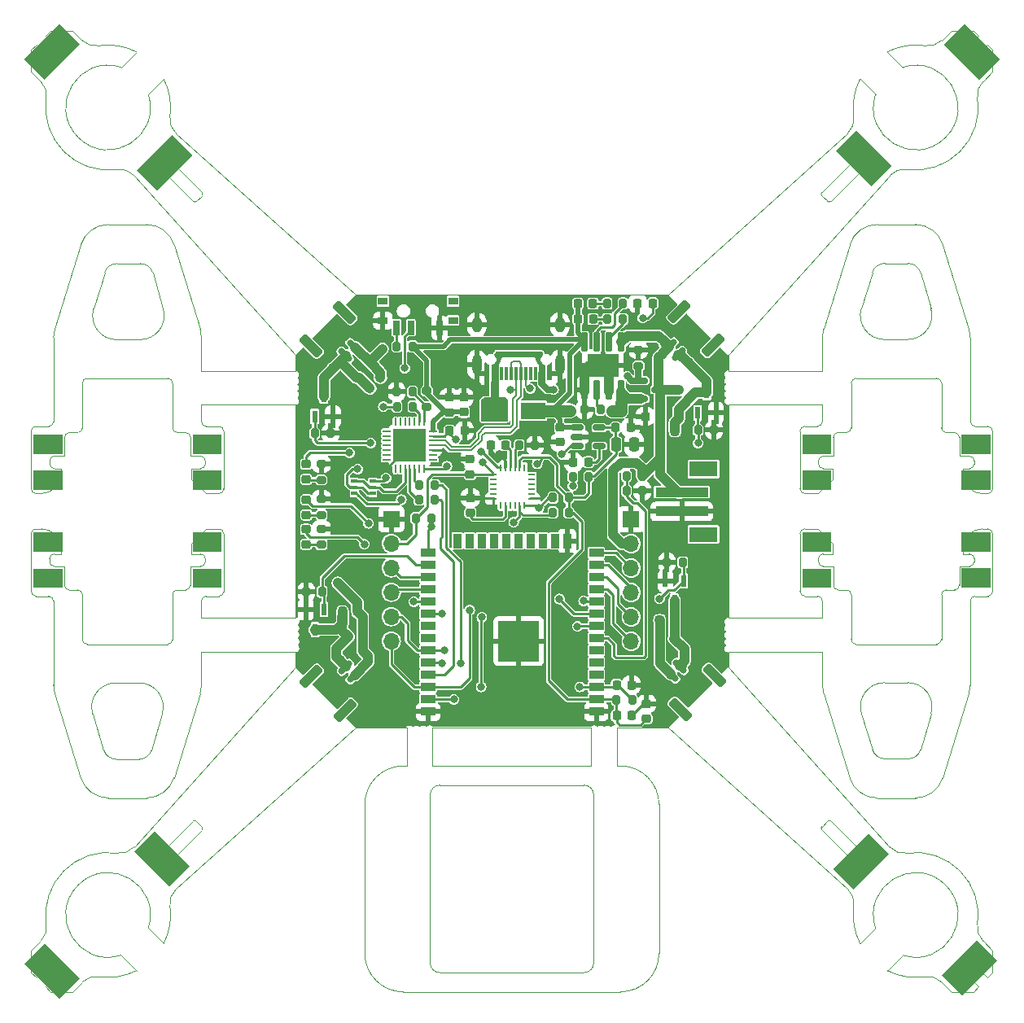
<source format=gtl>
G04 #@! TF.GenerationSoftware,KiCad,Pcbnew,8.99.0-1558-g48f6f837a1*
G04 #@! TF.CreationDate,2024-07-10T16:23:39+03:00*
G04 #@! TF.ProjectId,ESP32 drone,45535033-3220-4647-926f-6e652e6b6963,rev?*
G04 #@! TF.SameCoordinates,Original*
G04 #@! TF.FileFunction,Copper,L1,Top*
G04 #@! TF.FilePolarity,Positive*
%FSLAX46Y46*%
G04 Gerber Fmt 4.6, Leading zero omitted, Abs format (unit mm)*
G04 Created by KiCad (PCBNEW 8.99.0-1558-g48f6f837a1) date 2024-07-10 16:23:39*
%MOMM*%
%LPD*%
G01*
G04 APERTURE LIST*
G04 Aperture macros list*
%AMRoundRect*
0 Rectangle with rounded corners*
0 $1 Rounding radius*
0 $2 $3 $4 $5 $6 $7 $8 $9 X,Y pos of 4 corners*
0 Add a 4 corners polygon primitive as box body*
4,1,4,$2,$3,$4,$5,$6,$7,$8,$9,$2,$3,0*
0 Add four circle primitives for the rounded corners*
1,1,$1+$1,$2,$3*
1,1,$1+$1,$4,$5*
1,1,$1+$1,$6,$7*
1,1,$1+$1,$8,$9*
0 Add four rect primitives between the rounded corners*
20,1,$1+$1,$2,$3,$4,$5,0*
20,1,$1+$1,$4,$5,$6,$7,0*
20,1,$1+$1,$6,$7,$8,$9,0*
20,1,$1+$1,$8,$9,$2,$3,0*%
%AMRotRect*
0 Rectangle, with rotation*
0 The origin of the aperture is its center*
0 $1 length*
0 $2 width*
0 $3 Rotation angle, in degrees counterclockwise*
0 Add horizontal line*
21,1,$1,$2,0,0,$3*%
G04 Aperture macros list end*
G04 #@! TA.AperFunction,NonConductor*
%ADD10C,0.000000*%
G04 #@! TD*
G04 #@! TA.AperFunction,SMDPad,CuDef*
%ADD11RoundRect,0.200000X-0.275000X0.200000X-0.275000X-0.200000X0.275000X-0.200000X0.275000X0.200000X0*%
G04 #@! TD*
G04 #@! TA.AperFunction,SMDPad,CuDef*
%ADD12R,0.600000X1.300000*%
G04 #@! TD*
G04 #@! TA.AperFunction,SMDPad,CuDef*
%ADD13RoundRect,0.225000X0.250000X-0.225000X0.250000X0.225000X-0.250000X0.225000X-0.250000X-0.225000X0*%
G04 #@! TD*
G04 #@! TA.AperFunction,SMDPad,CuDef*
%ADD14RoundRect,0.200000X0.200000X0.275000X-0.200000X0.275000X-0.200000X-0.275000X0.200000X-0.275000X0*%
G04 #@! TD*
G04 #@! TA.AperFunction,SMDPad,CuDef*
%ADD15RoundRect,0.200000X-0.200000X-0.275000X0.200000X-0.275000X0.200000X0.275000X-0.200000X0.275000X0*%
G04 #@! TD*
G04 #@! TA.AperFunction,SMDPad,CuDef*
%ADD16RoundRect,0.250000X-0.250000X-0.475000X0.250000X-0.475000X0.250000X0.475000X-0.250000X0.475000X0*%
G04 #@! TD*
G04 #@! TA.AperFunction,SMDPad,CuDef*
%ADD17R,0.600000X1.450000*%
G04 #@! TD*
G04 #@! TA.AperFunction,SMDPad,CuDef*
%ADD18R,0.300000X1.450000*%
G04 #@! TD*
G04 #@! TA.AperFunction,ComponentPad*
%ADD19O,1.000000X2.100000*%
G04 #@! TD*
G04 #@! TA.AperFunction,ComponentPad*
%ADD20O,1.000000X1.600000*%
G04 #@! TD*
G04 #@! TA.AperFunction,SMDPad,CuDef*
%ADD21R,0.650000X0.400000*%
G04 #@! TD*
G04 #@! TA.AperFunction,SMDPad,CuDef*
%ADD22R,0.790000X0.280000*%
G04 #@! TD*
G04 #@! TA.AperFunction,SMDPad,CuDef*
%ADD23R,0.280000X0.790000*%
G04 #@! TD*
G04 #@! TA.AperFunction,SMDPad,CuDef*
%ADD24RoundRect,0.218750X0.218750X0.256250X-0.218750X0.256250X-0.218750X-0.256250X0.218750X-0.256250X0*%
G04 #@! TD*
G04 #@! TA.AperFunction,SMDPad,CuDef*
%ADD25RoundRect,0.225000X-0.225000X-0.250000X0.225000X-0.250000X0.225000X0.250000X-0.225000X0.250000X0*%
G04 #@! TD*
G04 #@! TA.AperFunction,SMDPad,CuDef*
%ADD26RoundRect,0.218750X0.256250X-0.218750X0.256250X0.218750X-0.256250X0.218750X-0.256250X-0.218750X0*%
G04 #@! TD*
G04 #@! TA.AperFunction,SMDPad,CuDef*
%ADD27RoundRect,0.218750X-0.218750X-0.256250X0.218750X-0.256250X0.218750X0.256250X-0.218750X0.256250X0*%
G04 #@! TD*
G04 #@! TA.AperFunction,SMDPad,CuDef*
%ADD28RoundRect,0.062500X0.337500X0.062500X-0.337500X0.062500X-0.337500X-0.062500X0.337500X-0.062500X0*%
G04 #@! TD*
G04 #@! TA.AperFunction,SMDPad,CuDef*
%ADD29RoundRect,0.062500X0.062500X0.337500X-0.062500X0.337500X-0.062500X-0.337500X0.062500X-0.337500X0*%
G04 #@! TD*
G04 #@! TA.AperFunction,SMDPad,CuDef*
%ADD30R,3.350000X3.350000*%
G04 #@! TD*
G04 #@! TA.AperFunction,SMDPad,CuDef*
%ADD31R,1.500000X0.900000*%
G04 #@! TD*
G04 #@! TA.AperFunction,SMDPad,CuDef*
%ADD32R,0.900000X1.500000*%
G04 #@! TD*
G04 #@! TA.AperFunction,SMDPad,CuDef*
%ADD33R,1.050000X1.050000*%
G04 #@! TD*
G04 #@! TA.AperFunction,HeatsinkPad*
%ADD34C,0.600000*%
G04 #@! TD*
G04 #@! TA.AperFunction,SMDPad,CuDef*
%ADD35R,4.200000X4.200000*%
G04 #@! TD*
G04 #@! TA.AperFunction,SMDPad,CuDef*
%ADD36RoundRect,0.225000X0.225000X0.250000X-0.225000X0.250000X-0.225000X-0.250000X0.225000X-0.250000X0*%
G04 #@! TD*
G04 #@! TA.AperFunction,SMDPad,CuDef*
%ADD37R,0.700000X1.500000*%
G04 #@! TD*
G04 #@! TA.AperFunction,SMDPad,CuDef*
%ADD38R,1.000000X0.800000*%
G04 #@! TD*
G04 #@! TA.AperFunction,SMDPad,CuDef*
%ADD39RotRect,0.600000X0.450000X45.000000*%
G04 #@! TD*
G04 #@! TA.AperFunction,SMDPad,CuDef*
%ADD40RoundRect,0.200000X0.275000X-0.200000X0.275000X0.200000X-0.275000X0.200000X-0.275000X-0.200000X0*%
G04 #@! TD*
G04 #@! TA.AperFunction,SMDPad,CuDef*
%ADD41RoundRect,0.225000X-0.017678X0.335876X-0.335876X0.017678X0.017678X-0.335876X0.335876X-0.017678X0*%
G04 #@! TD*
G04 #@! TA.AperFunction,SMDPad,CuDef*
%ADD42RoundRect,0.150000X-0.388909X0.601041X-0.601041X0.388909X0.388909X-0.601041X0.601041X-0.388909X0*%
G04 #@! TD*
G04 #@! TA.AperFunction,SMDPad,CuDef*
%ADD43RoundRect,0.250000X-0.601041X0.954594X-0.954594X0.601041X0.601041X-0.954594X0.954594X-0.601041X0*%
G04 #@! TD*
G04 #@! TA.AperFunction,SMDPad,CuDef*
%ADD44RotRect,0.600000X0.450000X225.000000*%
G04 #@! TD*
G04 #@! TA.AperFunction,SMDPad,CuDef*
%ADD45RoundRect,0.150000X0.388909X-0.601041X0.601041X-0.388909X-0.388909X0.601041X-0.601041X0.388909X0*%
G04 #@! TD*
G04 #@! TA.AperFunction,SMDPad,CuDef*
%ADD46RoundRect,0.250000X0.601041X-0.954594X0.954594X-0.601041X-0.601041X0.954594X-0.954594X0.601041X0*%
G04 #@! TD*
G04 #@! TA.AperFunction,SMDPad,CuDef*
%ADD47R,0.450000X0.600000*%
G04 #@! TD*
G04 #@! TA.AperFunction,SMDPad,CuDef*
%ADD48R,5.500000X1.000000*%
G04 #@! TD*
G04 #@! TA.AperFunction,SMDPad,CuDef*
%ADD49R,3.000000X1.600000*%
G04 #@! TD*
G04 #@! TA.AperFunction,SMDPad,CuDef*
%ADD50RoundRect,0.150000X-0.512500X-0.150000X0.512500X-0.150000X0.512500X0.150000X-0.512500X0.150000X0*%
G04 #@! TD*
G04 #@! TA.AperFunction,ComponentPad*
%ADD51R,1.700000X1.700000*%
G04 #@! TD*
G04 #@! TA.AperFunction,ComponentPad*
%ADD52O,1.700000X1.700000*%
G04 #@! TD*
G04 #@! TA.AperFunction,SMDPad,CuDef*
%ADD53R,2.500000X1.800000*%
G04 #@! TD*
G04 #@! TA.AperFunction,SMDPad,CuDef*
%ADD54RoundRect,0.225000X-0.250000X0.225000X-0.250000X-0.225000X0.250000X-0.225000X0.250000X0.225000X0*%
G04 #@! TD*
G04 #@! TA.AperFunction,SMDPad,CuDef*
%ADD55RoundRect,0.075000X0.225000X-0.910000X0.225000X0.910000X-0.225000X0.910000X-0.225000X-0.910000X0*%
G04 #@! TD*
G04 #@! TA.AperFunction,SMDPad,CuDef*
%ADD56R,3.302000X2.413000*%
G04 #@! TD*
G04 #@! TA.AperFunction,SMDPad,CuDef*
%ADD57RoundRect,0.150000X0.601041X0.388909X0.388909X0.601041X-0.601041X-0.388909X-0.388909X-0.601041X0*%
G04 #@! TD*
G04 #@! TA.AperFunction,SMDPad,CuDef*
%ADD58RoundRect,0.250000X0.954594X0.601041X0.601041X0.954594X-0.954594X-0.601041X-0.601041X-0.954594X0*%
G04 #@! TD*
G04 #@! TA.AperFunction,SMDPad,CuDef*
%ADD59RoundRect,0.150000X-0.587500X-0.150000X0.587500X-0.150000X0.587500X0.150000X-0.587500X0.150000X0*%
G04 #@! TD*
G04 #@! TA.AperFunction,SMDPad,CuDef*
%ADD60RoundRect,0.150000X-0.601041X-0.388909X-0.388909X-0.601041X0.601041X0.388909X0.388909X0.601041X0*%
G04 #@! TD*
G04 #@! TA.AperFunction,SMDPad,CuDef*
%ADD61RoundRect,0.250000X-0.954594X-0.601041X-0.601041X-0.954594X0.954594X0.601041X0.601041X0.954594X0*%
G04 #@! TD*
G04 #@! TA.AperFunction,SMDPad,CuDef*
%ADD62RotRect,0.600000X0.450000X135.000000*%
G04 #@! TD*
G04 #@! TA.AperFunction,ViaPad*
%ADD63C,0.800000*%
G04 #@! TD*
G04 #@! TA.AperFunction,Conductor*
%ADD64C,0.508000*%
G04 #@! TD*
G04 #@! TA.AperFunction,Conductor*
%ADD65C,1.016000*%
G04 #@! TD*
G04 #@! TA.AperFunction,Conductor*
%ADD66C,1.270000*%
G04 #@! TD*
G04 #@! TA.AperFunction,Conductor*
%ADD67C,0.250000*%
G04 #@! TD*
G04 #@! TA.AperFunction,Conductor*
%ADD68C,0.500000*%
G04 #@! TD*
G04 #@! TA.AperFunction,Conductor*
%ADD69C,0.635000*%
G04 #@! TD*
G04 #@! TA.AperFunction,Conductor*
%ADD70C,0.200000*%
G04 #@! TD*
G04 #@! TA.AperFunction,Profile*
%ADD71C,0.025400*%
G04 #@! TD*
G04 APERTURE END LIST*
D10*
G04 #@! TA.AperFunction,NonConductor*
G36*
X100697410Y-80548990D02*
G01*
X97697420Y-80548990D01*
X97697420Y-78548990D01*
X100697410Y-78548990D01*
X100697410Y-80548990D01*
G37*
G04 #@! TD.AperFunction*
G04 #@! TA.AperFunction,NonConductor*
G36*
X181620980Y-39478522D02*
G01*
X179503890Y-41604502D01*
X175839940Y-37939282D01*
X177962110Y-35817112D01*
X181620980Y-39478522D01*
G37*
G04 #@! TD.AperFunction*
G04 #@! TA.AperFunction,NonConductor*
G36*
X85989160Y-135092440D02*
G01*
X83866990Y-137214610D01*
X80208120Y-133553200D01*
X82325210Y-131427220D01*
X85989160Y-135092440D01*
G37*
G04 #@! TD.AperFunction*
G04 #@! TA.AperFunction,NonConductor*
G36*
X84137370Y-84282790D02*
G01*
X81137380Y-84282790D01*
X81137380Y-82282790D01*
X84137370Y-82282790D01*
X84137370Y-84282790D01*
G37*
G04 #@! TD.AperFunction*
G04 #@! TA.AperFunction,NonConductor*
G36*
X100697410Y-84282790D02*
G01*
X97697420Y-84282790D01*
X97697420Y-82282790D01*
X100697410Y-82282790D01*
X100697410Y-84282790D01*
G37*
G04 #@! TD.AperFunction*
G04 #@! TA.AperFunction,NonConductor*
G36*
X84137370Y-94468190D02*
G01*
X81137380Y-94468190D01*
X81137380Y-92468190D01*
X84137370Y-92468190D01*
X84137370Y-94468190D01*
G37*
G04 #@! TD.AperFunction*
G04 #@! TA.AperFunction,NonConductor*
G36*
X97678931Y-49511464D02*
G01*
X94013711Y-53175414D01*
X91891541Y-51053244D01*
X95552951Y-47394374D01*
X97678931Y-49511464D01*
G37*
G04 #@! TD.AperFunction*
G04 #@! TA.AperFunction,NonConductor*
G36*
X85975190Y-37932360D02*
G01*
X82309970Y-41596310D01*
X80187800Y-39474140D01*
X83849210Y-35815270D01*
X85975190Y-37932360D01*
G37*
G04 #@! TD.AperFunction*
G04 #@! TA.AperFunction,NonConductor*
G36*
X180657370Y-84301840D02*
G01*
X177657380Y-84301840D01*
X177657380Y-82301840D01*
X180657370Y-82301840D01*
X180657370Y-84301840D01*
G37*
G04 #@! TD.AperFunction*
G04 #@! TA.AperFunction,NonConductor*
G36*
X84137370Y-90734390D02*
G01*
X81137380Y-90734390D01*
X81137380Y-88734390D01*
X84137370Y-88734390D01*
X84137370Y-90734390D01*
G37*
G04 #@! TD.AperFunction*
G04 #@! TA.AperFunction,NonConductor*
G36*
X84137370Y-80548990D02*
G01*
X81137380Y-80548990D01*
X81137380Y-78548990D01*
X84137370Y-78548990D01*
X84137370Y-80548990D01*
G37*
G04 #@! TD.AperFunction*
G04 #@! TA.AperFunction,NonConductor*
G36*
X164096570Y-94468190D02*
G01*
X161096580Y-94468190D01*
X161096580Y-92468190D01*
X164096570Y-92468190D01*
X164096570Y-94468190D01*
G37*
G04 #@! TD.AperFunction*
G04 #@! TA.AperFunction,NonConductor*
G36*
X170355085Y-50559977D02*
G01*
X168237995Y-52685957D01*
X164574045Y-49020737D01*
X166696215Y-46898567D01*
X170355085Y-50559977D01*
G37*
G04 #@! TD.AperFunction*
G04 #@! TA.AperFunction,NonConductor*
G36*
X164096570Y-84282790D02*
G01*
X161096580Y-84282790D01*
X161096580Y-82282790D01*
X164096570Y-82282790D01*
X164096570Y-84282790D01*
G37*
G04 #@! TD.AperFunction*
G04 #@! TA.AperFunction,NonConductor*
G36*
X100697410Y-90734390D02*
G01*
X97697420Y-90734390D01*
X97697420Y-88734390D01*
X100697410Y-88734390D01*
X100697410Y-90734390D01*
G37*
G04 #@! TD.AperFunction*
G04 #@! TA.AperFunction,NonConductor*
G36*
X180657370Y-94461840D02*
G01*
X177657380Y-94461840D01*
X177657380Y-92461840D01*
X180657370Y-92461840D01*
X180657370Y-94461840D01*
G37*
G04 #@! TD.AperFunction*
G04 #@! TA.AperFunction,NonConductor*
G36*
X100697410Y-94468190D02*
G01*
X97697420Y-94468190D01*
X97697420Y-92468190D01*
X100697410Y-92468190D01*
X100697410Y-94468190D01*
G37*
G04 #@! TD.AperFunction*
G04 #@! TA.AperFunction,NonConductor*
G36*
X170088383Y-122170136D02*
G01*
X166426973Y-125829006D01*
X164300993Y-123711916D01*
X167966213Y-120047966D01*
X170088383Y-122170136D01*
G37*
G04 #@! TD.AperFunction*
G04 #@! TA.AperFunction,NonConductor*
G36*
X181409912Y-133250242D02*
G01*
X177748502Y-136909112D01*
X175622522Y-134792022D01*
X179287742Y-131128072D01*
X181409912Y-133250242D01*
G37*
G04 #@! TD.AperFunction*
G04 #@! TA.AperFunction,NonConductor*
G36*
X180657370Y-80548990D02*
G01*
X177657380Y-80548990D01*
X177657380Y-78548990D01*
X180657370Y-78548990D01*
X180657370Y-80548990D01*
G37*
G04 #@! TD.AperFunction*
G04 #@! TA.AperFunction,NonConductor*
G36*
X180657370Y-90734390D02*
G01*
X177657380Y-90734390D01*
X177657380Y-88734390D01*
X180657370Y-88734390D01*
X180657370Y-90734390D01*
G37*
G04 #@! TD.AperFunction*
G04 #@! TA.AperFunction,NonConductor*
G36*
X164096570Y-80548990D02*
G01*
X161096580Y-80548990D01*
X161096580Y-78548990D01*
X164096570Y-78548990D01*
X164096570Y-80548990D01*
G37*
G04 #@! TD.AperFunction*
G04 #@! TA.AperFunction,NonConductor*
G36*
X97411917Y-123437451D02*
G01*
X95289747Y-125559621D01*
X91630877Y-121898211D01*
X93747967Y-119772231D01*
X97411917Y-123437451D01*
G37*
G04 #@! TD.AperFunction*
G04 #@! TA.AperFunction,NonConductor*
G36*
X164096570Y-90734390D02*
G01*
X161096580Y-90734390D01*
X161096580Y-88734390D01*
X164096570Y-88734390D01*
X164096570Y-90734390D01*
G37*
G04 #@! TD.AperFunction*
D11*
X111080550Y-85228930D03*
X111080550Y-86878930D03*
D12*
X111361260Y-96722220D03*
X109461260Y-96722220D03*
X110411260Y-98822220D03*
D13*
X124376180Y-76210460D03*
X124376180Y-74660460D03*
X144890490Y-108087460D03*
X144890490Y-106537460D03*
D14*
X140107170Y-75932030D03*
X138457170Y-75932030D03*
D15*
X135152630Y-85096350D03*
X136802630Y-85096350D03*
D13*
X126579630Y-86652400D03*
X126579630Y-85102400D03*
D11*
X111080550Y-88329000D03*
X111080550Y-89979000D03*
D14*
X120589810Y-75618340D03*
X118939810Y-75618340D03*
D16*
X141715450Y-79564230D03*
X143615450Y-79564230D03*
D14*
X143402820Y-106112310D03*
X141752820Y-106112310D03*
X133313940Y-79641700D03*
X131663940Y-79641700D03*
D17*
X134820730Y-72169070D03*
X134020730Y-72169070D03*
D18*
X132820730Y-72169070D03*
X131820730Y-72169070D03*
X131320730Y-72169070D03*
X130320730Y-72169070D03*
D17*
X129120730Y-72169070D03*
X128320730Y-72169070D03*
X128320730Y-72169070D03*
X129120730Y-72169070D03*
D18*
X129820730Y-72169070D03*
X130820730Y-72169070D03*
X132320730Y-72169070D03*
X133320730Y-72169070D03*
D17*
X134020730Y-72169070D03*
X134820730Y-72169070D03*
D19*
X135890730Y-71254070D03*
D20*
X135890730Y-67074070D03*
D19*
X127250730Y-71254070D03*
D20*
X127250730Y-67074070D03*
D14*
X122539260Y-87236300D03*
X120889260Y-87236300D03*
D21*
X114501890Y-83374470D03*
X114501890Y-84024470D03*
X114501890Y-84674470D03*
X116401890Y-84674470D03*
X116401890Y-84024470D03*
X116401890Y-83374470D03*
D22*
X132930940Y-85185420D03*
X132930940Y-84685420D03*
X132930940Y-84185420D03*
X132930940Y-83685420D03*
X132930940Y-83185420D03*
X132930940Y-82685420D03*
D23*
X132210940Y-81965420D03*
X131710940Y-81965420D03*
X131210940Y-81965420D03*
X130710940Y-81965420D03*
X130210940Y-81965420D03*
X129710940Y-81965420D03*
D22*
X128990940Y-82685420D03*
X128990940Y-83185420D03*
X128990940Y-83685420D03*
X128990940Y-84185420D03*
X128990940Y-84685420D03*
X128990940Y-85185420D03*
D23*
X129710940Y-85905420D03*
X130210940Y-85905420D03*
X130710940Y-85905420D03*
X131210940Y-85905420D03*
X131710940Y-85905420D03*
X132210940Y-85905420D03*
D24*
X139334660Y-66513710D03*
X137759660Y-66513710D03*
D25*
X141684710Y-77800200D03*
X143234710Y-77800200D03*
D26*
X109495590Y-83200340D03*
X109495590Y-81625340D03*
D27*
X143970910Y-64886840D03*
X145545910Y-64886840D03*
D28*
X122729160Y-81164560D03*
X122729160Y-80664560D03*
X122729160Y-80164560D03*
X122729160Y-79664560D03*
X122729160Y-79164560D03*
X122729160Y-78664560D03*
X122729160Y-78164560D03*
D29*
X121779160Y-77214560D03*
X121279160Y-77214560D03*
X120779160Y-77214560D03*
X120279160Y-77214560D03*
X119779160Y-77214560D03*
X119279160Y-77214560D03*
X118779160Y-77214560D03*
D28*
X117829160Y-78164560D03*
X117829160Y-78664560D03*
X117829160Y-79164560D03*
X117829160Y-79664560D03*
X117829160Y-80164560D03*
X117829160Y-80664560D03*
X117829160Y-81164560D03*
D29*
X118779160Y-82114560D03*
X119279160Y-82114560D03*
X119779160Y-82114560D03*
X120279160Y-82114560D03*
X120779160Y-82114560D03*
X121279160Y-82114560D03*
X121779160Y-82114560D03*
D30*
X120279160Y-79664560D03*
D31*
X139678110Y-107351450D03*
X139678110Y-106081450D03*
X139678110Y-104811450D03*
X139678110Y-103541450D03*
X139678110Y-102271450D03*
X139678110Y-101001450D03*
X139678110Y-99731450D03*
X139678110Y-98461450D03*
X139678110Y-97191450D03*
X139678110Y-95921450D03*
X139678110Y-94651450D03*
X139678110Y-93381450D03*
X139678110Y-92111450D03*
X139678110Y-90841450D03*
D32*
X136638110Y-89591450D03*
X135368110Y-89591450D03*
X134098110Y-89591450D03*
X132828110Y-89591450D03*
X131558110Y-89591450D03*
X130288110Y-89591450D03*
X129018110Y-89591450D03*
X127748110Y-89591450D03*
X126478110Y-89591450D03*
X125208110Y-89591450D03*
D31*
X122178110Y-90841450D03*
X122178110Y-92111450D03*
X122178110Y-93381450D03*
X122178110Y-94651450D03*
X122178110Y-95921450D03*
X122178110Y-97191450D03*
X122178110Y-98461450D03*
X122178110Y-99731450D03*
X122178110Y-101001450D03*
X122178110Y-102271450D03*
X122178110Y-103541450D03*
X122178110Y-104811450D03*
X122178110Y-106081450D03*
X122178110Y-107351450D03*
D33*
X133133110Y-101536450D03*
D34*
X133133110Y-100773950D03*
D33*
X133133110Y-100011450D03*
D34*
X133133110Y-99248950D03*
D33*
X133133110Y-98486450D03*
X131608110Y-101536450D03*
D34*
X131608110Y-100773950D03*
D33*
X131608110Y-100011450D03*
D35*
X131608110Y-100011450D03*
D34*
X131608110Y-99248950D03*
D33*
X131608110Y-98486450D03*
X130083110Y-101536450D03*
D34*
X130083110Y-100773950D03*
D33*
X130083110Y-100011450D03*
D34*
X130083110Y-99248950D03*
D33*
X130083110Y-98486450D03*
D36*
X146311920Y-76633070D03*
X144761920Y-76633070D03*
D37*
X123375000Y-67425000D03*
X120375000Y-67425000D03*
X118875000Y-67425000D03*
D38*
X117475000Y-66675000D03*
X117475000Y-64675000D03*
X124775000Y-64675000D03*
X124775000Y-66675000D03*
D39*
X146281628Y-101252802D03*
X147766552Y-99767878D03*
D40*
X122048270Y-75650860D03*
X122048270Y-74000860D03*
D14*
X112031280Y-78386940D03*
X110381280Y-78386940D03*
D41*
X117224178Y-72603992D03*
X116128162Y-73700008D03*
D15*
X142810730Y-84376260D03*
X144460730Y-84376260D03*
D11*
X111072930Y-81598000D03*
X111072930Y-83248000D03*
D15*
X135152630Y-86634320D03*
X136802630Y-86634320D03*
D13*
X125909070Y-76202840D03*
X125909070Y-74652840D03*
D14*
X142455400Y-66511170D03*
X140805400Y-66511170D03*
D36*
X138839240Y-81403190D03*
X137289240Y-81403190D03*
D15*
X147019510Y-91829890D03*
X148669510Y-91829890D03*
X109520220Y-94888050D03*
X111170220Y-94888050D03*
D25*
X124411440Y-78129130D03*
X125961440Y-78129130D03*
X146311320Y-78165960D03*
X147861320Y-78165960D03*
D12*
X148757680Y-93746610D03*
X146857680Y-93746610D03*
X147807680Y-95846610D03*
D42*
X114447349Y-69368736D03*
X113563466Y-70252619D03*
D43*
X113492755Y-65797847D03*
X109992577Y-69298025D03*
D12*
X110379470Y-76642940D03*
X112279470Y-76642940D03*
X111329470Y-74542940D03*
D14*
X144460730Y-82856070D03*
X142810730Y-82856070D03*
D15*
X118918220Y-74068940D03*
X120568220Y-74068940D03*
D44*
X116231182Y-71112868D03*
X114746258Y-72597792D03*
D25*
X141786610Y-107779820D03*
X143336610Y-107779820D03*
D45*
X147504121Y-103546844D03*
X148388004Y-102662961D03*
D46*
X148458715Y-107117733D03*
X151958893Y-103617555D03*
D47*
X148261070Y-73893970D03*
X148261070Y-75993970D03*
D15*
X137248130Y-82919570D03*
X138898130Y-82919570D03*
D25*
X146254170Y-97845880D03*
X147804170Y-97845880D03*
X141787580Y-104580690D03*
X143337580Y-104580690D03*
D13*
X126532640Y-82663330D03*
X126532640Y-81113330D03*
D15*
X121225810Y-83789520D03*
X122875810Y-83789520D03*
D12*
X150219370Y-76274640D03*
X152119370Y-76274640D03*
X151169370Y-74174640D03*
D40*
X144061180Y-71392550D03*
X144061180Y-69742550D03*
D48*
X148575000Y-84525000D03*
X148575000Y-86525000D03*
D49*
X150825000Y-82125000D03*
X150825000Y-88925000D03*
D26*
X109514640Y-86887470D03*
X109514640Y-85312470D03*
D14*
X142447780Y-64895730D03*
X140797780Y-64895730D03*
D50*
X137712870Y-77815400D03*
X137712870Y-78765400D03*
X137712870Y-79715400D03*
X139987870Y-79715400D03*
X139987870Y-77815400D03*
D51*
X118358920Y-87313770D03*
D52*
X118358920Y-89853770D03*
X118358920Y-92393770D03*
X118358920Y-94933770D03*
X118358920Y-97473770D03*
X118358920Y-100013770D03*
D14*
X120566950Y-69364860D03*
X118916950Y-69364860D03*
D53*
X133122420Y-76056490D03*
X129122420Y-76056490D03*
D36*
X130217210Y-79635350D03*
X128667210Y-79635350D03*
D14*
X151909280Y-78047850D03*
X150259280Y-78047850D03*
D54*
X135903970Y-77777040D03*
X135903970Y-79327040D03*
D24*
X139324180Y-64898270D03*
X137749180Y-64898270D03*
D55*
X138456670Y-73850270D03*
X139726670Y-73850270D03*
X140996670Y-73850270D03*
X142266670Y-73850270D03*
X142266670Y-68900270D03*
X140996670Y-68900270D03*
X139726670Y-68900270D03*
X138456670Y-68900270D03*
D56*
X140361670Y-71375270D03*
D57*
X148234334Y-70192929D03*
X147350451Y-69309046D03*
D58*
X151805223Y-69238335D03*
X148305045Y-65738157D03*
D26*
X109481620Y-89971030D03*
X109481620Y-88396030D03*
D59*
X144287000Y-72910660D03*
X144287000Y-74810660D03*
X146162000Y-73860660D03*
D60*
X113578706Y-102755671D03*
X114462589Y-103639554D03*
D61*
X110007817Y-103710265D03*
X113507995Y-107210443D03*
D36*
X114826080Y-96941640D03*
X113276080Y-96941640D03*
D15*
X121224540Y-85309710D03*
X122874540Y-85309710D03*
D51*
X143302990Y-87341710D03*
D52*
X143302990Y-89881710D03*
X143302990Y-92421710D03*
X143302990Y-94961710D03*
X143302990Y-97501710D03*
X143302990Y-100041710D03*
D62*
X115379012Y-101029282D03*
X113894088Y-99544358D03*
D63*
X136897110Y-76071730D03*
X136025890Y-76071730D03*
X142251430Y-76071730D03*
X141270990Y-76071730D03*
X134879080Y-76056490D03*
X142251430Y-75256390D03*
X125536960Y-81876900D03*
X143268700Y-102668070D03*
X146378930Y-107776010D03*
X134806690Y-82141060D03*
X133893560Y-77826870D03*
X132397500Y-77876400D03*
X139425680Y-71272400D03*
X141005560Y-71288910D03*
X129540000Y-80580000D03*
X116231670Y-81285080D03*
X133530340Y-81572100D03*
X127840740Y-81454660D03*
X113422430Y-94593410D03*
X145083530Y-68275200D03*
X146281628Y-99105232D03*
X146790000Y-69080000D03*
X146281628Y-99962482D03*
X143346170Y-68275200D03*
X147410000Y-103460000D03*
X114061240Y-95232220D03*
X146270000Y-100830000D03*
X112792510Y-93963490D03*
X115580000Y-102480000D03*
X146150000Y-70990000D03*
X116154200Y-70899020D03*
X117434360Y-69618860D03*
X115950000Y-101630000D03*
X144189450Y-68275200D03*
X146281628Y-102149422D03*
X116801265Y-70251955D03*
X146540000Y-70070000D03*
X125031500Y-79047340D03*
X117520720Y-75620880D03*
X137975340Y-104792780D03*
X117798850Y-83064350D03*
X142899130Y-72466200D03*
X135228160Y-73859340D03*
X132811520Y-73747630D03*
X130763010Y-73855580D03*
X127763270Y-97528380D03*
X123916440Y-100972620D03*
X133703060Y-86141560D03*
X127697230Y-104787700D03*
X126498350Y-96784160D03*
X131086860Y-87647780D03*
X127650000Y-80350000D03*
X137220960Y-83877150D03*
X144518380Y-66401950D03*
X115554760Y-89945210D03*
X124874020Y-106079290D03*
X120702070Y-95929450D03*
X115980845Y-87763985D03*
X123621800Y-97194370D03*
X113997740Y-80424020D03*
X123587510Y-102293420D03*
X125561090Y-102293420D03*
X122539760Y-88145620D03*
X119386350Y-85310980D03*
X135834120Y-95642430D03*
X116207540Y-79418180D03*
X150265130Y-79416910D03*
X137699750Y-98478340D03*
X138356070Y-95833930D03*
X146246850Y-95604330D03*
X136113520Y-80580230D03*
X119747030Y-71622920D03*
X124140595Y-81830545D03*
X114849910Y-82129630D03*
D64*
X137674510Y-77777040D02*
X137712870Y-77815400D01*
D65*
X142266670Y-74141330D02*
X142936000Y-74810660D01*
D64*
X135903970Y-77777040D02*
X137674510Y-77777040D01*
X122048270Y-74000860D02*
X122048270Y-74226420D01*
X122048270Y-74226420D02*
X124032310Y-76210460D01*
X125909070Y-76202840D02*
X124383800Y-76202840D01*
X123719290Y-76210460D02*
X124376180Y-76210460D01*
X120568220Y-69366130D02*
X120566950Y-69364860D01*
X136940290Y-70179650D02*
X138456670Y-68663270D01*
X123805950Y-69366130D02*
X120568220Y-69366130D01*
X137759660Y-67966260D02*
X138456670Y-68663270D01*
D66*
X133122420Y-76056490D02*
X136881870Y-76056490D01*
D65*
X142266670Y-74087270D02*
X142266670Y-74141330D01*
D64*
X137749180Y-64898270D02*
X137749180Y-66503230D01*
X124383800Y-76202840D02*
X124376180Y-76210460D01*
X135903970Y-77777040D02*
X135903970Y-76889610D01*
X122048270Y-70846180D02*
X122048270Y-74000860D01*
X137759660Y-66513710D02*
X137759660Y-67966260D01*
D66*
X136881870Y-76056490D02*
X136897110Y-76071730D01*
X136897110Y-76071730D02*
X136025890Y-76071730D01*
D65*
X142936000Y-74810660D02*
X144287000Y-74810660D01*
D66*
X142251430Y-76071730D02*
X142251430Y-75256390D01*
X142251430Y-76071730D02*
X141342170Y-76071730D01*
D64*
X135903970Y-76889610D02*
X135070850Y-76056490D01*
X122709940Y-77219810D02*
X123719290Y-76210460D01*
X124508810Y-68663270D02*
X123805950Y-69366130D01*
X124032310Y-76210460D02*
X124376180Y-76210460D01*
D67*
X122729160Y-78164560D02*
X122729160Y-78009920D01*
D64*
X135072120Y-76056490D02*
X136940290Y-74188320D01*
X133122420Y-76056490D02*
X135072120Y-76056490D01*
X134879080Y-76056490D02*
X133122420Y-76056490D01*
X120566950Y-69364860D02*
X122048270Y-70846180D01*
D65*
X142251430Y-75256390D02*
X142251430Y-74102510D01*
D64*
X122709940Y-77990700D02*
X122709940Y-77219810D01*
D67*
X122729160Y-78009920D02*
X122709940Y-77990700D01*
D64*
X135070850Y-76056490D02*
X134879080Y-76056490D01*
D65*
X142251430Y-74102510D02*
X142266670Y-74087270D01*
D64*
X137749180Y-66503230D02*
X137759660Y-66513710D01*
X138456670Y-68663270D02*
X124508810Y-68663270D01*
X136940290Y-74188320D02*
X136940290Y-70179650D01*
D67*
X129540000Y-80580000D02*
X129010000Y-80580000D01*
D65*
X138922760Y-71375270D02*
X140361670Y-71375270D01*
D67*
X116231670Y-81437480D02*
X116759990Y-81965800D01*
X144578970Y-106537460D02*
X143336610Y-107779820D01*
D68*
X135655930Y-72169070D02*
X135890730Y-71934270D01*
D67*
X144890490Y-106537460D02*
X144578970Y-106537460D01*
X130210940Y-81960420D02*
X130210940Y-81250940D01*
X130210940Y-81250940D02*
X129540000Y-80580000D01*
X128667210Y-80237210D02*
X128667210Y-79635350D01*
D65*
X140996670Y-74087270D02*
X140996670Y-72010270D01*
D67*
X129010000Y-80580000D02*
X128667210Y-80237210D01*
X116231670Y-81285080D02*
X116231670Y-81437480D01*
X120279160Y-79666552D02*
X120279160Y-79664560D01*
D68*
X134820730Y-72169070D02*
X135655930Y-72169070D01*
D65*
X138456670Y-74087270D02*
X138456670Y-71841360D01*
X138456670Y-71841360D02*
X138922760Y-71375270D01*
X140996670Y-72010270D02*
X140361670Y-71375270D01*
D67*
X117979912Y-81965800D02*
X120279160Y-79666552D01*
X116759990Y-81965800D02*
X117979912Y-81965800D01*
D68*
X135890730Y-71934270D02*
X135890730Y-71254070D01*
D67*
X139661900Y-81403190D02*
X138839240Y-81403190D01*
X139987870Y-81077220D02*
X139661900Y-81403190D01*
X139987870Y-79715400D02*
X139987870Y-81077220D01*
X144246900Y-108731050D02*
X144890490Y-108087460D01*
X133530340Y-81572100D02*
X133921500Y-81180940D01*
X138164570Y-87581740D02*
X138164570Y-90498930D01*
X134773670Y-80873600D02*
X135600440Y-81700370D01*
X141669510Y-77815400D02*
X141684710Y-77800200D01*
X136802630Y-86634320D02*
X137217150Y-86634320D01*
X141752820Y-107746030D02*
X141786610Y-107779820D01*
X128960940Y-82574860D02*
X128960940Y-82685420D01*
X135600440Y-81700370D02*
X135600440Y-83894160D01*
X122060970Y-86102190D02*
X122060970Y-83177380D01*
X139494260Y-82828130D02*
X138898130Y-82828130D01*
X122060970Y-83177380D02*
X122575020Y-82663330D01*
X139678110Y-106081450D02*
X141721960Y-106081450D01*
X128960940Y-82685420D02*
X126554730Y-82685420D01*
X141786610Y-108424980D02*
X142092680Y-108731050D01*
X131979670Y-80873600D02*
X133921500Y-80873600D01*
X141721960Y-106081450D02*
X141752820Y-106112310D01*
X120926860Y-87236300D02*
X122060970Y-86102190D01*
X142092680Y-108731050D02*
X144246900Y-108731050D01*
X118358920Y-89853770D02*
X120020080Y-89853770D01*
X135600440Y-83894160D02*
X136802630Y-85096350D01*
X141752820Y-106112310D02*
X141752820Y-107746030D01*
X138898130Y-84654890D02*
X138456670Y-85096350D01*
X133921500Y-80873600D02*
X134773670Y-80873600D01*
X141715450Y-79564230D02*
X141715450Y-80606940D01*
X122575020Y-82663330D02*
X126532640Y-82663330D01*
X138898130Y-82828130D02*
X138898130Y-84654890D01*
X134726680Y-93936820D02*
X134726680Y-104124760D01*
X138456670Y-85096350D02*
X136802630Y-85096350D01*
X136683370Y-106081450D02*
X139678110Y-106081450D01*
X141684710Y-77800200D02*
X141684710Y-79533490D01*
X141786610Y-107779820D02*
X141786610Y-108424980D01*
X134726680Y-104124760D02*
X136683370Y-106081450D01*
X141715450Y-80606940D02*
X139494260Y-82828130D01*
X131710940Y-81142330D02*
X131979670Y-80873600D01*
X137217150Y-86634320D02*
X138164570Y-87581740D01*
X120889260Y-88984590D02*
X120889260Y-87236300D01*
X138164570Y-90498930D02*
X134726680Y-93936820D01*
X120020080Y-89853770D02*
X120889260Y-88984590D01*
X133921500Y-81180940D02*
X133921500Y-80873600D01*
X126554730Y-82685420D02*
X126532640Y-82663330D01*
X136802630Y-85096350D02*
X136802630Y-86634320D01*
X120889260Y-87236300D02*
X120926860Y-87236300D01*
X139987870Y-77815400D02*
X141669510Y-77815400D01*
X127840740Y-81454660D02*
X128960940Y-82574860D01*
X131710940Y-81960420D02*
X131710940Y-81142330D01*
X141684710Y-79533490D02*
X141715450Y-79564230D01*
D65*
X142237460Y-81470500D02*
X143889730Y-81470500D01*
X116154200Y-70899020D02*
X117434360Y-69618860D01*
X117224178Y-72603992D02*
X117224178Y-72105864D01*
X146584380Y-70070000D02*
X146540000Y-70070000D01*
X146311320Y-78165960D02*
X146311320Y-74009980D01*
X146311320Y-78165960D02*
X146311320Y-81005480D01*
X146790000Y-69080000D02*
X146979984Y-69080000D01*
X147274624Y-69379756D02*
X146584380Y-70070000D01*
X148465030Y-84540850D02*
X148138640Y-84540850D01*
X146311320Y-82713530D02*
X146311320Y-78165960D01*
X143346170Y-68275200D02*
X144189450Y-68275200D01*
X114826080Y-95997060D02*
X114826080Y-96941640D01*
X146540000Y-70070000D02*
X146540000Y-70114380D01*
X142891740Y-68275200D02*
X143346170Y-68275200D01*
X115950000Y-101630000D02*
X115938300Y-101641700D01*
X146281628Y-97873338D02*
X146281628Y-99105232D01*
X115938300Y-101588570D02*
X115938300Y-101618300D01*
X144189450Y-68275200D02*
X145083530Y-68275200D01*
X146254170Y-97845880D02*
X146281628Y-97873338D01*
X147410000Y-103433710D02*
X146281628Y-102305338D01*
X141432280Y-88981280D02*
X141432280Y-82275680D01*
X145083530Y-68275200D02*
X146175184Y-68275200D01*
X141432280Y-82275680D02*
X142237460Y-81470500D01*
X146311320Y-74009980D02*
X146162000Y-73860660D01*
X146162000Y-70492380D02*
X146162000Y-70978000D01*
X146162000Y-71002000D02*
X146162000Y-73860660D01*
X146311320Y-81005480D02*
X144460730Y-82856070D01*
X146162000Y-70978000D02*
X146150000Y-70990000D01*
X146195310Y-73893970D02*
X146162000Y-73860660D01*
X146281628Y-102305338D02*
X146281628Y-102149422D01*
X147279740Y-69379756D02*
X147274624Y-69379756D01*
X142266670Y-68900270D02*
X142891740Y-68275200D01*
X115379012Y-97494572D02*
X114826080Y-96941640D01*
X147433410Y-103476134D02*
X147433410Y-103457120D01*
X115379012Y-101029282D02*
X115379012Y-97494572D01*
X146281628Y-99105232D02*
X146281628Y-99962482D01*
X147433410Y-103457120D02*
X147436290Y-103460000D01*
X143302990Y-89881710D02*
X142332710Y-89881710D01*
X112792510Y-93963490D02*
X114826080Y-95997060D01*
X115938300Y-101618300D02*
X115950000Y-101630000D01*
X148261070Y-73893970D02*
X146195310Y-73893970D01*
X115938300Y-101641700D02*
X115938300Y-102163844D01*
X147436290Y-103460000D02*
X147410000Y-103460000D01*
X146979984Y-69080000D02*
X147279740Y-69379756D01*
X146281628Y-102149422D02*
X146281628Y-101252802D01*
X146175184Y-68275200D02*
X146790000Y-68890016D01*
X146540000Y-70114380D02*
X146162000Y-70492380D01*
X115379012Y-101029282D02*
X115938300Y-101588570D01*
X146281628Y-99962482D02*
X146281628Y-101252802D01*
X114557760Y-69439446D02*
X116231182Y-71112868D01*
X148138640Y-84540850D02*
X146311320Y-82713530D01*
X143889730Y-81470500D02*
X144460730Y-82041500D01*
X142332710Y-89881710D02*
X141432280Y-88981280D01*
X115938300Y-102163844D02*
X114533300Y-103568844D01*
X117224178Y-72105864D02*
X116231182Y-71112868D01*
X147410000Y-103460000D02*
X147410000Y-103433710D01*
X146790000Y-68890016D02*
X146790000Y-69080000D01*
X146150000Y-70990000D02*
X146162000Y-71002000D01*
X144460730Y-82041500D02*
X144460730Y-82856070D01*
D67*
X124411440Y-78427280D02*
X124411440Y-78129130D01*
X117520720Y-75620880D02*
X118937270Y-75620880D01*
X122729160Y-78664560D02*
X123876010Y-78664560D01*
X125031500Y-79047340D02*
X124411440Y-78427280D01*
X118937270Y-75620880D02*
X118939810Y-75618340D01*
X123876010Y-78664560D02*
X124411440Y-78129130D01*
X141787580Y-104580690D02*
X141871200Y-104580690D01*
X116405940Y-83370420D02*
X116401890Y-83374470D01*
X141871200Y-104580690D02*
X143402820Y-106112310D01*
X139678110Y-104811450D02*
X141556820Y-104811450D01*
X117798850Y-83064350D02*
X117492780Y-83370420D01*
X141556820Y-104811450D02*
X141787580Y-104580690D01*
X139678110Y-104811450D02*
X137994010Y-104811450D01*
X137994010Y-104811450D02*
X137975340Y-104792780D01*
X117492780Y-83370420D02*
X116405940Y-83370420D01*
X130710940Y-81960420D02*
X130710940Y-80129080D01*
X130710940Y-80129080D02*
X130217210Y-79635350D01*
X130210940Y-87074630D02*
X130210940Y-85910420D01*
X126579630Y-87057230D02*
X126876810Y-87354410D01*
X129931160Y-87354410D02*
X130210940Y-87074630D01*
X126579630Y-86652400D02*
X126579630Y-87057230D01*
X126876810Y-87354410D02*
X129931160Y-87354410D01*
D65*
X112647730Y-100790716D02*
X113894088Y-99544358D01*
X113649416Y-102684960D02*
X113604456Y-102640000D01*
X113550000Y-102585544D02*
X113020000Y-102055544D01*
X113604456Y-102640000D02*
X113550000Y-102640000D01*
X113276080Y-97460100D02*
X113276080Y-96941640D01*
X113894088Y-99544358D02*
X113249710Y-98899980D01*
X112647730Y-101683274D02*
X112647730Y-100790716D01*
X113550000Y-102640000D02*
X113550000Y-102585544D01*
X113020000Y-101990000D02*
X112954456Y-101990000D01*
X110411260Y-98822220D02*
X112660720Y-98822220D01*
X112660720Y-98822220D02*
X113276080Y-98206860D01*
X113249710Y-97486470D02*
X113276080Y-97460100D01*
X113020000Y-102055544D02*
X113020000Y-101990000D01*
X113249710Y-98899980D02*
X113249710Y-97486470D01*
X113276080Y-98206860D02*
X113276080Y-97460100D01*
X112954456Y-101990000D02*
X112647730Y-101683274D01*
X112960000Y-71040000D02*
X112960000Y-70997506D01*
X112960000Y-70997506D02*
X113634176Y-70323330D01*
X115025946Y-72597792D02*
X116128162Y-73700008D01*
X112327506Y-71630000D02*
X112917506Y-71040000D01*
X114746258Y-72597792D02*
X115025946Y-72597792D01*
X111329470Y-74542940D02*
X111329470Y-72628036D01*
X112917506Y-71040000D02*
X112960000Y-71040000D01*
X112290000Y-71667506D02*
X112290000Y-71630000D01*
X112290000Y-71630000D02*
X112327506Y-71630000D01*
X111329470Y-72628036D02*
X112290000Y-71667506D01*
X113305590Y-71157124D02*
X114746258Y-72597792D01*
X148261070Y-76880720D02*
X147861320Y-77280470D01*
X148261070Y-75886310D02*
X148261070Y-75993970D01*
X149260000Y-71040000D02*
X149260000Y-71077530D01*
X151169370Y-72986900D02*
X151169370Y-74174640D01*
X148261070Y-75993970D02*
X148261070Y-76880720D01*
X148446110Y-70263640D02*
X148620000Y-70437530D01*
X151169370Y-74174640D02*
X149972740Y-74174640D01*
X148620000Y-70437530D02*
X148620000Y-70470000D01*
X147861320Y-77280470D02*
X147861320Y-78165960D01*
X149222470Y-71040000D02*
X149260000Y-71040000D01*
X148652470Y-70470000D02*
X149222470Y-71040000D01*
X149260000Y-71077530D02*
X151169370Y-72986900D01*
X148163624Y-70263640D02*
X148446110Y-70263640D01*
X148620000Y-70470000D02*
X148652470Y-70470000D01*
X149972740Y-74174640D02*
X148261070Y-75886310D01*
X148369544Y-102540000D02*
X148580000Y-102540000D01*
X148580000Y-102540000D02*
X148580000Y-102329544D01*
X148837650Y-102071894D02*
X148837650Y-100838976D01*
X147804170Y-99730260D02*
X147766552Y-99767878D01*
X148317294Y-102592250D02*
X148369544Y-102540000D01*
X147807680Y-95846610D02*
X147807680Y-97842370D01*
X147807680Y-97842370D02*
X147804170Y-97845880D01*
X148580000Y-102329544D02*
X148837650Y-102071894D01*
X148837650Y-100838976D02*
X147766552Y-99767878D01*
X147804170Y-97845880D02*
X147804170Y-99730260D01*
D69*
X144061180Y-72684840D02*
X144287000Y-72910660D01*
X134619830Y-73859340D02*
X135228160Y-73859340D01*
X143343590Y-72910660D02*
X144287000Y-72910660D01*
X133992620Y-73232130D02*
X134619830Y-73859340D01*
X142899130Y-72466200D02*
X143343590Y-72910660D01*
X144061180Y-71392550D02*
X144061180Y-72684840D01*
X133992620Y-72169020D02*
X133992620Y-73232130D01*
D67*
X139726670Y-74087270D02*
X139726670Y-75551530D01*
X139726670Y-75551530D02*
X140107170Y-75932030D01*
X140996670Y-68444900D02*
X140996670Y-68663270D01*
X142455400Y-66511170D02*
X142455400Y-66986170D01*
X142455400Y-66986170D02*
X140996670Y-68444900D01*
X140996670Y-68663270D02*
X140996670Y-68220590D01*
X141600000Y-65900000D02*
X141600000Y-67118168D01*
X141600000Y-67118168D02*
X141318168Y-67400000D01*
X142447780Y-65052220D02*
X141600000Y-65900000D01*
X141318168Y-67400000D02*
X140100000Y-67400000D01*
X142447780Y-64895730D02*
X142447780Y-65052220D01*
X140100000Y-67400000D02*
X139726670Y-67773330D01*
X139726670Y-67773330D02*
X139726670Y-68663270D01*
D70*
X128076960Y-78338680D02*
X130774440Y-78338680D01*
X131820730Y-71136320D02*
X131820730Y-72169070D01*
X127806450Y-78609190D02*
X128076960Y-78338680D01*
X126714250Y-80185260D02*
X127806450Y-79093060D01*
X130820730Y-72169070D02*
X130820730Y-71118160D01*
X130774440Y-78338680D02*
X131425950Y-77687170D01*
X131626610Y-70942200D02*
X131820730Y-71136320D01*
X131425950Y-74950320D02*
X131820730Y-74555540D01*
X127806450Y-79093060D02*
X127806450Y-78609190D01*
X131820730Y-74555540D02*
X131820730Y-72169070D01*
X130996690Y-70942200D02*
X131626610Y-70942200D01*
X130820730Y-71118160D02*
X130996690Y-70942200D01*
X131425950Y-77687170D02*
X131425950Y-74950320D01*
X124444224Y-80185260D02*
X126714250Y-80185260D01*
X122729160Y-79664560D02*
X123923524Y-79664560D01*
X123923524Y-79664560D02*
X124444224Y-80185260D01*
X131304030Y-74506554D02*
X131025950Y-74784634D01*
X131025950Y-77521484D02*
X130740517Y-77806917D01*
X130763010Y-73855580D02*
X131269740Y-73855580D01*
X131269740Y-73855580D02*
X131320730Y-73804590D01*
X128043037Y-77806917D02*
X127406450Y-78443504D01*
X124609910Y-79785260D02*
X123989210Y-79164560D01*
X130740517Y-77806917D02*
X128043037Y-77806917D01*
X130763010Y-73855580D02*
X131222750Y-73855580D01*
X127406450Y-78927960D02*
X126549150Y-79785260D01*
X132634990Y-73747630D02*
X132320730Y-73433370D01*
X127406450Y-78443504D02*
X127406450Y-78927960D01*
X131025950Y-74784634D02*
X131025950Y-77521484D01*
X126549150Y-79785260D02*
X124609910Y-79785260D01*
X131222750Y-73855580D02*
X131304030Y-73936860D01*
X132320730Y-73433370D02*
X132320730Y-72169070D01*
X131320730Y-73804590D02*
X131320730Y-72169070D01*
X131304030Y-73936860D02*
X131304030Y-74506554D01*
X132811520Y-73747630D02*
X132634990Y-73747630D01*
X123989210Y-79164560D02*
X122729160Y-79164560D01*
D67*
X122178110Y-93381450D02*
X119346600Y-93381450D01*
X119346600Y-93381450D02*
X118358920Y-92393770D01*
X122178110Y-94651450D02*
X118641240Y-94651450D01*
X118641240Y-94651450D02*
X118358920Y-94933770D01*
X132210940Y-85910420D02*
X133471920Y-85910420D01*
X120032780Y-99960430D02*
X120032780Y-98148140D01*
X132210940Y-85910420D02*
X133916420Y-85910420D01*
X127697230Y-104787700D02*
X127697230Y-97594420D01*
X122206940Y-100972620D02*
X122178110Y-101001450D01*
X123916440Y-100972620D02*
X122206940Y-100972620D01*
X127697230Y-97594420D02*
X127763270Y-97528380D01*
X122178110Y-101001450D02*
X121073800Y-101001450D01*
X133471920Y-85910420D02*
X133703060Y-86141560D01*
X134730490Y-85096350D02*
X135152630Y-85096350D01*
X121073800Y-101001450D02*
X120032780Y-99960430D01*
X133916420Y-85910420D02*
X134730490Y-85096350D01*
X119358410Y-97473770D02*
X118358920Y-97473770D01*
X120032780Y-98148140D02*
X119358410Y-97473770D01*
X118358920Y-102424230D02*
X118358920Y-100013770D01*
X126498350Y-103860600D02*
X125547500Y-104811450D01*
X131710940Y-85910420D02*
X131710940Y-87023700D01*
X134856720Y-86930230D02*
X135152630Y-86634320D01*
X126498350Y-96784160D02*
X126498350Y-103860600D01*
X122178110Y-104811450D02*
X120746140Y-104811450D01*
X131710940Y-87023700D02*
X131086860Y-87647780D01*
X120746140Y-104811450D02*
X118358920Y-102424230D01*
X131710940Y-85910420D02*
X131710940Y-86585420D01*
X125547500Y-104811450D02*
X122178110Y-104811450D01*
X132055750Y-86930230D02*
X134856720Y-86930230D01*
X131710940Y-86585420D02*
X132055750Y-86930230D01*
X141722730Y-90841450D02*
X143302990Y-92421710D01*
X139678110Y-90841450D02*
X141722730Y-90841450D01*
X129400420Y-81960420D02*
X127790000Y-80350000D01*
X143302990Y-94490540D02*
X143302990Y-94961710D01*
X129710940Y-81960420D02*
X129400420Y-81960420D01*
X139678110Y-92111450D02*
X140923900Y-92111450D01*
X127790000Y-80350000D02*
X127650000Y-80350000D01*
X140923900Y-92111450D02*
X143302990Y-94490540D01*
X139678110Y-93381450D02*
X140751180Y-93381450D01*
X141926310Y-94556580D02*
X141926310Y-96125030D01*
X140751180Y-93381450D02*
X141926310Y-94556580D01*
X141926310Y-96125030D02*
X143302990Y-97501710D01*
X141439900Y-95253810D02*
X141439900Y-98178620D01*
X141439900Y-98178620D02*
X143302990Y-100041710D01*
X140837540Y-94651450D02*
X141439900Y-95253810D01*
X139678110Y-94651450D02*
X140837540Y-94651450D01*
X137248130Y-83849980D02*
X137220960Y-83877150D01*
X137248130Y-82919570D02*
X137248130Y-83849980D01*
X145017490Y-66401950D02*
X145545910Y-65873530D01*
X144518380Y-66401950D02*
X145017490Y-66401950D01*
X145545910Y-65873530D02*
X145545910Y-64886840D01*
X139324180Y-64898270D02*
X140795240Y-64898270D01*
X140795240Y-64898270D02*
X140797780Y-64895730D01*
X140802860Y-66513710D02*
X140805400Y-66511170D01*
X139334660Y-66513710D02*
X140802860Y-66513710D01*
X109489590Y-89979000D02*
X109481620Y-89971030D01*
X111080550Y-89979000D02*
X109489590Y-89979000D01*
X115554760Y-89945210D02*
X114800380Y-89190830D01*
X124874020Y-106079290D02*
X124871860Y-106081450D01*
X114800380Y-89190830D02*
X109915960Y-89190830D01*
X124871860Y-106081450D02*
X122178110Y-106081450D01*
X109481620Y-88756490D02*
X109481620Y-88396030D01*
X109915960Y-89190830D02*
X109481620Y-88756490D01*
X109523180Y-86878930D02*
X109514640Y-86887470D01*
X111080550Y-86878930D02*
X109523180Y-86878930D01*
X115980845Y-87763985D02*
X114170790Y-85953930D01*
X114170790Y-85953930D02*
X110156100Y-85953930D01*
X110156100Y-85953930D02*
X109514640Y-85312470D01*
X120710070Y-95921450D02*
X120702070Y-95929450D01*
X122178110Y-95921450D02*
X120710070Y-95921450D01*
X111072930Y-83248000D02*
X109543250Y-83248000D01*
X109543250Y-83248000D02*
X109495590Y-83200340D01*
X123618880Y-97191450D02*
X123621800Y-97194370D01*
X113997740Y-80424020D02*
X109901990Y-80424020D01*
X109495590Y-80830420D02*
X109495590Y-81625340D01*
X109901990Y-80424020D02*
X109495590Y-80830420D01*
X122178110Y-97191450D02*
X123618880Y-97191450D01*
X118899110Y-67673110D02*
X118899110Y-69347020D01*
X118899110Y-69347020D02*
X118916950Y-69364860D01*
X120568220Y-74170810D02*
X122048270Y-75650860D01*
X121779160Y-77214560D02*
X121779160Y-75919970D01*
X120568220Y-74068940D02*
X120568220Y-74170810D01*
X121779160Y-75919970D02*
X122048270Y-75650860D01*
X121279160Y-76307690D02*
X120589810Y-75618340D01*
X121279160Y-77214560D02*
X121279160Y-76307690D01*
X120779160Y-82114560D02*
X120779160Y-83342870D01*
X120779160Y-83342870D02*
X121225810Y-83789520D01*
X124090430Y-84253070D02*
X123626880Y-83789520D01*
X125549660Y-91783000D02*
X124090430Y-90323770D01*
X125549660Y-102281990D02*
X125549660Y-91783000D01*
X124090430Y-90323770D02*
X124090430Y-84253070D01*
X125561090Y-102293420D02*
X125549660Y-102281990D01*
X123587510Y-102293420D02*
X123565540Y-102271450D01*
X123626880Y-83789520D02*
X122875810Y-83789520D01*
X123565540Y-102271450D02*
X122178110Y-102271450D01*
X121224540Y-85309710D02*
X121104660Y-85309710D01*
X120279160Y-84484210D02*
X120279160Y-82114560D01*
X121104660Y-85309710D02*
X120279160Y-84484210D01*
X123419870Y-89362280D02*
X123419870Y-90369390D01*
X123634500Y-85481160D02*
X123634500Y-89147650D01*
X123419870Y-90369390D02*
X124811790Y-91761310D01*
X124811790Y-91761310D02*
X124811790Y-102599490D01*
X123869830Y-103541450D02*
X122178110Y-103541450D01*
X124811790Y-102599490D02*
X123869830Y-103541450D01*
X123463050Y-85309710D02*
X123634500Y-85481160D01*
X123634500Y-89147650D02*
X123419870Y-89362280D01*
X122874540Y-85309710D02*
X123463050Y-85309710D01*
X122178110Y-88507270D02*
X122178110Y-90841450D01*
X122539760Y-88145620D02*
X122539760Y-87236800D01*
X114828280Y-84678280D02*
X114828280Y-84781350D01*
X122539760Y-88145620D02*
X122178110Y-88507270D01*
X122539760Y-87236800D02*
X122539260Y-87236300D01*
X119386350Y-85458300D02*
X119386350Y-85310980D01*
X115802410Y-85755480D02*
X119089170Y-85755480D01*
X119089170Y-85755480D02*
X119386350Y-85458300D01*
X114828280Y-84781350D02*
X115802410Y-85755480D01*
X131213860Y-81282500D02*
X131213860Y-80091780D01*
X131210940Y-81285420D02*
X131213860Y-81282500D01*
X131210940Y-81960420D02*
X131210940Y-81285420D01*
X131213860Y-80091780D02*
X131663940Y-79641700D01*
X119942610Y-91165680D02*
X113479580Y-91165680D01*
X111361260Y-95079090D02*
X111170220Y-94888050D01*
X120888380Y-92111450D02*
X119942610Y-91165680D01*
X111361260Y-96722220D02*
X111361260Y-95079090D01*
X122178110Y-92111450D02*
X120888380Y-92111450D01*
X113479580Y-91165680D02*
X111170220Y-93475040D01*
X111170220Y-93475040D02*
X111170220Y-94888050D01*
X110658910Y-79418180D02*
X116207540Y-79418180D01*
X135834120Y-95642430D02*
X137383140Y-97191450D01*
X110383320Y-78388980D02*
X110383320Y-79142590D01*
X110379470Y-78385130D02*
X110381280Y-78386940D01*
X110383320Y-79142590D02*
X110658910Y-79418180D01*
X137383140Y-97191450D02*
X139678110Y-97191450D01*
X110379470Y-76642940D02*
X110379470Y-78385130D01*
X110381280Y-78386940D02*
X110383320Y-78388980D01*
X137716640Y-98461450D02*
X137699750Y-98478340D01*
X139678110Y-98461450D02*
X137716640Y-98461450D01*
X150219370Y-78007940D02*
X150259280Y-78047850D01*
X150265130Y-78053700D02*
X150259280Y-78047850D01*
X150219370Y-76274640D02*
X150219370Y-78007940D01*
X150265130Y-79416910D02*
X150265130Y-78053700D01*
X148757680Y-91918060D02*
X148669510Y-91829890D01*
X138443590Y-95921450D02*
X139678110Y-95921450D01*
X148757680Y-93746610D02*
X148757680Y-91918060D01*
X146246850Y-95604330D02*
X147129570Y-94721610D01*
X147129570Y-94721610D02*
X147782680Y-94721610D01*
X147782680Y-94721610D02*
X148757680Y-93746610D01*
X138356070Y-95833930D02*
X138443590Y-95921450D01*
X119747030Y-71622920D02*
X119747030Y-68325190D01*
X136978350Y-79715400D02*
X136113520Y-80580230D01*
X137712870Y-79715400D02*
X136978350Y-79715400D01*
X119747030Y-68325190D02*
X120399110Y-67673110D01*
X141528800Y-101527610D02*
X141752320Y-101751130D01*
X143520160Y-85669120D02*
X142810730Y-84959690D01*
X144583150Y-101751130D02*
X144796510Y-101537770D01*
X142810730Y-84959690D02*
X142810730Y-84376260D01*
X141752320Y-101751130D02*
X144583150Y-101751130D01*
X143960850Y-85669120D02*
X143520160Y-85669120D01*
X139678110Y-99731450D02*
X140866750Y-99731450D01*
X141528800Y-100393500D02*
X141528800Y-101527610D01*
X140866750Y-99731450D02*
X141528800Y-100393500D01*
X144796510Y-101537770D02*
X144796510Y-86504780D01*
X144796510Y-86504780D02*
X143960850Y-85669120D01*
X142810730Y-82856070D02*
X142810730Y-84376260D01*
X118865650Y-84429600D02*
X119779160Y-83516090D01*
X119779160Y-83516090D02*
X119779160Y-82114560D01*
X117508600Y-84429600D02*
X118865650Y-84429600D01*
X116104670Y-84028280D02*
X117107280Y-84028280D01*
X117107280Y-84028280D02*
X117508600Y-84429600D01*
X114501890Y-83374470D02*
X115450860Y-83374470D01*
X115450860Y-83374470D02*
X116104670Y-84028280D01*
X115305840Y-84028280D02*
X115952030Y-84674470D01*
X113738660Y-83726020D02*
X114040920Y-84028280D01*
X114327940Y-82129630D02*
X113738660Y-82718910D01*
X114040920Y-84028280D02*
X115305840Y-84028280D01*
X114849910Y-82129630D02*
X114327940Y-82129630D01*
X123856580Y-82114560D02*
X121779160Y-82114560D01*
X115952030Y-84674470D02*
X116401890Y-84674470D01*
X124140595Y-81830545D02*
X123856580Y-82114560D01*
X113738660Y-82718910D02*
X113738660Y-83726020D01*
G04 #@! TA.AperFunction,Conductor*
G36*
X116896826Y-64027593D02*
G01*
X116922546Y-64072142D01*
X116913613Y-64122800D01*
X116890267Y-64147726D01*
X116864767Y-64164764D01*
X116830972Y-64215342D01*
X116830971Y-64215343D01*
X116822100Y-64259942D01*
X116822100Y-65090055D01*
X116822101Y-65090057D01*
X116830972Y-65134659D01*
X116864764Y-65185232D01*
X116864765Y-65185232D01*
X116864766Y-65185234D01*
X116915342Y-65219028D01*
X116959943Y-65227900D01*
X117990056Y-65227899D01*
X118034658Y-65219028D01*
X118085234Y-65185234D01*
X118119028Y-65134658D01*
X118127900Y-65090057D01*
X118127899Y-64259944D01*
X118119028Y-64215342D01*
X118119027Y-64215340D01*
X118085234Y-64164765D01*
X118059733Y-64147726D01*
X118029316Y-64106243D01*
X118032681Y-64054913D01*
X118068252Y-64017755D01*
X118101512Y-64010000D01*
X124148488Y-64010000D01*
X124196826Y-64027593D01*
X124222546Y-64072142D01*
X124213613Y-64122800D01*
X124190267Y-64147726D01*
X124164767Y-64164764D01*
X124130972Y-64215342D01*
X124130971Y-64215343D01*
X124122100Y-64259942D01*
X124122100Y-65090055D01*
X124122101Y-65090057D01*
X124130972Y-65134659D01*
X124164764Y-65185232D01*
X124164765Y-65185232D01*
X124164766Y-65185234D01*
X124215342Y-65219028D01*
X124259943Y-65227900D01*
X125290056Y-65227899D01*
X125334658Y-65219028D01*
X125385234Y-65185234D01*
X125419028Y-65134658D01*
X125427900Y-65090057D01*
X125427899Y-64259944D01*
X125419028Y-64215342D01*
X125419027Y-64215340D01*
X125385234Y-64164765D01*
X125359733Y-64147726D01*
X125329316Y-64106243D01*
X125332681Y-64054913D01*
X125368252Y-64017755D01*
X125401512Y-64010000D01*
X143163423Y-64010000D01*
X143211761Y-64027593D01*
X143237481Y-64072142D01*
X143228548Y-64122800D01*
X143216597Y-64138374D01*
X143178205Y-64176765D01*
X143178202Y-64176769D01*
X143089018Y-64321357D01*
X143067251Y-64387047D01*
X143035346Y-64427396D01*
X142984968Y-64437798D01*
X142942694Y-64416566D01*
X142855680Y-64329552D01*
X142855678Y-64329551D01*
X142749868Y-64277824D01*
X142681282Y-64267830D01*
X142681274Y-64267830D01*
X142214286Y-64267830D01*
X142214277Y-64267830D01*
X142145691Y-64277824D01*
X142039879Y-64329552D01*
X141956602Y-64412829D01*
X141904874Y-64518641D01*
X141894880Y-64587227D01*
X141894880Y-65180961D01*
X141877287Y-65229299D01*
X141872854Y-65234135D01*
X141377628Y-65729360D01*
X141377625Y-65729364D01*
X141377625Y-65729365D01*
X141369179Y-65743993D01*
X141341038Y-65792734D01*
X141337422Y-65806231D01*
X141322195Y-65863062D01*
X141322100Y-65863415D01*
X141322100Y-65877712D01*
X141304507Y-65926050D01*
X141259958Y-65951770D01*
X141213873Y-65945271D01*
X141107489Y-65893264D01*
X141038902Y-65883270D01*
X141038894Y-65883270D01*
X140571906Y-65883270D01*
X140571897Y-65883270D01*
X140503311Y-65893264D01*
X140397499Y-65944992D01*
X140314222Y-66028269D01*
X140262494Y-66134082D01*
X140262493Y-66134082D01*
X140257049Y-66171452D01*
X140232670Y-66216748D01*
X140184879Y-66235777D01*
X140182635Y-66235810D01*
X139992082Y-66235810D01*
X139943744Y-66218217D01*
X139918024Y-66173668D01*
X139917668Y-66171452D01*
X139914535Y-66149948D01*
X139905258Y-66130972D01*
X139860059Y-66038517D01*
X139860057Y-66038515D01*
X139860057Y-66038514D01*
X139772355Y-65950812D01*
X139660921Y-65896334D01*
X139588692Y-65885810D01*
X139588682Y-65885810D01*
X139080638Y-65885810D01*
X139080627Y-65885810D01*
X139008398Y-65896334D01*
X138896964Y-65950812D01*
X138809262Y-66038514D01*
X138754784Y-66149948D01*
X138744260Y-66222177D01*
X138744260Y-66805242D01*
X138754784Y-66877471D01*
X138809262Y-66988905D01*
X138896964Y-67076607D01*
X138896965Y-67076607D01*
X138896967Y-67076609D01*
X138984779Y-67119538D01*
X139008398Y-67131085D01*
X139080627Y-67141609D01*
X139080635Y-67141609D01*
X139080638Y-67141610D01*
X139080640Y-67141610D01*
X139588680Y-67141610D01*
X139588682Y-67141610D01*
X139588684Y-67141609D01*
X139588692Y-67141609D01*
X139643458Y-67133629D01*
X139660922Y-67131085D01*
X139772353Y-67076609D01*
X139860059Y-66988903D01*
X139914535Y-66877472D01*
X139917668Y-66855967D01*
X139942046Y-66810672D01*
X139989837Y-66791644D01*
X139992082Y-66791610D01*
X140183375Y-66791610D01*
X140231713Y-66809203D01*
X140257433Y-66853752D01*
X140257789Y-66855967D01*
X140262494Y-66888258D01*
X140288091Y-66940618D01*
X140314222Y-66994070D01*
X140317842Y-66999140D01*
X140316762Y-66999910D01*
X140335618Y-67040346D01*
X140322304Y-67090033D01*
X140280167Y-67119538D01*
X140260704Y-67122100D01*
X140063414Y-67122100D01*
X140000080Y-67139070D01*
X139992735Y-67141038D01*
X139967960Y-67155342D01*
X139967959Y-67155341D01*
X139929364Y-67177624D01*
X139504298Y-67602690D01*
X139467707Y-67666065D01*
X139451156Y-67727838D01*
X139421651Y-67769975D01*
X139418885Y-67771492D01*
X139337362Y-67825963D01*
X139286993Y-67901347D01*
X139286992Y-67901350D01*
X139273770Y-67967821D01*
X139273770Y-67967823D01*
X139273770Y-68899767D01*
X139273771Y-69585570D01*
X139256178Y-69633908D01*
X139211629Y-69659628D01*
X139198571Y-69660770D01*
X138984770Y-69660770D01*
X138936432Y-69643177D01*
X138910712Y-69598628D01*
X138909570Y-69585570D01*
X138909569Y-67967822D01*
X138909568Y-67967821D01*
X138900112Y-67920279D01*
X138896347Y-67901348D01*
X138845977Y-67825963D01*
X138843485Y-67824298D01*
X138770592Y-67775593D01*
X138770589Y-67775592D01*
X138704119Y-67762370D01*
X138241760Y-67762370D01*
X138193422Y-67744777D01*
X138167702Y-67700228D01*
X138166560Y-67687170D01*
X138166560Y-67137303D01*
X138184153Y-67088965D01*
X138195373Y-67078589D01*
X138285057Y-66988905D01*
X138285059Y-66988903D01*
X138339535Y-66877472D01*
X138342991Y-66853752D01*
X138350059Y-66805242D01*
X138350060Y-66805230D01*
X138350060Y-66222185D01*
X138350059Y-66222177D01*
X138339535Y-66149948D01*
X138326416Y-66123113D01*
X138285059Y-66038517D01*
X138197353Y-65950811D01*
X138197351Y-65950810D01*
X138197350Y-65950809D01*
X138192279Y-65947188D01*
X138193153Y-65945963D01*
X138162549Y-65914205D01*
X138156080Y-65883691D01*
X138156080Y-65521863D01*
X138173673Y-65473525D01*
X138184893Y-65463149D01*
X138274577Y-65373465D01*
X138274579Y-65373463D01*
X138329055Y-65262032D01*
X138332511Y-65238312D01*
X138339579Y-65189802D01*
X138339580Y-65189790D01*
X138339580Y-64606749D01*
X138339579Y-64606737D01*
X138733780Y-64606737D01*
X138733780Y-65189802D01*
X138744304Y-65262031D01*
X138798782Y-65373465D01*
X138886484Y-65461167D01*
X138886485Y-65461167D01*
X138886487Y-65461169D01*
X138974538Y-65504215D01*
X138997918Y-65515645D01*
X139070147Y-65526169D01*
X139070155Y-65526169D01*
X139070158Y-65526170D01*
X139070160Y-65526170D01*
X139578200Y-65526170D01*
X139578202Y-65526170D01*
X139578204Y-65526169D01*
X139578212Y-65526169D01*
X139632978Y-65518189D01*
X139650442Y-65515645D01*
X139761873Y-65461169D01*
X139849579Y-65373463D01*
X139904055Y-65262032D01*
X139907188Y-65240527D01*
X139931566Y-65195232D01*
X139979357Y-65176204D01*
X139981602Y-65176170D01*
X140175755Y-65176170D01*
X140224093Y-65193763D01*
X140249813Y-65238312D01*
X140250169Y-65240527D01*
X140254874Y-65272818D01*
X140294929Y-65354753D01*
X140306602Y-65378630D01*
X140389879Y-65461907D01*
X140389880Y-65461907D01*
X140389882Y-65461909D01*
X140495692Y-65513636D01*
X140545960Y-65520960D01*
X140564277Y-65523629D01*
X140564282Y-65523629D01*
X140564286Y-65523630D01*
X140564288Y-65523630D01*
X141031272Y-65523630D01*
X141031274Y-65523630D01*
X141031278Y-65523629D01*
X141031282Y-65523629D01*
X141043402Y-65521863D01*
X141099868Y-65513636D01*
X141205678Y-65461909D01*
X141288959Y-65378628D01*
X141340686Y-65272818D01*
X141350680Y-65204224D01*
X141350680Y-64587236D01*
X141340686Y-64518642D01*
X141288959Y-64412832D01*
X141288957Y-64412830D01*
X141288957Y-64412829D01*
X141205680Y-64329552D01*
X141205678Y-64329551D01*
X141099868Y-64277824D01*
X141031282Y-64267830D01*
X141031274Y-64267830D01*
X140564286Y-64267830D01*
X140564277Y-64267830D01*
X140495691Y-64277824D01*
X140389879Y-64329552D01*
X140306602Y-64412829D01*
X140254874Y-64518642D01*
X140254873Y-64518642D01*
X140249429Y-64556012D01*
X140225050Y-64601308D01*
X140177259Y-64620337D01*
X140175015Y-64620370D01*
X139981602Y-64620370D01*
X139933264Y-64602777D01*
X139907544Y-64558228D01*
X139907188Y-64556012D01*
X139904055Y-64534508D01*
X139877305Y-64479791D01*
X139849579Y-64423077D01*
X139849577Y-64423075D01*
X139849577Y-64423074D01*
X139761875Y-64335372D01*
X139650441Y-64280894D01*
X139578212Y-64270370D01*
X139578202Y-64270370D01*
X139070158Y-64270370D01*
X139070147Y-64270370D01*
X138997918Y-64280894D01*
X138886484Y-64335372D01*
X138798782Y-64423074D01*
X138744304Y-64534508D01*
X138733780Y-64606737D01*
X138339579Y-64606737D01*
X138329055Y-64534508D01*
X138302305Y-64479791D01*
X138274579Y-64423077D01*
X138274577Y-64423075D01*
X138274577Y-64423074D01*
X138186875Y-64335372D01*
X138075441Y-64280894D01*
X138003212Y-64270370D01*
X138003202Y-64270370D01*
X137495158Y-64270370D01*
X137495147Y-64270370D01*
X137422918Y-64280894D01*
X137311484Y-64335372D01*
X137223782Y-64423074D01*
X137169304Y-64534508D01*
X137158780Y-64606737D01*
X137158780Y-65189802D01*
X137169304Y-65262031D01*
X137223782Y-65373465D01*
X137315893Y-65465576D01*
X137314859Y-65466609D01*
X137339891Y-65503060D01*
X137342280Y-65521863D01*
X137342280Y-65899349D01*
X137324687Y-65947687D01*
X137320254Y-65952523D01*
X137234262Y-66038514D01*
X137179784Y-66149948D01*
X137169260Y-66222177D01*
X137169260Y-66805242D01*
X137179784Y-66877471D01*
X137234262Y-66988905D01*
X137326373Y-67081016D01*
X137325339Y-67082049D01*
X137350371Y-67118500D01*
X137352760Y-67137303D01*
X137352760Y-67912690D01*
X137352760Y-68019830D01*
X137371246Y-68088822D01*
X137380490Y-68123319D01*
X137392182Y-68143570D01*
X137401114Y-68194229D01*
X137375394Y-68238777D01*
X137327057Y-68256370D01*
X136615506Y-68256370D01*
X136567168Y-68238777D01*
X136541448Y-68194228D01*
X136550381Y-68143570D01*
X136562332Y-68127996D01*
X136673690Y-68016637D01*
X136673692Y-68016634D01*
X136784008Y-67851535D01*
X136859991Y-67668096D01*
X136859992Y-67668095D01*
X136898730Y-67473349D01*
X136898730Y-67328070D01*
X136190730Y-67328070D01*
X136190730Y-66820070D01*
X136898730Y-66820070D01*
X136898730Y-66674790D01*
X136859992Y-66480044D01*
X136859991Y-66480043D01*
X136784008Y-66296604D01*
X136673692Y-66131505D01*
X136673690Y-66131502D01*
X136533297Y-65991109D01*
X136533294Y-65991107D01*
X136368195Y-65880791D01*
X136184750Y-65804806D01*
X136184751Y-65804806D01*
X136144730Y-65796845D01*
X136144730Y-66614009D01*
X136130790Y-66589865D01*
X136074935Y-66534010D01*
X136006526Y-66494514D01*
X135930226Y-66474070D01*
X135851234Y-66474070D01*
X135774934Y-66494514D01*
X135706525Y-66534010D01*
X135650670Y-66589865D01*
X135636730Y-66614009D01*
X135636730Y-65796845D01*
X135636729Y-65796845D01*
X135596709Y-65804806D01*
X135413264Y-65880791D01*
X135248165Y-65991107D01*
X135248162Y-65991109D01*
X135107769Y-66131502D01*
X135107767Y-66131505D01*
X134997451Y-66296604D01*
X134921468Y-66480043D01*
X134921467Y-66480044D01*
X134882730Y-66674790D01*
X134882730Y-66820070D01*
X135590730Y-66820070D01*
X135590730Y-67328070D01*
X134882730Y-67328070D01*
X134882730Y-67473349D01*
X134921467Y-67668095D01*
X134921468Y-67668096D01*
X134997451Y-67851535D01*
X135107767Y-68016634D01*
X135107769Y-68016637D01*
X135219128Y-68127996D01*
X135240868Y-68174616D01*
X135227554Y-68224303D01*
X135185417Y-68253808D01*
X135165954Y-68256370D01*
X127975506Y-68256370D01*
X127927168Y-68238777D01*
X127901448Y-68194228D01*
X127910381Y-68143570D01*
X127922332Y-68127996D01*
X128033690Y-68016637D01*
X128033692Y-68016634D01*
X128144008Y-67851535D01*
X128219991Y-67668096D01*
X128219992Y-67668095D01*
X128258730Y-67473349D01*
X128258730Y-67328070D01*
X127550730Y-67328070D01*
X127550730Y-66820070D01*
X128258730Y-66820070D01*
X128258730Y-66674790D01*
X128219992Y-66480044D01*
X128219991Y-66480043D01*
X128144008Y-66296604D01*
X128033692Y-66131505D01*
X128033690Y-66131502D01*
X127893297Y-65991109D01*
X127893294Y-65991107D01*
X127728195Y-65880791D01*
X127544750Y-65804806D01*
X127544751Y-65804806D01*
X127504730Y-65796845D01*
X127504730Y-66614009D01*
X127490790Y-66589865D01*
X127434935Y-66534010D01*
X127366526Y-66494514D01*
X127290226Y-66474070D01*
X127211234Y-66474070D01*
X127134934Y-66494514D01*
X127066525Y-66534010D01*
X127010670Y-66589865D01*
X126996730Y-66614009D01*
X126996730Y-65796845D01*
X126996729Y-65796845D01*
X126956709Y-65804806D01*
X126773264Y-65880791D01*
X126608165Y-65991107D01*
X126608162Y-65991109D01*
X126467769Y-66131502D01*
X126467767Y-66131505D01*
X126357451Y-66296604D01*
X126281468Y-66480043D01*
X126281467Y-66480044D01*
X126242730Y-66674790D01*
X126242730Y-66820070D01*
X126950730Y-66820070D01*
X126950730Y-67328070D01*
X126242730Y-67328070D01*
X126242730Y-67473349D01*
X126281467Y-67668095D01*
X126281468Y-67668096D01*
X126357451Y-67851535D01*
X126467767Y-68016634D01*
X126467769Y-68016637D01*
X126579128Y-68127996D01*
X126600868Y-68174616D01*
X126587554Y-68224303D01*
X126545417Y-68253808D01*
X126525954Y-68256370D01*
X124562380Y-68256370D01*
X124455240Y-68256370D01*
X124403496Y-68270235D01*
X124351750Y-68284100D01*
X124345800Y-68287536D01*
X124295141Y-68296468D01*
X124250593Y-68270748D01*
X124233000Y-68222411D01*
X124233000Y-67679000D01*
X123629000Y-67679000D01*
X123629000Y-68683000D01*
X123732087Y-68683000D01*
X123780425Y-68700593D01*
X123806145Y-68745142D01*
X123797212Y-68795800D01*
X123785261Y-68811374D01*
X123659431Y-68937204D01*
X123612811Y-68958944D01*
X123606257Y-68959230D01*
X121142845Y-68959230D01*
X121094507Y-68941637D01*
X121075286Y-68917057D01*
X121058129Y-68881961D01*
X120974850Y-68798682D01*
X120968955Y-68795800D01*
X120869038Y-68746954D01*
X120800452Y-68736960D01*
X120800444Y-68736960D01*
X120333456Y-68736960D01*
X120333447Y-68736960D01*
X120264861Y-68746954D01*
X120159049Y-68798682D01*
X120153304Y-68804428D01*
X120106684Y-68826168D01*
X120056997Y-68812854D01*
X120027492Y-68770717D01*
X120024930Y-68751254D01*
X120024930Y-68471448D01*
X120042523Y-68423110D01*
X120046956Y-68418274D01*
X120115305Y-68349925D01*
X120161925Y-68328185D01*
X120168479Y-68327899D01*
X120740056Y-68327899D01*
X120784658Y-68319028D01*
X120835234Y-68285234D01*
X120869028Y-68234658D01*
X120871229Y-68223593D01*
X122517000Y-68223593D01*
X122523504Y-68284092D01*
X122523505Y-68284095D01*
X122574555Y-68420963D01*
X122574556Y-68420965D01*
X122662096Y-68537903D01*
X122779034Y-68625443D01*
X122779036Y-68625444D01*
X122915904Y-68676494D01*
X122915907Y-68676495D01*
X122976406Y-68682999D01*
X122976418Y-68683000D01*
X123121000Y-68683000D01*
X123121000Y-67679000D01*
X122517000Y-67679000D01*
X122517000Y-68223593D01*
X120871229Y-68223593D01*
X120877900Y-68190057D01*
X120877899Y-66659944D01*
X120869028Y-66615342D01*
X120859893Y-66601671D01*
X120835235Y-66564767D01*
X120807578Y-66546287D01*
X120784658Y-66530972D01*
X120784656Y-66530971D01*
X120740057Y-66522100D01*
X120009944Y-66522100D01*
X120009942Y-66522101D01*
X119965340Y-66530972D01*
X119914767Y-66564764D01*
X119880972Y-66615342D01*
X119880971Y-66615343D01*
X119872100Y-66659942D01*
X119872100Y-67775960D01*
X119854507Y-67824298D01*
X119850075Y-67829134D01*
X119524655Y-68154554D01*
X119518222Y-68165696D01*
X119478814Y-68198759D01*
X119427374Y-68198755D01*
X119387971Y-68165688D01*
X119377899Y-68128095D01*
X119377899Y-66659944D01*
X119369028Y-66615342D01*
X119359893Y-66601671D01*
X119335235Y-66564767D01*
X119307578Y-66546287D01*
X119284658Y-66530972D01*
X119284656Y-66530971D01*
X119240057Y-66522100D01*
X118558200Y-66522100D01*
X118509862Y-66504507D01*
X118484142Y-66459958D01*
X118483000Y-66446900D01*
X118483000Y-66226418D01*
X118482999Y-66226406D01*
X118476495Y-66165907D01*
X118476494Y-66165904D01*
X118425444Y-66029036D01*
X118425443Y-66029034D01*
X118337903Y-65912096D01*
X118220965Y-65824556D01*
X118220963Y-65824555D01*
X118084095Y-65773505D01*
X118084092Y-65773504D01*
X118023593Y-65767000D01*
X117729000Y-65767000D01*
X117729000Y-67583000D01*
X118023582Y-67583000D01*
X118023593Y-67582999D01*
X118084092Y-67576495D01*
X118084095Y-67576494D01*
X118220962Y-67525445D01*
X118251833Y-67502335D01*
X118301072Y-67487451D01*
X118348359Y-67507699D01*
X118371568Y-67553606D01*
X118372100Y-67562535D01*
X118372100Y-68190055D01*
X118372101Y-68190057D01*
X118380972Y-68234659D01*
X118414764Y-68285232D01*
X118414765Y-68285232D01*
X118414766Y-68285234D01*
X118465342Y-68319028D01*
X118509943Y-68327900D01*
X118546009Y-68327899D01*
X118594346Y-68345491D01*
X118620067Y-68390039D01*
X118621210Y-68403099D01*
X118621210Y-68696908D01*
X118603617Y-68745246D01*
X118579038Y-68764467D01*
X118509049Y-68798682D01*
X118425772Y-68881959D01*
X118374044Y-68987771D01*
X118364050Y-69056357D01*
X118364050Y-69673362D01*
X118374044Y-69741948D01*
X118425772Y-69847760D01*
X118509049Y-69931037D01*
X118509050Y-69931037D01*
X118509052Y-69931039D01*
X118614862Y-69982766D01*
X118665130Y-69990090D01*
X118683447Y-69992759D01*
X118683452Y-69992759D01*
X118683456Y-69992760D01*
X118683458Y-69992760D01*
X119150442Y-69992760D01*
X119150444Y-69992760D01*
X119150448Y-69992759D01*
X119150452Y-69992759D01*
X119160195Y-69991339D01*
X119219038Y-69982766D01*
X119324848Y-69931039D01*
X119330595Y-69925292D01*
X119340756Y-69915132D01*
X119387376Y-69893392D01*
X119437063Y-69906706D01*
X119466568Y-69948843D01*
X119469130Y-69968306D01*
X119469130Y-71102161D01*
X119451537Y-71150499D01*
X119439708Y-71161821D01*
X119352698Y-71228585D01*
X119264074Y-71344082D01*
X119264074Y-71344083D01*
X119208361Y-71478582D01*
X119204479Y-71508070D01*
X119189359Y-71622920D01*
X119208361Y-71767256D01*
X119264073Y-71901756D01*
X119264074Y-71901758D01*
X119264075Y-71901759D01*
X119352696Y-72017253D01*
X119465839Y-72104070D01*
X119468194Y-72105877D01*
X119602694Y-72161589D01*
X119747030Y-72180591D01*
X119891366Y-72161589D01*
X120025866Y-72105877D01*
X120141363Y-72017253D01*
X120229987Y-71901756D01*
X120285699Y-71767256D01*
X120304701Y-71622920D01*
X120285699Y-71478584D01*
X120229987Y-71344085D01*
X120213180Y-71322182D01*
X120165735Y-71260350D01*
X120141363Y-71228587D01*
X120141362Y-71228586D01*
X120054351Y-71161819D01*
X120026712Y-71118435D01*
X120024930Y-71102159D01*
X120024930Y-69978466D01*
X120042523Y-69930128D01*
X120087072Y-69904408D01*
X120137730Y-69913341D01*
X120153304Y-69925292D01*
X120159049Y-69931037D01*
X120159050Y-69931037D01*
X120159052Y-69931039D01*
X120264862Y-69982766D01*
X120315130Y-69990090D01*
X120333447Y-69992759D01*
X120333452Y-69992759D01*
X120333456Y-69992760D01*
X120588258Y-69992760D01*
X120636596Y-70010353D01*
X120641432Y-70014786D01*
X121619344Y-70992698D01*
X121641084Y-71039318D01*
X121641370Y-71045872D01*
X121641370Y-73425585D01*
X121623777Y-73473923D01*
X121599199Y-73493143D01*
X121565372Y-73509680D01*
X121565369Y-73509682D01*
X121482092Y-73592959D01*
X121430364Y-73698771D01*
X121420370Y-73767357D01*
X121420370Y-74234362D01*
X121430364Y-74302948D01*
X121482092Y-74408760D01*
X121565369Y-74492037D01*
X121565370Y-74492037D01*
X121565372Y-74492039D01*
X121671182Y-74543766D01*
X121721450Y-74551090D01*
X121739767Y-74553759D01*
X121739772Y-74553759D01*
X121739776Y-74553760D01*
X121769018Y-74553760D01*
X121817356Y-74571353D01*
X121822192Y-74575786D01*
X122215992Y-74969586D01*
X122237732Y-75016206D01*
X122224418Y-75065893D01*
X122182281Y-75095398D01*
X122162818Y-75097960D01*
X121919528Y-75097960D01*
X121871190Y-75080367D01*
X121866354Y-75075934D01*
X121143146Y-74352726D01*
X121121406Y-74306106D01*
X121121120Y-74299552D01*
X121121120Y-73760447D01*
X121121119Y-73760437D01*
X121118450Y-73742120D01*
X121111126Y-73691852D01*
X121059399Y-73586042D01*
X121059397Y-73586040D01*
X121059397Y-73586039D01*
X120976120Y-73502762D01*
X120976118Y-73502761D01*
X120870308Y-73451034D01*
X120801722Y-73441040D01*
X120801714Y-73441040D01*
X120334726Y-73441040D01*
X120334717Y-73441040D01*
X120266131Y-73451034D01*
X120160319Y-73502762D01*
X120077042Y-73586039D01*
X120025314Y-73691851D01*
X120015320Y-73760437D01*
X120015320Y-74377442D01*
X120025314Y-74446028D01*
X120077042Y-74551840D01*
X120160319Y-74635117D01*
X120160320Y-74635117D01*
X120160322Y-74635119D01*
X120266132Y-74686846D01*
X120316400Y-74694170D01*
X120334717Y-74696839D01*
X120334722Y-74696839D01*
X120334726Y-74696840D01*
X120670092Y-74696840D01*
X120718430Y-74714433D01*
X120723266Y-74718866D01*
X120866466Y-74862066D01*
X120888206Y-74908686D01*
X120874892Y-74958373D01*
X120832755Y-74987878D01*
X120813292Y-74990440D01*
X120356307Y-74990440D01*
X120287721Y-75000434D01*
X120181909Y-75052162D01*
X120098632Y-75135439D01*
X120046904Y-75241251D01*
X120036910Y-75309837D01*
X120036910Y-75926842D01*
X120046904Y-75995428D01*
X120098632Y-76101240D01*
X120181909Y-76184517D01*
X120181910Y-76184517D01*
X120181912Y-76184519D01*
X120287722Y-76236246D01*
X120337990Y-76243570D01*
X120356307Y-76246239D01*
X120356312Y-76246239D01*
X120356316Y-76246240D01*
X120356318Y-76246240D01*
X120793552Y-76246240D01*
X120841890Y-76263833D01*
X120846726Y-76268266D01*
X120979234Y-76400774D01*
X121000974Y-76447394D01*
X121001260Y-76453948D01*
X121001260Y-76597555D01*
X120983667Y-76645893D01*
X120939118Y-76671613D01*
X120911389Y-76671310D01*
X120862876Y-76661660D01*
X120695444Y-76661660D01*
X120695443Y-76661661D01*
X120632613Y-76674158D01*
X120570937Y-76715368D01*
X120520971Y-76727594D01*
X120487381Y-76715368D01*
X120425705Y-76674158D01*
X120425703Y-76674157D01*
X120362875Y-76661660D01*
X120195444Y-76661660D01*
X120195443Y-76661661D01*
X120132613Y-76674158D01*
X120070937Y-76715368D01*
X120020971Y-76727594D01*
X119987381Y-76715368D01*
X119925705Y-76674158D01*
X119925703Y-76674157D01*
X119862875Y-76661660D01*
X119695444Y-76661660D01*
X119695443Y-76661661D01*
X119632613Y-76674158D01*
X119570937Y-76715368D01*
X119520971Y-76727594D01*
X119487381Y-76715368D01*
X119425705Y-76674158D01*
X119425703Y-76674157D01*
X119362875Y-76661660D01*
X119195444Y-76661660D01*
X119195443Y-76661661D01*
X119132613Y-76674158D01*
X119070937Y-76715368D01*
X119020971Y-76727594D01*
X118987381Y-76715368D01*
X118925705Y-76674158D01*
X118925703Y-76674157D01*
X118862875Y-76661660D01*
X118695444Y-76661660D01*
X118695443Y-76661661D01*
X118632615Y-76674158D01*
X118561364Y-76721765D01*
X118513758Y-76793014D01*
X118513757Y-76793016D01*
X118501260Y-76855844D01*
X118501260Y-77433542D01*
X118483667Y-77481880D01*
X118452340Y-77504001D01*
X118358196Y-77539115D01*
X118358194Y-77539116D01*
X118241256Y-77626656D01*
X118153716Y-77743594D01*
X118153715Y-77743596D01*
X118118601Y-77837740D01*
X118085224Y-77876881D01*
X118048142Y-77886660D01*
X117470444Y-77886660D01*
X117470443Y-77886661D01*
X117407615Y-77899158D01*
X117336364Y-77946765D01*
X117288758Y-78018014D01*
X117288757Y-78018016D01*
X117276260Y-78080844D01*
X117276260Y-78248275D01*
X117276261Y-78248276D01*
X117288758Y-78311106D01*
X117329968Y-78372782D01*
X117342194Y-78422747D01*
X117329968Y-78456338D01*
X117288758Y-78518014D01*
X117288757Y-78518016D01*
X117276260Y-78580844D01*
X117276260Y-78748275D01*
X117276261Y-78748276D01*
X117288758Y-78811106D01*
X117329968Y-78872782D01*
X117342194Y-78922747D01*
X117329968Y-78956338D01*
X117288758Y-79018014D01*
X117288757Y-79018016D01*
X117276260Y-79080844D01*
X117276260Y-79248275D01*
X117276261Y-79248276D01*
X117288758Y-79311106D01*
X117329968Y-79372782D01*
X117342194Y-79422747D01*
X117329968Y-79456338D01*
X117288758Y-79518014D01*
X117288757Y-79518016D01*
X117276260Y-79580844D01*
X117276260Y-79748275D01*
X117276261Y-79748276D01*
X117288758Y-79811106D01*
X117329968Y-79872782D01*
X117342194Y-79922747D01*
X117329968Y-79956338D01*
X117288758Y-80018014D01*
X117288757Y-80018016D01*
X117276260Y-80080844D01*
X117276260Y-80248275D01*
X117276261Y-80248276D01*
X117288758Y-80311106D01*
X117329968Y-80372782D01*
X117342194Y-80422747D01*
X117329968Y-80456338D01*
X117288758Y-80518014D01*
X117288757Y-80518016D01*
X117276260Y-80580844D01*
X117276260Y-80748275D01*
X117276261Y-80748276D01*
X117288758Y-80811106D01*
X117329968Y-80872782D01*
X117342194Y-80922747D01*
X117329968Y-80956338D01*
X117288758Y-81018014D01*
X117288757Y-81018016D01*
X117276260Y-81080844D01*
X117276260Y-81248275D01*
X117276261Y-81248276D01*
X117279655Y-81265340D01*
X117288758Y-81311105D01*
X117336365Y-81382355D01*
X117407615Y-81429962D01*
X117470445Y-81442460D01*
X118048141Y-81442459D01*
X118096479Y-81460052D01*
X118118599Y-81491379D01*
X118153711Y-81585517D01*
X118153716Y-81585525D01*
X118241256Y-81702463D01*
X118358194Y-81790003D01*
X118358198Y-81790005D01*
X118452339Y-81825118D01*
X118491481Y-81858494D01*
X118501260Y-81895577D01*
X118501260Y-82473275D01*
X118501261Y-82473276D01*
X118513758Y-82536105D01*
X118561365Y-82607355D01*
X118632615Y-82654962D01*
X118695445Y-82667460D01*
X118862874Y-82667459D01*
X118862875Y-82667459D01*
X118862875Y-82667458D01*
X118925705Y-82654962D01*
X118987381Y-82613751D01*
X119037347Y-82601525D01*
X119070936Y-82613750D01*
X119132615Y-82654962D01*
X119195445Y-82667460D01*
X119362874Y-82667459D01*
X119411390Y-82657809D01*
X119462230Y-82665634D01*
X119496147Y-82704309D01*
X119501260Y-82731564D01*
X119501260Y-83369832D01*
X119483667Y-83418170D01*
X119479234Y-83423006D01*
X118772566Y-84129674D01*
X118725946Y-84151414D01*
X118719392Y-84151700D01*
X117654858Y-84151700D01*
X117606520Y-84134107D01*
X117601694Y-84129684D01*
X117277915Y-83805905D01*
X117248017Y-83788643D01*
X117214955Y-83749239D01*
X117214955Y-83697799D01*
X117248021Y-83658395D01*
X117285620Y-83648320D01*
X117529365Y-83648320D01*
X117529366Y-83648320D01*
X117600046Y-83629382D01*
X117625232Y-83614839D01*
X117672648Y-83605406D01*
X117798850Y-83622021D01*
X117943186Y-83603019D01*
X118077686Y-83547307D01*
X118193183Y-83458683D01*
X118281807Y-83343186D01*
X118337519Y-83208686D01*
X118356521Y-83064350D01*
X118337519Y-82920014D01*
X118281807Y-82785515D01*
X118276519Y-82778623D01*
X118193183Y-82670016D01*
X118077689Y-82581395D01*
X118077688Y-82581394D01*
X118077686Y-82581393D01*
X117968352Y-82536105D01*
X117943187Y-82525681D01*
X117798850Y-82506679D01*
X117654512Y-82525681D01*
X117520013Y-82581394D01*
X117520012Y-82581394D01*
X117404516Y-82670016D01*
X117315894Y-82785512D01*
X117315894Y-82785513D01*
X117260182Y-82920012D01*
X117260181Y-82920014D01*
X117246078Y-83027136D01*
X117222326Y-83072763D01*
X117174802Y-83092448D01*
X117171522Y-83092520D01*
X116896217Y-83092520D01*
X116847879Y-83074927D01*
X116842690Y-83069138D01*
X116842358Y-83069471D01*
X116837126Y-83064239D01*
X116837124Y-83064236D01*
X116786548Y-83030442D01*
X116786546Y-83030441D01*
X116741947Y-83021570D01*
X116061834Y-83021570D01*
X116061832Y-83021571D01*
X116017230Y-83030442D01*
X115966657Y-83064234D01*
X115932862Y-83114812D01*
X115932861Y-83114813D01*
X115923990Y-83159412D01*
X115923990Y-83273041D01*
X115906397Y-83321379D01*
X115861848Y-83347099D01*
X115811190Y-83338166D01*
X115795616Y-83326215D01*
X115621499Y-83152098D01*
X115621496Y-83152096D01*
X115621495Y-83152095D01*
X115558126Y-83115508D01*
X115558123Y-83115507D01*
X115558124Y-83115507D01*
X115513314Y-83103501D01*
X115487446Y-83096570D01*
X115487445Y-83096570D01*
X114998924Y-83096570D01*
X114950586Y-83078977D01*
X114939517Y-83066628D01*
X114937128Y-83064239D01*
X114914094Y-83048848D01*
X114886548Y-83030442D01*
X114886546Y-83030441D01*
X114841947Y-83021570D01*
X114161834Y-83021570D01*
X114161832Y-83021571D01*
X114136639Y-83026582D01*
X114117232Y-83030442D01*
X114117231Y-83030442D01*
X114109968Y-83031887D01*
X114109504Y-83029556D01*
X114069138Y-83031314D01*
X114028332Y-82999994D01*
X114016560Y-82959597D01*
X114016560Y-82865167D01*
X114034153Y-82816829D01*
X114038563Y-82812016D01*
X114338954Y-82511625D01*
X114385571Y-82489887D01*
X114435258Y-82503201D01*
X114451783Y-82519020D01*
X114455575Y-82523962D01*
X114567624Y-82609940D01*
X114571074Y-82612587D01*
X114705574Y-82668299D01*
X114849910Y-82687301D01*
X114994246Y-82668299D01*
X115128746Y-82612587D01*
X115244243Y-82523963D01*
X115332867Y-82408466D01*
X115388579Y-82273966D01*
X115407581Y-82129630D01*
X115388579Y-81985294D01*
X115332867Y-81850795D01*
X115332865Y-81850792D01*
X115244243Y-81735296D01*
X115128749Y-81646675D01*
X115128748Y-81646674D01*
X115128746Y-81646673D01*
X115041801Y-81610659D01*
X114994247Y-81590961D01*
X114849910Y-81571959D01*
X114705572Y-81590961D01*
X114571073Y-81646674D01*
X114571072Y-81646674D01*
X114455575Y-81735298D01*
X114388811Y-81822308D01*
X114345428Y-81849947D01*
X114329151Y-81851730D01*
X114291354Y-81851730D01*
X114266110Y-81858494D01*
X114220676Y-81870667D01*
X114220674Y-81870667D01*
X114220674Y-81870668D01*
X114157305Y-81907255D01*
X114157300Y-81907258D01*
X113516288Y-82548270D01*
X113479697Y-82611645D01*
X113471653Y-82641670D01*
X113460760Y-82682324D01*
X113460760Y-83689434D01*
X113460760Y-83762606D01*
X113479698Y-83833286D01*
X113516285Y-83896655D01*
X113818545Y-84198915D01*
X113853866Y-84234236D01*
X113870286Y-84250656D01*
X113933647Y-84287238D01*
X113933651Y-84287240D01*
X113933655Y-84287242D01*
X113988728Y-84301998D01*
X114030863Y-84331501D01*
X114044178Y-84381188D01*
X114034881Y-84407631D01*
X114035697Y-84407969D01*
X114032861Y-84414813D01*
X114023990Y-84459412D01*
X114023990Y-84889525D01*
X114023991Y-84889527D01*
X114032862Y-84934129D01*
X114066654Y-84984702D01*
X114066655Y-84984702D01*
X114066656Y-84984704D01*
X114117232Y-85018498D01*
X114161833Y-85027370D01*
X114650141Y-85027369D01*
X114698479Y-85044962D01*
X114703315Y-85049395D01*
X115631770Y-85977851D01*
X115631772Y-85977852D01*
X115631775Y-85977855D01*
X115695144Y-86014442D01*
X115765824Y-86033380D01*
X115765825Y-86033380D01*
X117046305Y-86033380D01*
X117094643Y-86050973D01*
X117120363Y-86095522D01*
X117111430Y-86146180D01*
X117106505Y-86153646D01*
X117058476Y-86217804D01*
X117058475Y-86217806D01*
X117007425Y-86354674D01*
X117007424Y-86354677D01*
X117000920Y-86415176D01*
X117000920Y-87059770D01*
X117928217Y-87059770D01*
X117892995Y-87120777D01*
X117858920Y-87247944D01*
X117858920Y-87379596D01*
X117892995Y-87506763D01*
X117928217Y-87567770D01*
X117000920Y-87567770D01*
X117000920Y-88212363D01*
X117007424Y-88272862D01*
X117007425Y-88272865D01*
X117058475Y-88409733D01*
X117058476Y-88409735D01*
X117146016Y-88526673D01*
X117262954Y-88614213D01*
X117262956Y-88614214D01*
X117399824Y-88665264D01*
X117399827Y-88665265D01*
X117460326Y-88671769D01*
X117460338Y-88671770D01*
X118104920Y-88671770D01*
X118104920Y-87744472D01*
X118165927Y-87779695D01*
X118293094Y-87813770D01*
X118424746Y-87813770D01*
X118551913Y-87779695D01*
X118612920Y-87744472D01*
X118612920Y-88671770D01*
X119257502Y-88671770D01*
X119257513Y-88671769D01*
X119318012Y-88665265D01*
X119318015Y-88665264D01*
X119454883Y-88614214D01*
X119454885Y-88614213D01*
X119571823Y-88526673D01*
X119659363Y-88409735D01*
X119659364Y-88409733D01*
X119710414Y-88272865D01*
X119710415Y-88272862D01*
X119716919Y-88212363D01*
X119716920Y-88212352D01*
X119716920Y-87567770D01*
X118789623Y-87567770D01*
X118824845Y-87506763D01*
X118858920Y-87379596D01*
X118858920Y-87247944D01*
X118824845Y-87120777D01*
X118789623Y-87059770D01*
X119716920Y-87059770D01*
X119716920Y-86415188D01*
X119716919Y-86415176D01*
X119710415Y-86354677D01*
X119710414Y-86354674D01*
X119659364Y-86217806D01*
X119659363Y-86217804D01*
X119571823Y-86100866D01*
X119454885Y-86013326D01*
X119454877Y-86013321D01*
X119433384Y-86005305D01*
X119394242Y-85971929D01*
X119385712Y-85921201D01*
X119411785Y-85876858D01*
X119449844Y-85860291D01*
X119530686Y-85849649D01*
X119665186Y-85793937D01*
X119780683Y-85705313D01*
X119869307Y-85589816D01*
X119925019Y-85455316D01*
X119944021Y-85310980D01*
X119925019Y-85166644D01*
X119869307Y-85032145D01*
X119865643Y-85027370D01*
X119780683Y-84916646D01*
X119665189Y-84828025D01*
X119665188Y-84828024D01*
X119665186Y-84828023D01*
X119566320Y-84787071D01*
X119530687Y-84772311D01*
X119386350Y-84753309D01*
X119242012Y-84772311D01*
X119107513Y-84828024D01*
X119107512Y-84828024D01*
X118992016Y-84916646D01*
X118903394Y-85032142D01*
X118903394Y-85032143D01*
X118847681Y-85166642D01*
X118831214Y-85291728D01*
X118828679Y-85310980D01*
X118836977Y-85374013D01*
X118839420Y-85392565D01*
X118828286Y-85442785D01*
X118787476Y-85474100D01*
X118764863Y-85477580D01*
X115948668Y-85477580D01*
X115900330Y-85459987D01*
X115895494Y-85455554D01*
X115127952Y-84688012D01*
X115107456Y-84646454D01*
X115107455Y-84646455D01*
X115107452Y-84646445D01*
X115106569Y-84644654D01*
X115106180Y-84641700D01*
X115106180Y-84641694D01*
X115087242Y-84571015D01*
X115087239Y-84571010D01*
X115087238Y-84571007D01*
X115050656Y-84507646D01*
X115028769Y-84485759D01*
X114998915Y-84455905D01*
X114998912Y-84455903D01*
X114998909Y-84455900D01*
X114997967Y-84455177D01*
X114997582Y-84454573D01*
X114995430Y-84452421D01*
X114995907Y-84451943D01*
X114976021Y-84420718D01*
X114973754Y-84421658D01*
X114968991Y-84410160D01*
X114966746Y-84358769D01*
X114998059Y-84317958D01*
X115038466Y-84306180D01*
X115159582Y-84306180D01*
X115207920Y-84323773D01*
X115212756Y-84328206D01*
X115781390Y-84896841D01*
X115781392Y-84896842D01*
X115781395Y-84896845D01*
X115844764Y-84933432D01*
X115878378Y-84942438D01*
X115878379Y-84942439D01*
X115895066Y-84946909D01*
X115915444Y-84952370D01*
X115915445Y-84952370D01*
X115920204Y-84953645D01*
X115919799Y-84955153D01*
X115959744Y-84975938D01*
X115966513Y-84984562D01*
X115966651Y-84984700D01*
X115966655Y-84984702D01*
X115966656Y-84984704D01*
X116017232Y-85018498D01*
X116061833Y-85027370D01*
X116741946Y-85027369D01*
X116786548Y-85018498D01*
X116837124Y-84984704D01*
X116870918Y-84934128D01*
X116879790Y-84889527D01*
X116879789Y-84459414D01*
X116870918Y-84414812D01*
X116870915Y-84414808D01*
X116868989Y-84410155D01*
X116866748Y-84358764D01*
X116898064Y-84317955D01*
X116938466Y-84306180D01*
X116961022Y-84306180D01*
X117009360Y-84323773D01*
X117014196Y-84328206D01*
X117286225Y-84600235D01*
X117316250Y-84630260D01*
X117337966Y-84651976D01*
X117401327Y-84688558D01*
X117401330Y-84688559D01*
X117401335Y-84688562D01*
X117472014Y-84707500D01*
X117472016Y-84707500D01*
X118902235Y-84707500D01*
X118902236Y-84707500D01*
X118972916Y-84688562D01*
X119036285Y-84651975D01*
X119872886Y-83815374D01*
X119919506Y-83793634D01*
X119969193Y-83806948D01*
X119998698Y-83849085D01*
X120001260Y-83868548D01*
X120001260Y-84447624D01*
X120001260Y-84520796D01*
X120020198Y-84591476D01*
X120056785Y-84654845D01*
X120056786Y-84654846D01*
X120056788Y-84654849D01*
X120649614Y-85247674D01*
X120671354Y-85294294D01*
X120671640Y-85300848D01*
X120671640Y-85618212D01*
X120681634Y-85686798D01*
X120733362Y-85792610D01*
X120816639Y-85875887D01*
X120816640Y-85875887D01*
X120816642Y-85875889D01*
X120922452Y-85927616D01*
X120972720Y-85934940D01*
X120991037Y-85937609D01*
X120991042Y-85937609D01*
X120991046Y-85937610D01*
X120991048Y-85937610D01*
X121458032Y-85937610D01*
X121458034Y-85937610D01*
X121458038Y-85937609D01*
X121458042Y-85937609D01*
X121467785Y-85936189D01*
X121526628Y-85927616D01*
X121632438Y-85875889D01*
X121641694Y-85866633D01*
X121654696Y-85853632D01*
X121701316Y-85831892D01*
X121751003Y-85845206D01*
X121780508Y-85887343D01*
X121783070Y-85906806D01*
X121783070Y-85955931D01*
X121765477Y-86004269D01*
X121761044Y-86009105D01*
X121183428Y-86586720D01*
X121136808Y-86608460D01*
X121124824Y-86608550D01*
X121122755Y-86608400D01*
X121122754Y-86608400D01*
X120655766Y-86608400D01*
X120655757Y-86608400D01*
X120587171Y-86618394D01*
X120481359Y-86670122D01*
X120398082Y-86753399D01*
X120346354Y-86859211D01*
X120336360Y-86927797D01*
X120336360Y-87544802D01*
X120343275Y-87592256D01*
X120346354Y-87613388D01*
X120383393Y-87689154D01*
X120398082Y-87719200D01*
X120481361Y-87802479D01*
X120569187Y-87845414D01*
X120604887Y-87882449D01*
X120611360Y-87912973D01*
X120611360Y-88838332D01*
X120593767Y-88886670D01*
X120589334Y-88891506D01*
X119926996Y-89553844D01*
X119880376Y-89575584D01*
X119873822Y-89575870D01*
X119378420Y-89575870D01*
X119330082Y-89558277D01*
X119306458Y-89522500D01*
X119298438Y-89496062D01*
X119289962Y-89468120D01*
X119196836Y-89293892D01*
X119196833Y-89293888D01*
X119196830Y-89293884D01*
X119071509Y-89141180D01*
X118918805Y-89015859D01*
X118918801Y-89015856D01*
X118918799Y-89015855D01*
X118918798Y-89015854D01*
X118761670Y-88931868D01*
X118744567Y-88922726D01*
X118744563Y-88922725D01*
X118555520Y-88865380D01*
X118358920Y-88846017D01*
X118162320Y-88865380D01*
X118162318Y-88865380D01*
X117973276Y-88922725D01*
X117973272Y-88922726D01*
X117799038Y-89015856D01*
X117799034Y-89015859D01*
X117646330Y-89141180D01*
X117521009Y-89293884D01*
X117521006Y-89293888D01*
X117427876Y-89468122D01*
X117427875Y-89468126D01*
X117370530Y-89657168D01*
X117370530Y-89657170D01*
X117351167Y-89853770D01*
X117370530Y-90050369D01*
X117370530Y-90050371D01*
X117427875Y-90239413D01*
X117427876Y-90239417D01*
X117442812Y-90267360D01*
X117516903Y-90405976D01*
X117521006Y-90413651D01*
X117521009Y-90413655D01*
X117646330Y-90566359D01*
X117799034Y-90691680D01*
X117799038Y-90691683D01*
X117799042Y-90691686D01*
X117901144Y-90746260D01*
X117935479Y-90784561D01*
X117937163Y-90835974D01*
X117905405Y-90876440D01*
X117865694Y-90887780D01*
X113442994Y-90887780D01*
X113372319Y-90906717D01*
X113372315Y-90906718D01*
X113372307Y-90906721D01*
X113308944Y-90943304D01*
X110947848Y-93304400D01*
X110911257Y-93367775D01*
X110897791Y-93418035D01*
X110897790Y-93418034D01*
X110892320Y-93438453D01*
X110892320Y-94211376D01*
X110874727Y-94259714D01*
X110850148Y-94278935D01*
X110762319Y-94321872D01*
X110679042Y-94405149D01*
X110627314Y-94510961D01*
X110617320Y-94579547D01*
X110617320Y-95196552D01*
X110627314Y-95265138D01*
X110679042Y-95370950D01*
X110762319Y-95454227D01*
X110762320Y-95454227D01*
X110762322Y-95454229D01*
X110868132Y-95505956D01*
X110918400Y-95513280D01*
X110936717Y-95515949D01*
X110936722Y-95515949D01*
X110936726Y-95515950D01*
X111008160Y-95515950D01*
X111056498Y-95533543D01*
X111082218Y-95578092D01*
X111083360Y-95591150D01*
X111083360Y-95850214D01*
X111065767Y-95898552D01*
X111022832Y-95923969D01*
X111001599Y-95928192D01*
X110951027Y-95961984D01*
X110917232Y-96012562D01*
X110917231Y-96012563D01*
X110908360Y-96057162D01*
X110908360Y-97387275D01*
X110908361Y-97387277D01*
X110917232Y-97431879D01*
X110951024Y-97482452D01*
X110951025Y-97482452D01*
X110951026Y-97482454D01*
X111001602Y-97516248D01*
X111046203Y-97525120D01*
X111676316Y-97525119D01*
X111720918Y-97516248D01*
X111771494Y-97482454D01*
X111805288Y-97431878D01*
X111814160Y-97387277D01*
X111814159Y-96057164D01*
X111805288Y-96012562D01*
X111787089Y-95985326D01*
X111771495Y-95961987D01*
X111771491Y-95961984D01*
X111720918Y-95928192D01*
X111720916Y-95928191D01*
X111699688Y-95923969D01*
X111655712Y-95897283D01*
X111639160Y-95850214D01*
X111639160Y-95424335D01*
X111656753Y-95375997D01*
X111661180Y-95371166D01*
X111661399Y-95370948D01*
X111713126Y-95265138D01*
X111723120Y-95196544D01*
X111723120Y-94579556D01*
X111713126Y-94510962D01*
X111661399Y-94405152D01*
X111661397Y-94405150D01*
X111661397Y-94405149D01*
X111578120Y-94321872D01*
X111490292Y-94278935D01*
X111454593Y-94241899D01*
X111448120Y-94211376D01*
X111448120Y-93621298D01*
X111465713Y-93572960D01*
X111470146Y-93568124D01*
X113572664Y-91465606D01*
X113619284Y-91443866D01*
X113625838Y-91443580D01*
X117725678Y-91443580D01*
X117774016Y-91461173D01*
X117799736Y-91505722D01*
X117790803Y-91556380D01*
X117773384Y-91576910D01*
X117646330Y-91681180D01*
X117521009Y-91833884D01*
X117521006Y-91833888D01*
X117427876Y-92008122D01*
X117427875Y-92008126D01*
X117370530Y-92197168D01*
X117370530Y-92197170D01*
X117351167Y-92393770D01*
X117370530Y-92590369D01*
X117370530Y-92590371D01*
X117427875Y-92779413D01*
X117427876Y-92779417D01*
X117442812Y-92807360D01*
X117520434Y-92952582D01*
X117521006Y-92953651D01*
X117521009Y-92953655D01*
X117646330Y-93106359D01*
X117799034Y-93231680D01*
X117799038Y-93231683D01*
X117799042Y-93231686D01*
X117935082Y-93304400D01*
X117973272Y-93324813D01*
X117973276Y-93324814D01*
X117983743Y-93327989D01*
X118162317Y-93382159D01*
X118358920Y-93401523D01*
X118555523Y-93382159D01*
X118744570Y-93324812D01*
X118794687Y-93298023D01*
X118845607Y-93290752D01*
X118883309Y-93311169D01*
X119124224Y-93552084D01*
X119124225Y-93552085D01*
X119162290Y-93590150D01*
X119175966Y-93603826D01*
X119239327Y-93640408D01*
X119239330Y-93640409D01*
X119239335Y-93640412D01*
X119310014Y-93659350D01*
X119383185Y-93659350D01*
X121200011Y-93659350D01*
X121248349Y-93676943D01*
X121274069Y-93721492D01*
X121275211Y-93734550D01*
X121275211Y-93846507D01*
X121284082Y-93891109D01*
X121317874Y-93941683D01*
X121323407Y-93945380D01*
X121336192Y-93953922D01*
X121366609Y-93995404D01*
X121363246Y-94046734D01*
X121336195Y-94078974D01*
X121317877Y-94091214D01*
X121284082Y-94141792D01*
X121284081Y-94141793D01*
X121275210Y-94186392D01*
X121275210Y-94298350D01*
X121257617Y-94346688D01*
X121213068Y-94372408D01*
X121200010Y-94373550D01*
X119232121Y-94373550D01*
X119183783Y-94355957D01*
X119173997Y-94346063D01*
X119071509Y-94221181D01*
X119071508Y-94221180D01*
X119071506Y-94221177D01*
X118918805Y-94095859D01*
X118918801Y-94095856D01*
X118918799Y-94095855D01*
X118918798Y-94095854D01*
X118792942Y-94028583D01*
X118744567Y-94002726D01*
X118744563Y-94002725D01*
X118555520Y-93945380D01*
X118358920Y-93926017D01*
X118162320Y-93945380D01*
X118162318Y-93945380D01*
X117973276Y-94002725D01*
X117973272Y-94002726D01*
X117799038Y-94095856D01*
X117799034Y-94095859D01*
X117646330Y-94221180D01*
X117521009Y-94373884D01*
X117521006Y-94373888D01*
X117427876Y-94548122D01*
X117427875Y-94548126D01*
X117370530Y-94737168D01*
X117370530Y-94737170D01*
X117351167Y-94933770D01*
X117370530Y-95130369D01*
X117370530Y-95130371D01*
X117427875Y-95319413D01*
X117427876Y-95319417D01*
X117450218Y-95361216D01*
X117515689Y-95483705D01*
X117521006Y-95493651D01*
X117521009Y-95493655D01*
X117646330Y-95646359D01*
X117799034Y-95771680D01*
X117799038Y-95771683D01*
X117799042Y-95771686D01*
X117945959Y-95850214D01*
X117973272Y-95864813D01*
X117973276Y-95864814D01*
X118016513Y-95877929D01*
X118162317Y-95922159D01*
X118358920Y-95941523D01*
X118555523Y-95922159D01*
X118744570Y-95864812D01*
X118918798Y-95771686D01*
X119071509Y-95646359D01*
X119196836Y-95493648D01*
X119289962Y-95319420D01*
X119347309Y-95130373D01*
X119356250Y-95039591D01*
X119360428Y-94997179D01*
X119382675Y-94950799D01*
X119429530Y-94929569D01*
X119435266Y-94929350D01*
X121200011Y-94929350D01*
X121248349Y-94946943D01*
X121274069Y-94991492D01*
X121275211Y-95004550D01*
X121275211Y-95116507D01*
X121284082Y-95161109D01*
X121317874Y-95211683D01*
X121325899Y-95217045D01*
X121336192Y-95223922D01*
X121366609Y-95265404D01*
X121363246Y-95316734D01*
X121336195Y-95348974D01*
X121317877Y-95361214D01*
X121284082Y-95411792D01*
X121284081Y-95411793D01*
X121275210Y-95456392D01*
X121275210Y-95546611D01*
X121257617Y-95594949D01*
X121213068Y-95620669D01*
X121162410Y-95611736D01*
X121140350Y-95592390D01*
X121096403Y-95535116D01*
X120980909Y-95446495D01*
X120980908Y-95446494D01*
X120980906Y-95446493D01*
X120864747Y-95398378D01*
X120846407Y-95390781D01*
X120702070Y-95371779D01*
X120557732Y-95390781D01*
X120423233Y-95446494D01*
X120423232Y-95446494D01*
X120307736Y-95535116D01*
X120219114Y-95650612D01*
X120219114Y-95650613D01*
X120163401Y-95785112D01*
X120144399Y-95929450D01*
X120161212Y-96057163D01*
X120163401Y-96073786D01*
X120219113Y-96208286D01*
X120219114Y-96208288D01*
X120219115Y-96208289D01*
X120307736Y-96323783D01*
X120396119Y-96391601D01*
X120423234Y-96412407D01*
X120557734Y-96468119D01*
X120702070Y-96487121D01*
X120846406Y-96468119D01*
X120980906Y-96412407D01*
X121096403Y-96323783D01*
X121140351Y-96266509D01*
X121183735Y-96238871D01*
X121234734Y-96245585D01*
X121269487Y-96283510D01*
X121275211Y-96312288D01*
X121275211Y-96386507D01*
X121284082Y-96431109D01*
X121317874Y-96481683D01*
X121323407Y-96485380D01*
X121336192Y-96493922D01*
X121366609Y-96535404D01*
X121363246Y-96586734D01*
X121336195Y-96618974D01*
X121317877Y-96631214D01*
X121284082Y-96681792D01*
X121284081Y-96681793D01*
X121275210Y-96726392D01*
X121275210Y-97656505D01*
X121275211Y-97656507D01*
X121284082Y-97701109D01*
X121317874Y-97751683D01*
X121318410Y-97752041D01*
X121336192Y-97763922D01*
X121366609Y-97805404D01*
X121363246Y-97856734D01*
X121336195Y-97888974D01*
X121317877Y-97901214D01*
X121284082Y-97951792D01*
X121284081Y-97951793D01*
X121275210Y-97996392D01*
X121275210Y-98926505D01*
X121275211Y-98926507D01*
X121284082Y-98971109D01*
X121317874Y-99021683D01*
X121323407Y-99025380D01*
X121336192Y-99033922D01*
X121366609Y-99075404D01*
X121363246Y-99126734D01*
X121336195Y-99158974D01*
X121317877Y-99171214D01*
X121284082Y-99221792D01*
X121284081Y-99221793D01*
X121275210Y-99266392D01*
X121275210Y-100196505D01*
X121275211Y-100196507D01*
X121284082Y-100241109D01*
X121317874Y-100291683D01*
X121325899Y-100297045D01*
X121336192Y-100303922D01*
X121366609Y-100345404D01*
X121363246Y-100396734D01*
X121336195Y-100428974D01*
X121317877Y-100441214D01*
X121284082Y-100491792D01*
X121284081Y-100491793D01*
X121275210Y-100536392D01*
X121275210Y-100628302D01*
X121257617Y-100676640D01*
X121213068Y-100702360D01*
X121162410Y-100693427D01*
X121146836Y-100681476D01*
X120332706Y-99867346D01*
X120310966Y-99820726D01*
X120310680Y-99814172D01*
X120310680Y-98111556D01*
X120310680Y-98111554D01*
X120291742Y-98040875D01*
X120291739Y-98040870D01*
X120291738Y-98040867D01*
X120255156Y-97977506D01*
X120229440Y-97951790D01*
X120203415Y-97925765D01*
X119866353Y-97588703D01*
X119529049Y-97251398D01*
X119529046Y-97251396D01*
X119529045Y-97251395D01*
X119465676Y-97214808D01*
X119465673Y-97214807D01*
X119465674Y-97214807D01*
X119420864Y-97202801D01*
X119394996Y-97195870D01*
X119394995Y-97195870D01*
X119378420Y-97195870D01*
X119330082Y-97178277D01*
X119306458Y-97142500D01*
X119304007Y-97134421D01*
X119289962Y-97088120D01*
X119196836Y-96913892D01*
X119196833Y-96913888D01*
X119196830Y-96913884D01*
X119071509Y-96761180D01*
X118918805Y-96635859D01*
X118918801Y-96635856D01*
X118918799Y-96635855D01*
X118918798Y-96635854D01*
X118796837Y-96570665D01*
X118744567Y-96542726D01*
X118744563Y-96542725D01*
X118555520Y-96485380D01*
X118358920Y-96466017D01*
X118162320Y-96485380D01*
X118162318Y-96485380D01*
X117973276Y-96542725D01*
X117973272Y-96542726D01*
X117799038Y-96635856D01*
X117799034Y-96635859D01*
X117646330Y-96761180D01*
X117521009Y-96913884D01*
X117521006Y-96913888D01*
X117427876Y-97088122D01*
X117427875Y-97088126D01*
X117370530Y-97277168D01*
X117370530Y-97277170D01*
X117351167Y-97473770D01*
X117370530Y-97670369D01*
X117370530Y-97670371D01*
X117427875Y-97859413D01*
X117427876Y-97859417D01*
X117462989Y-97925108D01*
X117521003Y-98033647D01*
X117521006Y-98033651D01*
X117521009Y-98033655D01*
X117646330Y-98186359D01*
X117799034Y-98311680D01*
X117799038Y-98311683D01*
X117799042Y-98311686D01*
X117965992Y-98400922D01*
X117973272Y-98404813D01*
X117973276Y-98404814D01*
X117996735Y-98411930D01*
X118162317Y-98462159D01*
X118358920Y-98481523D01*
X118555523Y-98462159D01*
X118744570Y-98404812D01*
X118918798Y-98311686D01*
X119071509Y-98186359D01*
X119196836Y-98033648D01*
X119263444Y-97909030D01*
X119301744Y-97874696D01*
X119353156Y-97873012D01*
X119382937Y-97891307D01*
X119732854Y-98241224D01*
X119754594Y-98287844D01*
X119754880Y-98294398D01*
X119754880Y-99923844D01*
X119754880Y-99997016D01*
X119773818Y-100067696D01*
X119810405Y-100131065D01*
X119810406Y-100131066D01*
X119810408Y-100131069D01*
X120848788Y-101169447D01*
X120848809Y-101169470D01*
X120903160Y-101223821D01*
X120903163Y-101223823D01*
X120903165Y-101223825D01*
X120923676Y-101235667D01*
X120966534Y-101260412D01*
X120997271Y-101268647D01*
X120997272Y-101268648D01*
X121017243Y-101273999D01*
X121037214Y-101279350D01*
X121037215Y-101279350D01*
X121110386Y-101279350D01*
X121200011Y-101279350D01*
X121248349Y-101296943D01*
X121274069Y-101341492D01*
X121275211Y-101354550D01*
X121275211Y-101466507D01*
X121284082Y-101511109D01*
X121317874Y-101561683D01*
X121325899Y-101567045D01*
X121336192Y-101573922D01*
X121366609Y-101615404D01*
X121363246Y-101666734D01*
X121336195Y-101698974D01*
X121317877Y-101711214D01*
X121284082Y-101761792D01*
X121284081Y-101761793D01*
X121275210Y-101806392D01*
X121275210Y-102736505D01*
X121275211Y-102736507D01*
X121284082Y-102781109D01*
X121317874Y-102831683D01*
X121318482Y-102832089D01*
X121336192Y-102843922D01*
X121366609Y-102885404D01*
X121363246Y-102936734D01*
X121336195Y-102968974D01*
X121317877Y-102981214D01*
X121284082Y-103031792D01*
X121284081Y-103031793D01*
X121275210Y-103076392D01*
X121275210Y-104006505D01*
X121275211Y-104006507D01*
X121284082Y-104051109D01*
X121317874Y-104101683D01*
X121325899Y-104107045D01*
X121336192Y-104113922D01*
X121366609Y-104155404D01*
X121363246Y-104206734D01*
X121336195Y-104238974D01*
X121317877Y-104251214D01*
X121284082Y-104301792D01*
X121284081Y-104301793D01*
X121275210Y-104346392D01*
X121275210Y-104458350D01*
X121257617Y-104506688D01*
X121213068Y-104532408D01*
X121200010Y-104533550D01*
X120892398Y-104533550D01*
X120844060Y-104515957D01*
X120839224Y-104511524D01*
X118658846Y-102331146D01*
X118637106Y-102284526D01*
X118636820Y-102277972D01*
X118636820Y-101033269D01*
X118654413Y-100984931D01*
X118690192Y-100961307D01*
X118744570Y-100944812D01*
X118918798Y-100851686D01*
X119071509Y-100726359D01*
X119196836Y-100573648D01*
X119289962Y-100399420D01*
X119347309Y-100210373D01*
X119366673Y-100013770D01*
X119347309Y-99817167D01*
X119303300Y-99672090D01*
X119289964Y-99628126D01*
X119289963Y-99628122D01*
X119279984Y-99609452D01*
X119196836Y-99453892D01*
X119196833Y-99453888D01*
X119196830Y-99453884D01*
X119071509Y-99301180D01*
X118918805Y-99175859D01*
X118918801Y-99175856D01*
X118918799Y-99175855D01*
X118918798Y-99175854D01*
X118820025Y-99123059D01*
X118744567Y-99082726D01*
X118744563Y-99082725D01*
X118555520Y-99025380D01*
X118358920Y-99006017D01*
X118162320Y-99025380D01*
X118162318Y-99025380D01*
X117973276Y-99082725D01*
X117973272Y-99082726D01*
X117799038Y-99175856D01*
X117799034Y-99175859D01*
X117646330Y-99301180D01*
X117521009Y-99453884D01*
X117521006Y-99453888D01*
X117427876Y-99628122D01*
X117427875Y-99628126D01*
X117370530Y-99817168D01*
X117370530Y-99817170D01*
X117351167Y-100013770D01*
X117370530Y-100210369D01*
X117370530Y-100210371D01*
X117427875Y-100399413D01*
X117427876Y-100399417D01*
X117446335Y-100433951D01*
X117501091Y-100536394D01*
X117521006Y-100573651D01*
X117521009Y-100573655D01*
X117646330Y-100726359D01*
X117799034Y-100851680D01*
X117799038Y-100851683D01*
X117799042Y-100851686D01*
X117973270Y-100944812D01*
X118027648Y-100961307D01*
X118068798Y-100992174D01*
X118081020Y-101033269D01*
X118081020Y-102387644D01*
X118081020Y-102460816D01*
X118090314Y-102495502D01*
X118098066Y-102524437D01*
X118099958Y-102531496D01*
X118136545Y-102594865D01*
X118136546Y-102594866D01*
X118136548Y-102594869D01*
X120575500Y-105033821D01*
X120575502Y-105033822D01*
X120575505Y-105033825D01*
X120638874Y-105070412D01*
X120709554Y-105089350D01*
X120782726Y-105089350D01*
X121200011Y-105089350D01*
X121248349Y-105106943D01*
X121274069Y-105151492D01*
X121275211Y-105164550D01*
X121275211Y-105276507D01*
X121284082Y-105321109D01*
X121317874Y-105371683D01*
X121325899Y-105377045D01*
X121336192Y-105383922D01*
X121366609Y-105425404D01*
X121363246Y-105476734D01*
X121336195Y-105508974D01*
X121317877Y-105521214D01*
X121284082Y-105571792D01*
X121284081Y-105571793D01*
X121275210Y-105616392D01*
X121275210Y-106364081D01*
X121257617Y-106412419D01*
X121226290Y-106434539D01*
X121182152Y-106451001D01*
X121182144Y-106451006D01*
X121065206Y-106538546D01*
X120977666Y-106655484D01*
X120977665Y-106655486D01*
X120926615Y-106792354D01*
X120926614Y-106792357D01*
X120920110Y-106852856D01*
X120920110Y-107097450D01*
X123436110Y-107097450D01*
X123436110Y-106852868D01*
X123436109Y-106852856D01*
X123429605Y-106792357D01*
X123429604Y-106792354D01*
X123378554Y-106655486D01*
X123378553Y-106655484D01*
X123291013Y-106538546D01*
X123232510Y-106494750D01*
X123204357Y-106451698D01*
X123210465Y-106400622D01*
X123247974Y-106365421D01*
X123277576Y-106359350D01*
X124354918Y-106359350D01*
X124403256Y-106376943D01*
X124414578Y-106388771D01*
X124479686Y-106473623D01*
X124564296Y-106538546D01*
X124595184Y-106562247D01*
X124729684Y-106617959D01*
X124874020Y-106636961D01*
X125018356Y-106617959D01*
X125152856Y-106562247D01*
X125268353Y-106473623D01*
X125356977Y-106358126D01*
X125412689Y-106223626D01*
X125431691Y-106079290D01*
X125412689Y-105934954D01*
X125356977Y-105800455D01*
X125356380Y-105799677D01*
X125268353Y-105684956D01*
X125152859Y-105596335D01*
X125152858Y-105596334D01*
X125152856Y-105596333D01*
X125031661Y-105546132D01*
X125018357Y-105540621D01*
X124874020Y-105521619D01*
X124729682Y-105540621D01*
X124595183Y-105596334D01*
X124595182Y-105596334D01*
X124479686Y-105684956D01*
X124411263Y-105774129D01*
X124367879Y-105801767D01*
X124351603Y-105803550D01*
X123156209Y-105803550D01*
X123107871Y-105785957D01*
X123082151Y-105741408D01*
X123081009Y-105728350D01*
X123081009Y-105616394D01*
X123081009Y-105616393D01*
X123072138Y-105571792D01*
X123054992Y-105546132D01*
X123038344Y-105521216D01*
X123020027Y-105508977D01*
X122989609Y-105467494D01*
X122992973Y-105416164D01*
X123020027Y-105383923D01*
X123038344Y-105371684D01*
X123072138Y-105321108D01*
X123081010Y-105276507D01*
X123081010Y-105164550D01*
X123098603Y-105116212D01*
X123143152Y-105090492D01*
X123156210Y-105089350D01*
X125584085Y-105089350D01*
X125584086Y-105089350D01*
X125654766Y-105070412D01*
X125718135Y-105033825D01*
X125964260Y-104787700D01*
X127139559Y-104787700D01*
X127158561Y-104932037D01*
X127175186Y-104972173D01*
X127214273Y-105066536D01*
X127214274Y-105066538D01*
X127214275Y-105066539D01*
X127302896Y-105182033D01*
X127418390Y-105270654D01*
X127418394Y-105270657D01*
X127552894Y-105326369D01*
X127697230Y-105345371D01*
X127841566Y-105326369D01*
X127976066Y-105270657D01*
X128091563Y-105182033D01*
X128180187Y-105066536D01*
X128235899Y-104932036D01*
X128254901Y-104787700D01*
X128235899Y-104643364D01*
X128180187Y-104508865D01*
X128180014Y-104508640D01*
X128092087Y-104394050D01*
X128091563Y-104393367D01*
X128091562Y-104393366D01*
X128004551Y-104326599D01*
X127976912Y-104283215D01*
X127975130Y-104266939D01*
X127975130Y-102160043D01*
X129000110Y-102160043D01*
X129006614Y-102220542D01*
X129006615Y-102220545D01*
X129057665Y-102357413D01*
X129057666Y-102357415D01*
X129145206Y-102474353D01*
X129262144Y-102561893D01*
X129262146Y-102561894D01*
X129399014Y-102612944D01*
X129399017Y-102612945D01*
X129459516Y-102619449D01*
X129459528Y-102619450D01*
X131354110Y-102619450D01*
X131354110Y-101790450D01*
X131862110Y-101790450D01*
X131862110Y-102619450D01*
X133756692Y-102619450D01*
X133756703Y-102619449D01*
X133817202Y-102612945D01*
X133817205Y-102612944D01*
X133954073Y-102561894D01*
X133954075Y-102561893D01*
X134071013Y-102474353D01*
X134158553Y-102357415D01*
X134158554Y-102357413D01*
X134209604Y-102220545D01*
X134209605Y-102220542D01*
X134216109Y-102160043D01*
X134216110Y-102160032D01*
X134216110Y-100265450D01*
X133387110Y-100265450D01*
X133387110Y-101715250D01*
X133369517Y-101763588D01*
X133324968Y-101789308D01*
X133311910Y-101790450D01*
X131862110Y-101790450D01*
X131354110Y-101790450D01*
X129904310Y-101790450D01*
X129855972Y-101772857D01*
X129830252Y-101728308D01*
X129829110Y-101715250D01*
X129829110Y-101282450D01*
X130337110Y-101282450D01*
X131354110Y-101282450D01*
X131862110Y-101282450D01*
X132879110Y-101282450D01*
X132879110Y-100744113D01*
X132983110Y-100744113D01*
X132983110Y-100803787D01*
X133005946Y-100858918D01*
X133048142Y-100901114D01*
X133103273Y-100923950D01*
X133162947Y-100923950D01*
X133218078Y-100901114D01*
X133260274Y-100858918D01*
X133283110Y-100803787D01*
X133283110Y-100744113D01*
X133260274Y-100688982D01*
X133218078Y-100646786D01*
X133162947Y-100623950D01*
X133103273Y-100623950D01*
X133048142Y-100646786D01*
X133005946Y-100688982D01*
X132983110Y-100744113D01*
X132879110Y-100744113D01*
X132879110Y-100265450D01*
X131862110Y-100265450D01*
X131862110Y-101282450D01*
X131354110Y-101282450D01*
X131354110Y-100744113D01*
X131458110Y-100744113D01*
X131458110Y-100803787D01*
X131480946Y-100858918D01*
X131523142Y-100901114D01*
X131578273Y-100923950D01*
X131637947Y-100923950D01*
X131693078Y-100901114D01*
X131735274Y-100858918D01*
X131758110Y-100803787D01*
X131758110Y-100744113D01*
X131735274Y-100688982D01*
X131693078Y-100646786D01*
X131637947Y-100623950D01*
X131578273Y-100623950D01*
X131523142Y-100646786D01*
X131480946Y-100688982D01*
X131458110Y-100744113D01*
X131354110Y-100744113D01*
X131354110Y-100265450D01*
X130337110Y-100265450D01*
X130337110Y-101282450D01*
X129829110Y-101282450D01*
X129829110Y-100744113D01*
X129933110Y-100744113D01*
X129933110Y-100803787D01*
X129955946Y-100858918D01*
X129998142Y-100901114D01*
X130053273Y-100923950D01*
X130112947Y-100923950D01*
X130168078Y-100901114D01*
X130210274Y-100858918D01*
X130233110Y-100803787D01*
X130233110Y-100744113D01*
X130210274Y-100688982D01*
X130168078Y-100646786D01*
X130112947Y-100623950D01*
X130053273Y-100623950D01*
X129998142Y-100646786D01*
X129955946Y-100688982D01*
X129933110Y-100744113D01*
X129829110Y-100744113D01*
X129829110Y-100265450D01*
X129000110Y-100265450D01*
X129000110Y-102160043D01*
X127975130Y-102160043D01*
X127975130Y-98089326D01*
X127992723Y-98040988D01*
X128021554Y-98019850D01*
X128042099Y-98011340D01*
X128042099Y-98011339D01*
X128042106Y-98011337D01*
X128157603Y-97922713D01*
X128203533Y-97862856D01*
X129000110Y-97862856D01*
X129000110Y-99757450D01*
X129829110Y-99757450D01*
X130337110Y-99757450D01*
X131354110Y-99757450D01*
X131862110Y-99757450D01*
X132879110Y-99757450D01*
X132879110Y-99219113D01*
X132983110Y-99219113D01*
X132983110Y-99278787D01*
X133005946Y-99333918D01*
X133048142Y-99376114D01*
X133103273Y-99398950D01*
X133162947Y-99398950D01*
X133218078Y-99376114D01*
X133260274Y-99333918D01*
X133283110Y-99278787D01*
X133283110Y-99219113D01*
X133260274Y-99163982D01*
X133218078Y-99121786D01*
X133162947Y-99098950D01*
X133103273Y-99098950D01*
X133048142Y-99121786D01*
X133005946Y-99163982D01*
X132983110Y-99219113D01*
X132879110Y-99219113D01*
X132879110Y-98740450D01*
X131862110Y-98740450D01*
X131862110Y-99757450D01*
X131354110Y-99757450D01*
X131354110Y-99219113D01*
X131458110Y-99219113D01*
X131458110Y-99278787D01*
X131480946Y-99333918D01*
X131523142Y-99376114D01*
X131578273Y-99398950D01*
X131637947Y-99398950D01*
X131693078Y-99376114D01*
X131735274Y-99333918D01*
X131758110Y-99278787D01*
X131758110Y-99219113D01*
X131735274Y-99163982D01*
X131693078Y-99121786D01*
X131637947Y-99098950D01*
X131578273Y-99098950D01*
X131523142Y-99121786D01*
X131480946Y-99163982D01*
X131458110Y-99219113D01*
X131354110Y-99219113D01*
X131354110Y-98740450D01*
X130337110Y-98740450D01*
X130337110Y-99757450D01*
X129829110Y-99757450D01*
X129829110Y-99219113D01*
X129933110Y-99219113D01*
X129933110Y-99278787D01*
X129955946Y-99333918D01*
X129998142Y-99376114D01*
X130053273Y-99398950D01*
X130112947Y-99398950D01*
X130168078Y-99376114D01*
X130210274Y-99333918D01*
X130233110Y-99278787D01*
X130233110Y-99219113D01*
X130210274Y-99163982D01*
X130168078Y-99121786D01*
X130112947Y-99098950D01*
X130053273Y-99098950D01*
X129998142Y-99121786D01*
X129955946Y-99163982D01*
X129933110Y-99219113D01*
X129829110Y-99219113D01*
X129829110Y-98307650D01*
X129846703Y-98259312D01*
X129891252Y-98233592D01*
X129904310Y-98232450D01*
X131354110Y-98232450D01*
X131862110Y-98232450D01*
X133311910Y-98232450D01*
X133360248Y-98250043D01*
X133385968Y-98294592D01*
X133387110Y-98307650D01*
X133387110Y-99757450D01*
X134216110Y-99757450D01*
X134216110Y-97862868D01*
X134216109Y-97862856D01*
X134209605Y-97802357D01*
X134209604Y-97802354D01*
X134158554Y-97665486D01*
X134158553Y-97665484D01*
X134071013Y-97548546D01*
X133954075Y-97461006D01*
X133954073Y-97461005D01*
X133817205Y-97409955D01*
X133817202Y-97409954D01*
X133756703Y-97403450D01*
X131862110Y-97403450D01*
X131862110Y-98232450D01*
X131354110Y-98232450D01*
X131354110Y-97403450D01*
X129459516Y-97403450D01*
X129399017Y-97409954D01*
X129399014Y-97409955D01*
X129262146Y-97461005D01*
X129262144Y-97461006D01*
X129145206Y-97548546D01*
X129057666Y-97665484D01*
X129057665Y-97665486D01*
X129006615Y-97802354D01*
X129006614Y-97802357D01*
X129000110Y-97862856D01*
X128203533Y-97862856D01*
X128246227Y-97807216D01*
X128301939Y-97672716D01*
X128320941Y-97528380D01*
X128301939Y-97384044D01*
X128246227Y-97249545D01*
X128246225Y-97249542D01*
X128157603Y-97134046D01*
X128042109Y-97045425D01*
X128042108Y-97045424D01*
X128042106Y-97045423D01*
X127948701Y-97006733D01*
X127907607Y-96989711D01*
X127763270Y-96970709D01*
X127618932Y-96989711D01*
X127484433Y-97045424D01*
X127484432Y-97045424D01*
X127368936Y-97134046D01*
X127280314Y-97249542D01*
X127280314Y-97249543D01*
X127280313Y-97249544D01*
X127280313Y-97249545D01*
X127277399Y-97256581D01*
X127224601Y-97384042D01*
X127205599Y-97528380D01*
X127224601Y-97672717D01*
X127236361Y-97701107D01*
X127280313Y-97807216D01*
X127280314Y-97807218D01*
X127280315Y-97807219D01*
X127368269Y-97921843D01*
X127368937Y-97922713D01*
X127372058Y-97925108D01*
X127389908Y-97938804D01*
X127417547Y-97982188D01*
X127419330Y-97998465D01*
X127419330Y-104266941D01*
X127401737Y-104315279D01*
X127389908Y-104326601D01*
X127302898Y-104393365D01*
X127214274Y-104508862D01*
X127214274Y-104508863D01*
X127158561Y-104643362D01*
X127139559Y-104787700D01*
X125964260Y-104787700D01*
X126720725Y-104031235D01*
X126757312Y-103967866D01*
X126776250Y-103897186D01*
X126776250Y-103824014D01*
X126776250Y-97304919D01*
X126793843Y-97256581D01*
X126805672Y-97245259D01*
X126828813Y-97227502D01*
X126892683Y-97178493D01*
X126981307Y-97062996D01*
X127037019Y-96928496D01*
X127056021Y-96784160D01*
X127037019Y-96639824D01*
X126981307Y-96505325D01*
X126972558Y-96493923D01*
X126892683Y-96389826D01*
X126777189Y-96301205D01*
X126777188Y-96301204D01*
X126777186Y-96301203D01*
X126690241Y-96265189D01*
X126642687Y-96245491D01*
X126498350Y-96226489D01*
X126354012Y-96245491D01*
X126219513Y-96301204D01*
X126219512Y-96301204D01*
X126104016Y-96389826D01*
X126015394Y-96505322D01*
X126015390Y-96505329D01*
X125972235Y-96609514D01*
X125937483Y-96647440D01*
X125886483Y-96654153D01*
X125843099Y-96626514D01*
X125827560Y-96580736D01*
X125827560Y-91746414D01*
X125815138Y-91700050D01*
X125815138Y-91700049D01*
X125810558Y-91682961D01*
X125808622Y-91675734D01*
X125772035Y-91612365D01*
X125772032Y-91612362D01*
X125772031Y-91612360D01*
X124782394Y-90622723D01*
X124760654Y-90576103D01*
X124773968Y-90526416D01*
X124816105Y-90496911D01*
X124835561Y-90494349D01*
X125673166Y-90494349D01*
X125717768Y-90485478D01*
X125768344Y-90451684D01*
X125780583Y-90433365D01*
X125822063Y-90402950D01*
X125873393Y-90406312D01*
X125905635Y-90433365D01*
X125917875Y-90451683D01*
X125917876Y-90451684D01*
X125968452Y-90485478D01*
X126013053Y-90494350D01*
X126943166Y-90494349D01*
X126987768Y-90485478D01*
X127038344Y-90451684D01*
X127050583Y-90433365D01*
X127092063Y-90402950D01*
X127143393Y-90406312D01*
X127175635Y-90433365D01*
X127187875Y-90451683D01*
X127187876Y-90451684D01*
X127238452Y-90485478D01*
X127283053Y-90494350D01*
X128213166Y-90494349D01*
X128257768Y-90485478D01*
X128308344Y-90451684D01*
X128320583Y-90433365D01*
X128362063Y-90402950D01*
X128413393Y-90406312D01*
X128445635Y-90433365D01*
X128457875Y-90451683D01*
X128457876Y-90451684D01*
X128508452Y-90485478D01*
X128553053Y-90494350D01*
X129483166Y-90494349D01*
X129527768Y-90485478D01*
X129578344Y-90451684D01*
X129590583Y-90433365D01*
X129632063Y-90402950D01*
X129683393Y-90406312D01*
X129715635Y-90433365D01*
X129727875Y-90451683D01*
X129727876Y-90451684D01*
X129778452Y-90485478D01*
X129823053Y-90494350D01*
X130753166Y-90494349D01*
X130797768Y-90485478D01*
X130848344Y-90451684D01*
X130860583Y-90433365D01*
X130902063Y-90402950D01*
X130953393Y-90406312D01*
X130985635Y-90433365D01*
X130997875Y-90451683D01*
X130997876Y-90451684D01*
X131048452Y-90485478D01*
X131093053Y-90494350D01*
X132023166Y-90494349D01*
X132067768Y-90485478D01*
X132118344Y-90451684D01*
X132130583Y-90433365D01*
X132172063Y-90402950D01*
X132223393Y-90406312D01*
X132255635Y-90433365D01*
X132267875Y-90451683D01*
X132267876Y-90451684D01*
X132318452Y-90485478D01*
X132363053Y-90494350D01*
X133293166Y-90494349D01*
X133337768Y-90485478D01*
X133388344Y-90451684D01*
X133400583Y-90433365D01*
X133442063Y-90402950D01*
X133493393Y-90406312D01*
X133525635Y-90433365D01*
X133537875Y-90451683D01*
X133537876Y-90451684D01*
X133588452Y-90485478D01*
X133633053Y-90494350D01*
X134563166Y-90494349D01*
X134607768Y-90485478D01*
X134658344Y-90451684D01*
X134670583Y-90433365D01*
X134712063Y-90402950D01*
X134763393Y-90406312D01*
X134795635Y-90433365D01*
X134807875Y-90451683D01*
X134807876Y-90451684D01*
X134858452Y-90485478D01*
X134903053Y-90494350D01*
X135650740Y-90494349D01*
X135699078Y-90511942D01*
X135721198Y-90543268D01*
X135737662Y-90587409D01*
X135737666Y-90587415D01*
X135825206Y-90704353D01*
X135942144Y-90791893D01*
X135942146Y-90791894D01*
X136079014Y-90842944D01*
X136079017Y-90842945D01*
X136139516Y-90849449D01*
X136139528Y-90849450D01*
X136384110Y-90849450D01*
X136384110Y-89337450D01*
X136892110Y-89337450D01*
X137596110Y-89337450D01*
X137596110Y-88792868D01*
X137596109Y-88792856D01*
X137589605Y-88732357D01*
X137589604Y-88732354D01*
X137538554Y-88595486D01*
X137538553Y-88595484D01*
X137451013Y-88478546D01*
X137334075Y-88391006D01*
X137334073Y-88391005D01*
X137197205Y-88339955D01*
X137197202Y-88339954D01*
X137136703Y-88333450D01*
X136892110Y-88333450D01*
X136892110Y-89337450D01*
X136384110Y-89337450D01*
X136384110Y-88333450D01*
X136139516Y-88333450D01*
X136079017Y-88339954D01*
X136079014Y-88339955D01*
X135942146Y-88391005D01*
X135942144Y-88391006D01*
X135825206Y-88478546D01*
X135737666Y-88595484D01*
X135737661Y-88595492D01*
X135721199Y-88639630D01*
X135687823Y-88678772D01*
X135650741Y-88688550D01*
X134903054Y-88688550D01*
X134903052Y-88688551D01*
X134858450Y-88697422D01*
X134807875Y-88731215D01*
X134795636Y-88749533D01*
X134754152Y-88779950D01*
X134702823Y-88776585D01*
X134670584Y-88749533D01*
X134658345Y-88731217D01*
X134658344Y-88731216D01*
X134607768Y-88697422D01*
X134607766Y-88697421D01*
X134563167Y-88688550D01*
X133633054Y-88688550D01*
X133633052Y-88688551D01*
X133588450Y-88697422D01*
X133537875Y-88731215D01*
X133525636Y-88749533D01*
X133484152Y-88779950D01*
X133432823Y-88776585D01*
X133400584Y-88749533D01*
X133388345Y-88731217D01*
X133388344Y-88731216D01*
X133337768Y-88697422D01*
X133337766Y-88697421D01*
X133293167Y-88688550D01*
X132363054Y-88688550D01*
X132363052Y-88688551D01*
X132318450Y-88697422D01*
X132267875Y-88731215D01*
X132255636Y-88749533D01*
X132214152Y-88779950D01*
X132162823Y-88776585D01*
X132130584Y-88749533D01*
X132118345Y-88731217D01*
X132118344Y-88731216D01*
X132067768Y-88697422D01*
X132067766Y-88697421D01*
X132023167Y-88688550D01*
X131093054Y-88688550D01*
X131093052Y-88688551D01*
X131048450Y-88697422D01*
X130997875Y-88731215D01*
X130985636Y-88749533D01*
X130944152Y-88779950D01*
X130892823Y-88776585D01*
X130860584Y-88749533D01*
X130848345Y-88731217D01*
X130848344Y-88731216D01*
X130797768Y-88697422D01*
X130797766Y-88697421D01*
X130753167Y-88688550D01*
X129823054Y-88688550D01*
X129823052Y-88688551D01*
X129778450Y-88697422D01*
X129727875Y-88731215D01*
X129715636Y-88749533D01*
X129674152Y-88779950D01*
X129622823Y-88776585D01*
X129590584Y-88749533D01*
X129578345Y-88731217D01*
X129578344Y-88731216D01*
X129527768Y-88697422D01*
X129527766Y-88697421D01*
X129483167Y-88688550D01*
X128553054Y-88688550D01*
X128553052Y-88688551D01*
X128508450Y-88697422D01*
X128457875Y-88731215D01*
X128445636Y-88749533D01*
X128404152Y-88779950D01*
X128352823Y-88776585D01*
X128320584Y-88749533D01*
X128308345Y-88731217D01*
X128308344Y-88731216D01*
X128257768Y-88697422D01*
X128257766Y-88697421D01*
X128213167Y-88688550D01*
X127283054Y-88688550D01*
X127283052Y-88688551D01*
X127238450Y-88697422D01*
X127187875Y-88731215D01*
X127175636Y-88749533D01*
X127134152Y-88779950D01*
X127082823Y-88776585D01*
X127050584Y-88749533D01*
X127038345Y-88731217D01*
X127038344Y-88731216D01*
X126987768Y-88697422D01*
X126987766Y-88697421D01*
X126943167Y-88688550D01*
X126013054Y-88688550D01*
X126013052Y-88688551D01*
X125968450Y-88697422D01*
X125917875Y-88731215D01*
X125905636Y-88749533D01*
X125864152Y-88779950D01*
X125812823Y-88776585D01*
X125780584Y-88749533D01*
X125768345Y-88731217D01*
X125768344Y-88731216D01*
X125717768Y-88697422D01*
X125717766Y-88697421D01*
X125673167Y-88688550D01*
X124743054Y-88688550D01*
X124743052Y-88688551D01*
X124698450Y-88697422D01*
X124647877Y-88731214D01*
X124614082Y-88781792D01*
X124614081Y-88781793D01*
X124605210Y-88826392D01*
X124605210Y-90263992D01*
X124587617Y-90312330D01*
X124543068Y-90338050D01*
X124492410Y-90329117D01*
X124476839Y-90317169D01*
X124390355Y-90230685D01*
X124368616Y-90184065D01*
X124368330Y-90177511D01*
X124368330Y-84828562D01*
X125596630Y-84828562D01*
X125596630Y-84848400D01*
X126325630Y-84848400D01*
X126833630Y-84848400D01*
X127562630Y-84848400D01*
X127562630Y-84828562D01*
X127552373Y-84728163D01*
X127498476Y-84565513D01*
X127498475Y-84565512D01*
X127408522Y-84419673D01*
X127408517Y-84419667D01*
X127287362Y-84298512D01*
X127287356Y-84298507D01*
X127141517Y-84208554D01*
X127141516Y-84208553D01*
X126978866Y-84154656D01*
X126878468Y-84144400D01*
X126833630Y-84144400D01*
X126833630Y-84848400D01*
X126325630Y-84848400D01*
X126325630Y-84144400D01*
X126280792Y-84144400D01*
X126180393Y-84154656D01*
X126017743Y-84208553D01*
X126017742Y-84208554D01*
X125871903Y-84298507D01*
X125871897Y-84298512D01*
X125750742Y-84419667D01*
X125750737Y-84419673D01*
X125660784Y-84565512D01*
X125660783Y-84565513D01*
X125606886Y-84728163D01*
X125596630Y-84828562D01*
X124368330Y-84828562D01*
X124368330Y-84216485D01*
X124349392Y-84145804D01*
X124348581Y-84144400D01*
X124312805Y-84082435D01*
X124312802Y-84082432D01*
X124312801Y-84082430D01*
X123797519Y-83567148D01*
X123797516Y-83567146D01*
X123797515Y-83567145D01*
X123734146Y-83530558D01*
X123734143Y-83530557D01*
X123734144Y-83530557D01*
X123683433Y-83516970D01*
X123663466Y-83511620D01*
X123663465Y-83511620D01*
X123498205Y-83511620D01*
X123449867Y-83494027D01*
X123424147Y-83449478D01*
X123423791Y-83447263D01*
X123422065Y-83435420D01*
X123418716Y-83412432D01*
X123366989Y-83306622D01*
X123366987Y-83306620D01*
X123366987Y-83306619D01*
X123283710Y-83223342D01*
X123283708Y-83223341D01*
X123177898Y-83171614D01*
X123109312Y-83161620D01*
X123109304Y-83161620D01*
X122651288Y-83161620D01*
X122602950Y-83144027D01*
X122577230Y-83099478D01*
X122586163Y-83048820D01*
X122598114Y-83033246D01*
X122668104Y-82963256D01*
X122714724Y-82941516D01*
X122721278Y-82941230D01*
X125842537Y-82941230D01*
X125890875Y-82958823D01*
X125914385Y-82994229D01*
X125915441Y-82997647D01*
X125970835Y-83110957D01*
X126060012Y-83200134D01*
X126060013Y-83200134D01*
X126060015Y-83200136D01*
X126173321Y-83255528D01*
X126246777Y-83266230D01*
X126818502Y-83266229D01*
X126891959Y-83255528D01*
X127005265Y-83200136D01*
X127094446Y-83110955D01*
X127146004Y-83005492D01*
X127183040Y-82969793D01*
X127213563Y-82963320D01*
X128367840Y-82963320D01*
X128416178Y-82980913D01*
X128441898Y-83025462D01*
X128443040Y-83038520D01*
X128443040Y-83340475D01*
X128443041Y-83340477D01*
X128451912Y-83385079D01*
X128457633Y-83393641D01*
X128469860Y-83443607D01*
X128457635Y-83477196D01*
X128451913Y-83485759D01*
X128451911Y-83485763D01*
X128443040Y-83530362D01*
X128443040Y-83840475D01*
X128443041Y-83840477D01*
X128451912Y-83885079D01*
X128457633Y-83893641D01*
X128469860Y-83943607D01*
X128457635Y-83977196D01*
X128451913Y-83985759D01*
X128451911Y-83985763D01*
X128443040Y-84030362D01*
X128443040Y-84340475D01*
X128443041Y-84340477D01*
X128451912Y-84385079D01*
X128457633Y-84393641D01*
X128469860Y-84443607D01*
X128457635Y-84477196D01*
X128451913Y-84485759D01*
X128451911Y-84485763D01*
X128444797Y-84521528D01*
X128418110Y-84565504D01*
X128397323Y-84577314D01*
X128349980Y-84594972D01*
X128349974Y-84594976D01*
X128233036Y-84682516D01*
X128145496Y-84799454D01*
X128145495Y-84799456D01*
X128094445Y-84936324D01*
X128094444Y-84936327D01*
X128087940Y-84996826D01*
X128087940Y-85045420D01*
X129055740Y-85045420D01*
X129104078Y-85063013D01*
X129129798Y-85107562D01*
X129130940Y-85120620D01*
X129130940Y-85833420D01*
X129342840Y-85833420D01*
X129391178Y-85851013D01*
X129416898Y-85895562D01*
X129418040Y-85908620D01*
X129418040Y-86315475D01*
X129418041Y-86315477D01*
X129426912Y-86360079D01*
X129460704Y-86410652D01*
X129460705Y-86410652D01*
X129460706Y-86410654D01*
X129511282Y-86444448D01*
X129555883Y-86453320D01*
X129857840Y-86453319D01*
X129906177Y-86470912D01*
X129931898Y-86515460D01*
X129933040Y-86528519D01*
X129933040Y-86928372D01*
X129915447Y-86976710D01*
X129911014Y-86981546D01*
X129838076Y-87054484D01*
X129791456Y-87076224D01*
X129784902Y-87076510D01*
X127270696Y-87076510D01*
X127222358Y-87058917D01*
X127196638Y-87014368D01*
X127196282Y-86990468D01*
X127207529Y-86913273D01*
X127207529Y-86913269D01*
X127207530Y-86913263D01*
X127207529Y-86391538D01*
X127196828Y-86318081D01*
X127141436Y-86204775D01*
X127141434Y-86204773D01*
X127141434Y-86204772D01*
X127071037Y-86134375D01*
X127049297Y-86087755D01*
X127062611Y-86038068D01*
X127100558Y-86009818D01*
X127141514Y-85996247D01*
X127141517Y-85996245D01*
X127287356Y-85906292D01*
X127287362Y-85906287D01*
X127408517Y-85785132D01*
X127408522Y-85785126D01*
X127498475Y-85639287D01*
X127498476Y-85639286D01*
X127552373Y-85476636D01*
X127562630Y-85376237D01*
X127562630Y-85374013D01*
X128087940Y-85374013D01*
X128094444Y-85434512D01*
X128094445Y-85434515D01*
X128145495Y-85571383D01*
X128145496Y-85571385D01*
X128233036Y-85688323D01*
X128349974Y-85775863D01*
X128349976Y-85775864D01*
X128486844Y-85826914D01*
X128486847Y-85826915D01*
X128547346Y-85833419D01*
X128547358Y-85833420D01*
X128850940Y-85833420D01*
X128850940Y-85325420D01*
X128087940Y-85325420D01*
X128087940Y-85374013D01*
X127562630Y-85374013D01*
X127562630Y-85356400D01*
X125596630Y-85356400D01*
X125596630Y-85376237D01*
X125606886Y-85476636D01*
X125660783Y-85639286D01*
X125660784Y-85639287D01*
X125750737Y-85785126D01*
X125750742Y-85785132D01*
X125871897Y-85906287D01*
X125871903Y-85906292D01*
X126017742Y-85996245D01*
X126017745Y-85996247D01*
X126058701Y-86009818D01*
X126099052Y-86041722D01*
X126109454Y-86092099D01*
X126088223Y-86134375D01*
X126017824Y-86204774D01*
X125962432Y-86318081D01*
X125962431Y-86318081D01*
X125951730Y-86391526D01*
X125951730Y-86913258D01*
X125951731Y-86913263D01*
X125962431Y-86986717D01*
X125962432Y-86986719D01*
X125997727Y-87058917D01*
X126017825Y-87100027D01*
X126107002Y-87189204D01*
X126107003Y-87189204D01*
X126107005Y-87189206D01*
X126220311Y-87244598D01*
X126293767Y-87255300D01*
X126353540Y-87255299D01*
X126401878Y-87272892D01*
X126406704Y-87277314D01*
X126706175Y-87576785D01*
X126769544Y-87613372D01*
X126840224Y-87632310D01*
X126840225Y-87632310D01*
X129967745Y-87632310D01*
X129967746Y-87632310D01*
X130038426Y-87613372D01*
X130101795Y-87576785D01*
X130433315Y-87245265D01*
X130469902Y-87181896D01*
X130483548Y-87130965D01*
X130488840Y-87111216D01*
X130488840Y-86528519D01*
X130506433Y-86480181D01*
X130550982Y-86454461D01*
X130564028Y-86453319D01*
X130865996Y-86453319D01*
X130910598Y-86444448D01*
X130919160Y-86438726D01*
X130969124Y-86426499D01*
X131002718Y-86438726D01*
X131011282Y-86444448D01*
X131055883Y-86453320D01*
X131357840Y-86453319D01*
X131406177Y-86470912D01*
X131431898Y-86515460D01*
X131433040Y-86528519D01*
X131433040Y-86877440D01*
X131415447Y-86925778D01*
X131411014Y-86930615D01*
X131258586Y-87083042D01*
X131211966Y-87104781D01*
X131195597Y-87104424D01*
X131086860Y-87090109D01*
X130942522Y-87109111D01*
X130808023Y-87164824D01*
X130808022Y-87164824D01*
X130692526Y-87253446D01*
X130603904Y-87368942D01*
X130603904Y-87368943D01*
X130548191Y-87503442D01*
X130529189Y-87647780D01*
X130548191Y-87792117D01*
X130554619Y-87807635D01*
X130603903Y-87926616D01*
X130603904Y-87926618D01*
X130603905Y-87926619D01*
X130692526Y-88042113D01*
X130780926Y-88109944D01*
X130808024Y-88130737D01*
X130942524Y-88186449D01*
X131086860Y-88205451D01*
X131231196Y-88186449D01*
X131365696Y-88130737D01*
X131481193Y-88042113D01*
X131569817Y-87926616D01*
X131625529Y-87792116D01*
X131644531Y-87647780D01*
X131630215Y-87539039D01*
X131641349Y-87488820D01*
X131651593Y-87476055D01*
X131909878Y-87217771D01*
X131956497Y-87196033D01*
X131982508Y-87198308D01*
X132019164Y-87208130D01*
X132092336Y-87208130D01*
X134742944Y-87208130D01*
X134775971Y-87215771D01*
X134836303Y-87245265D01*
X134850542Y-87252226D01*
X134898193Y-87259168D01*
X134919127Y-87262219D01*
X134919132Y-87262219D01*
X134919136Y-87262220D01*
X134919138Y-87262220D01*
X135386122Y-87262220D01*
X135386124Y-87262220D01*
X135386128Y-87262219D01*
X135386132Y-87262219D01*
X135395875Y-87260799D01*
X135454718Y-87252226D01*
X135560528Y-87200499D01*
X135643809Y-87117218D01*
X135695536Y-87011408D01*
X135705530Y-86942814D01*
X135705530Y-86325826D01*
X135704401Y-86318080D01*
X135700889Y-86293972D01*
X135695536Y-86257232D01*
X135643809Y-86151422D01*
X135643807Y-86151420D01*
X135643807Y-86151419D01*
X135560530Y-86068142D01*
X135509395Y-86043144D01*
X135454718Y-86016414D01*
X135386132Y-86006420D01*
X135386124Y-86006420D01*
X134919136Y-86006420D01*
X134919127Y-86006420D01*
X134850541Y-86016414D01*
X134744729Y-86068142D01*
X134661452Y-86151419D01*
X134609724Y-86257231D01*
X134599730Y-86325817D01*
X134599730Y-86577130D01*
X134582137Y-86625468D01*
X134537588Y-86651188D01*
X134524530Y-86652330D01*
X134160538Y-86652330D01*
X134112200Y-86634737D01*
X134086480Y-86590188D01*
X134095413Y-86539530D01*
X134100878Y-86531351D01*
X134140142Y-86480181D01*
X134186017Y-86420396D01*
X134241729Y-86285896D01*
X134260731Y-86141560D01*
X134244346Y-86017106D01*
X134255480Y-85966888D01*
X134265724Y-85954124D01*
X134597852Y-85621996D01*
X134644471Y-85600257D01*
X134694158Y-85613571D01*
X134704199Y-85621997D01*
X134744729Y-85662527D01*
X134744730Y-85662527D01*
X134744732Y-85662529D01*
X134850542Y-85714256D01*
X134900810Y-85721580D01*
X134919127Y-85724249D01*
X134919132Y-85724249D01*
X134919136Y-85724250D01*
X134919138Y-85724250D01*
X135386122Y-85724250D01*
X135386124Y-85724250D01*
X135386128Y-85724249D01*
X135386132Y-85724249D01*
X135395875Y-85722829D01*
X135454718Y-85714256D01*
X135560528Y-85662529D01*
X135643809Y-85579248D01*
X135695536Y-85473438D01*
X135705530Y-85404844D01*
X135705530Y-84787856D01*
X135705357Y-84786672D01*
X135702315Y-84765788D01*
X135695536Y-84719262D01*
X135643809Y-84613452D01*
X135643807Y-84613450D01*
X135643807Y-84613449D01*
X135560530Y-84530172D01*
X135514450Y-84507645D01*
X135454718Y-84478444D01*
X135386132Y-84468450D01*
X135386124Y-84468450D01*
X134919136Y-84468450D01*
X134919127Y-84468450D01*
X134850541Y-84478444D01*
X134744729Y-84530172D01*
X134661452Y-84613449D01*
X134609724Y-84719261D01*
X134599730Y-84787847D01*
X134599730Y-84807536D01*
X134582137Y-84855874D01*
X134562132Y-84872660D01*
X134559858Y-84873972D01*
X133957458Y-85476371D01*
X133910838Y-85498110D01*
X133861151Y-85484796D01*
X133831646Y-85442659D01*
X133829515Y-85415156D01*
X133833939Y-85374008D01*
X133833940Y-85374002D01*
X133833940Y-85325420D01*
X132866140Y-85325420D01*
X132817802Y-85307827D01*
X132792082Y-85263278D01*
X132790940Y-85250220D01*
X132790940Y-85120620D01*
X132808533Y-85072282D01*
X132853082Y-85046562D01*
X132866140Y-85045420D01*
X133833940Y-85045420D01*
X133833940Y-84996838D01*
X133833939Y-84996826D01*
X133827435Y-84936327D01*
X133827434Y-84936324D01*
X133776384Y-84799456D01*
X133776383Y-84799454D01*
X133688843Y-84682516D01*
X133571905Y-84594976D01*
X133571897Y-84594971D01*
X133524556Y-84577314D01*
X133485414Y-84543938D01*
X133477081Y-84521525D01*
X133469968Y-84485762D01*
X133465078Y-84478444D01*
X133464246Y-84477199D01*
X133452019Y-84427236D01*
X133464246Y-84393641D01*
X133469968Y-84385078D01*
X133478840Y-84340477D01*
X133478839Y-84030364D01*
X133469968Y-83985762D01*
X133464246Y-83977199D01*
X133452019Y-83927236D01*
X133464246Y-83893641D01*
X133469968Y-83885078D01*
X133478840Y-83840477D01*
X133478839Y-83530364D01*
X133469968Y-83485762D01*
X133464246Y-83477199D01*
X133452019Y-83427236D01*
X133464246Y-83393641D01*
X133469968Y-83385078D01*
X133478840Y-83340477D01*
X133478839Y-83030364D01*
X133469968Y-82985762D01*
X133464246Y-82977199D01*
X133452019Y-82927236D01*
X133464246Y-82893641D01*
X133469968Y-82885078D01*
X133478840Y-82840477D01*
X133478839Y-82530364D01*
X133469968Y-82485762D01*
X133461624Y-82473275D01*
X133436175Y-82435187D01*
X133436174Y-82435186D01*
X133385598Y-82401392D01*
X133385596Y-82401391D01*
X133340997Y-82392520D01*
X132579039Y-82392520D01*
X132530701Y-82374927D01*
X132504981Y-82330378D01*
X132503839Y-82317330D01*
X132503839Y-81555364D01*
X132494968Y-81510762D01*
X132488839Y-81501590D01*
X132461175Y-81460187D01*
X132461174Y-81460186D01*
X132410598Y-81426392D01*
X132410596Y-81426391D01*
X132365997Y-81417520D01*
X132064040Y-81417520D01*
X132015702Y-81399927D01*
X131989982Y-81355378D01*
X131988840Y-81342320D01*
X131988840Y-81288587D01*
X132006433Y-81240249D01*
X132010866Y-81235413D01*
X132072753Y-81173526D01*
X132119373Y-81151786D01*
X132125927Y-81151500D01*
X133003672Y-81151500D01*
X133052010Y-81169093D01*
X133077730Y-81213642D01*
X133068797Y-81264300D01*
X133063333Y-81272478D01*
X133047384Y-81293263D01*
X132991671Y-81427762D01*
X132972669Y-81572100D01*
X132991671Y-81716437D01*
X132999484Y-81735298D01*
X133047383Y-81850936D01*
X133047384Y-81850938D01*
X133047385Y-81850939D01*
X133136006Y-81966433D01*
X133251500Y-82055054D01*
X133251504Y-82055057D01*
X133386004Y-82110769D01*
X133530340Y-82129771D01*
X133674676Y-82110769D01*
X133809176Y-82055057D01*
X133924673Y-81966433D01*
X134013297Y-81850936D01*
X134069009Y-81716436D01*
X134088011Y-81572100D01*
X134073695Y-81463359D01*
X134084829Y-81413140D01*
X134095079Y-81400370D01*
X134108283Y-81387167D01*
X134143875Y-81351575D01*
X134180462Y-81288206D01*
X134199400Y-81217526D01*
X134199400Y-81217522D01*
X134199485Y-81216881D01*
X134199665Y-81216534D01*
X134200675Y-81212766D01*
X134201510Y-81212989D01*
X134223239Y-81171255D01*
X134270764Y-81151571D01*
X134274041Y-81151500D01*
X134627412Y-81151500D01*
X134675750Y-81169093D01*
X134680586Y-81173526D01*
X135300514Y-81793454D01*
X135322254Y-81840074D01*
X135322540Y-81846628D01*
X135322540Y-83857574D01*
X135322540Y-83930746D01*
X135341478Y-84001426D01*
X135378065Y-84064795D01*
X135378066Y-84064796D01*
X135378068Y-84064799D01*
X136227704Y-84914434D01*
X136249444Y-84961054D01*
X136249730Y-84967608D01*
X136249730Y-85404852D01*
X136259724Y-85473438D01*
X136311452Y-85579250D01*
X136394731Y-85662529D01*
X136482557Y-85705464D01*
X136518257Y-85742499D01*
X136524730Y-85773023D01*
X136524730Y-85957646D01*
X136507137Y-86005984D01*
X136482558Y-86025205D01*
X136394729Y-86068142D01*
X136311452Y-86151419D01*
X136259724Y-86257231D01*
X136249730Y-86325817D01*
X136249730Y-86942822D01*
X136256673Y-86990468D01*
X136259724Y-87011408D01*
X136294743Y-87083042D01*
X136311452Y-87117220D01*
X136394729Y-87200497D01*
X136394730Y-87200497D01*
X136394732Y-87200499D01*
X136500542Y-87252226D01*
X136550810Y-87259550D01*
X136569127Y-87262219D01*
X136569132Y-87262219D01*
X136569136Y-87262220D01*
X136569138Y-87262220D01*
X137036122Y-87262220D01*
X137036124Y-87262220D01*
X137036128Y-87262219D01*
X137036132Y-87262219D01*
X137045875Y-87260799D01*
X137104718Y-87252226D01*
X137210528Y-87200499D01*
X137227118Y-87183909D01*
X137247250Y-87163778D01*
X137293870Y-87142038D01*
X137343557Y-87155352D01*
X137353598Y-87163778D01*
X137864644Y-87674824D01*
X137886384Y-87721444D01*
X137886670Y-87727998D01*
X137886670Y-90352671D01*
X137869077Y-90401009D01*
X137864644Y-90405845D01*
X137697025Y-90573464D01*
X137650405Y-90595204D01*
X137600718Y-90581890D01*
X137571213Y-90539753D01*
X137573393Y-90494009D01*
X137589603Y-90450549D01*
X137589605Y-90450542D01*
X137596109Y-90390043D01*
X137596110Y-90390032D01*
X137596110Y-89845450D01*
X136892110Y-89845450D01*
X136892110Y-90849450D01*
X137136692Y-90849450D01*
X137136703Y-90849449D01*
X137197202Y-90842945D01*
X137197209Y-90842943D01*
X137240669Y-90826733D01*
X137292107Y-90826324D01*
X137331774Y-90859074D01*
X137341109Y-90909660D01*
X137320124Y-90950365D01*
X134504308Y-93766180D01*
X134467717Y-93829556D01*
X134467716Y-93829559D01*
X134461200Y-93853873D01*
X134461201Y-93853874D01*
X134451226Y-93891106D01*
X134448780Y-93900234D01*
X134448780Y-104088174D01*
X134448780Y-104161346D01*
X134460941Y-104206734D01*
X134467106Y-104229744D01*
X134467718Y-104232026D01*
X134504305Y-104295395D01*
X134504306Y-104295396D01*
X134504308Y-104295399D01*
X136512735Y-106303826D01*
X136576094Y-106340407D01*
X136576104Y-106340412D01*
X136600429Y-106346929D01*
X136600430Y-106346930D01*
X136623607Y-106353140D01*
X136646784Y-106359350D01*
X136646785Y-106359350D01*
X136719956Y-106359350D01*
X138578644Y-106359350D01*
X138626982Y-106376943D01*
X138652702Y-106421492D01*
X138643769Y-106472150D01*
X138623710Y-106494750D01*
X138565206Y-106538546D01*
X138477666Y-106655484D01*
X138477665Y-106655486D01*
X138426615Y-106792354D01*
X138426614Y-106792357D01*
X138420110Y-106852856D01*
X138420110Y-107097450D01*
X140936110Y-107097450D01*
X140936110Y-106852868D01*
X140936109Y-106852856D01*
X140929605Y-106792357D01*
X140929604Y-106792354D01*
X140878554Y-106655486D01*
X140878553Y-106655484D01*
X140791013Y-106538546D01*
X140732510Y-106494750D01*
X140704357Y-106451698D01*
X140710465Y-106400622D01*
X140747974Y-106365421D01*
X140777576Y-106359350D01*
X141125929Y-106359350D01*
X141174267Y-106376943D01*
X141199987Y-106421492D01*
X141200343Y-106423708D01*
X141209913Y-106489397D01*
X141261642Y-106595210D01*
X141344921Y-106678489D01*
X141432747Y-106721424D01*
X141468447Y-106758459D01*
X141474920Y-106788983D01*
X141474920Y-107104617D01*
X141457327Y-107152955D01*
X141432748Y-107172176D01*
X141338982Y-107218015D01*
X141249805Y-107307192D01*
X141194412Y-107420501D01*
X141194411Y-107420501D01*
X141183710Y-107493946D01*
X141183710Y-108065678D01*
X141183711Y-108065683D01*
X141194411Y-108139137D01*
X141194412Y-108139139D01*
X141249805Y-108252447D01*
X141338982Y-108341624D01*
X141338983Y-108341624D01*
X141338985Y-108341626D01*
X141452291Y-108397018D01*
X141452293Y-108397018D01*
X141456179Y-108398219D01*
X141497169Y-108429298D01*
X141507286Y-108456845D01*
X141507435Y-108456806D01*
X141507873Y-108458443D01*
X141508535Y-108460244D01*
X141508708Y-108461557D01*
X141508710Y-108461564D01*
X141508710Y-108461566D01*
X141527648Y-108532246D01*
X141564235Y-108595615D01*
X141564236Y-108595616D01*
X141564238Y-108595619D01*
X141639745Y-108671126D01*
X141661485Y-108717746D01*
X141648171Y-108767433D01*
X141606034Y-108796938D01*
X141586571Y-108799500D01*
X141507273Y-108799500D01*
X141446157Y-108815875D01*
X141405411Y-108826793D01*
X141314088Y-108879519D01*
X141314082Y-108879523D01*
X141261595Y-108932011D01*
X141214975Y-108953751D01*
X141165288Y-108940437D01*
X141155247Y-108932011D01*
X141102759Y-108879523D01*
X141102753Y-108879519D01*
X141011430Y-108826793D01*
X140985964Y-108819969D01*
X140909569Y-108799500D01*
X140804115Y-108799500D01*
X140742999Y-108815875D01*
X140702253Y-108826793D01*
X140610930Y-108879519D01*
X140610924Y-108879523D01*
X140558438Y-108932010D01*
X140511818Y-108953750D01*
X140462131Y-108940436D01*
X140452090Y-108932010D01*
X140399603Y-108879523D01*
X140399597Y-108879519D01*
X140308274Y-108826793D01*
X140282808Y-108819969D01*
X140206413Y-108799500D01*
X140100959Y-108799500D01*
X140039843Y-108815875D01*
X139999097Y-108826793D01*
X139907774Y-108879519D01*
X139907768Y-108879523D01*
X139903468Y-108883824D01*
X139856848Y-108905564D01*
X139850294Y-108905850D01*
X139753922Y-108905850D01*
X139705584Y-108888257D01*
X139700748Y-108883824D01*
X139696447Y-108879523D01*
X139696441Y-108879519D01*
X139605118Y-108826793D01*
X139579652Y-108819969D01*
X139503257Y-108799500D01*
X139397803Y-108799500D01*
X139336687Y-108815875D01*
X139295941Y-108826793D01*
X139204618Y-108879519D01*
X139204612Y-108879523D01*
X139200312Y-108883824D01*
X139153692Y-108905564D01*
X139147138Y-108905850D01*
X122663392Y-108905850D01*
X122615054Y-108888257D01*
X122610218Y-108883824D01*
X122605917Y-108879523D01*
X122605911Y-108879519D01*
X122514588Y-108826793D01*
X122489122Y-108819969D01*
X122412727Y-108799500D01*
X122307273Y-108799500D01*
X122246157Y-108815875D01*
X122205411Y-108826793D01*
X122114088Y-108879519D01*
X122114082Y-108879523D01*
X122109782Y-108883824D01*
X122063162Y-108905564D01*
X122056608Y-108905850D01*
X121960234Y-108905850D01*
X121911896Y-108888257D01*
X121907060Y-108883824D01*
X121902759Y-108879523D01*
X121902753Y-108879519D01*
X121811430Y-108826793D01*
X121785964Y-108819969D01*
X121709569Y-108799500D01*
X121604115Y-108799500D01*
X121542999Y-108815875D01*
X121502253Y-108826793D01*
X121410930Y-108879519D01*
X121410924Y-108879523D01*
X121358438Y-108932010D01*
X121311818Y-108953750D01*
X121262131Y-108940436D01*
X121252090Y-108932010D01*
X121199603Y-108879523D01*
X121199597Y-108879519D01*
X121108274Y-108826793D01*
X121082808Y-108819969D01*
X121006413Y-108799500D01*
X120900959Y-108799500D01*
X120839843Y-108815875D01*
X120799097Y-108826793D01*
X120707774Y-108879519D01*
X120707768Y-108879523D01*
X120655282Y-108932010D01*
X120608662Y-108953750D01*
X120558975Y-108940436D01*
X120548934Y-108932010D01*
X120496447Y-108879523D01*
X120496441Y-108879519D01*
X120405118Y-108826793D01*
X120379652Y-108819969D01*
X120303257Y-108799500D01*
X120197803Y-108799500D01*
X120136687Y-108815875D01*
X120095941Y-108826793D01*
X120004618Y-108879519D01*
X120004612Y-108879523D01*
X119930053Y-108954082D01*
X119930047Y-108954091D01*
X119920678Y-108970319D01*
X119881274Y-109003385D01*
X119855553Y-109007920D01*
X114669108Y-109007920D01*
X114620770Y-108990327D01*
X114615891Y-108985852D01*
X114536017Y-108905850D01*
X113689780Y-108058257D01*
X113668079Y-108011620D01*
X113681432Y-107961944D01*
X113689808Y-107951969D01*
X113791734Y-107850043D01*
X120920110Y-107850043D01*
X120926614Y-107910542D01*
X120926615Y-107910545D01*
X120977665Y-108047413D01*
X120977666Y-108047415D01*
X121065206Y-108164353D01*
X121182144Y-108251893D01*
X121182146Y-108251894D01*
X121319014Y-108302944D01*
X121319017Y-108302945D01*
X121379516Y-108309449D01*
X121379528Y-108309450D01*
X121924110Y-108309450D01*
X122432110Y-108309450D01*
X122976692Y-108309450D01*
X122976703Y-108309449D01*
X123037202Y-108302945D01*
X123037205Y-108302944D01*
X123174073Y-108251894D01*
X123174075Y-108251893D01*
X123291013Y-108164353D01*
X123378553Y-108047415D01*
X123378554Y-108047413D01*
X123429604Y-107910545D01*
X123429605Y-107910542D01*
X123436109Y-107850043D01*
X138420110Y-107850043D01*
X138426614Y-107910542D01*
X138426615Y-107910545D01*
X138477665Y-108047413D01*
X138477666Y-108047415D01*
X138565206Y-108164353D01*
X138682144Y-108251893D01*
X138682146Y-108251894D01*
X138819014Y-108302944D01*
X138819017Y-108302945D01*
X138879516Y-108309449D01*
X138879528Y-108309450D01*
X139424110Y-108309450D01*
X139932110Y-108309450D01*
X140476692Y-108309450D01*
X140476703Y-108309449D01*
X140537202Y-108302945D01*
X140537205Y-108302944D01*
X140674073Y-108251894D01*
X140674075Y-108251893D01*
X140791013Y-108164353D01*
X140878553Y-108047415D01*
X140878554Y-108047413D01*
X140929604Y-107910545D01*
X140929605Y-107910542D01*
X140936109Y-107850043D01*
X140936110Y-107850032D01*
X140936110Y-107605450D01*
X139932110Y-107605450D01*
X139932110Y-108309450D01*
X139424110Y-108309450D01*
X139424110Y-107605450D01*
X138420110Y-107605450D01*
X138420110Y-107850043D01*
X123436109Y-107850043D01*
X123436110Y-107850032D01*
X123436110Y-107605450D01*
X122432110Y-107605450D01*
X122432110Y-108309450D01*
X121924110Y-108309450D01*
X121924110Y-107605450D01*
X120920110Y-107605450D01*
X120920110Y-107850043D01*
X113791734Y-107850043D01*
X114769903Y-106871875D01*
X114826051Y-106794595D01*
X114865489Y-106673215D01*
X114865489Y-106545589D01*
X114826051Y-106424210D01*
X114769903Y-106346930D01*
X114769901Y-106346928D01*
X114769894Y-106346920D01*
X114371517Y-105948543D01*
X114371509Y-105948536D01*
X114352815Y-105934954D01*
X114294228Y-105892387D01*
X114294227Y-105892386D01*
X114294228Y-105892386D01*
X114220656Y-105868482D01*
X114172849Y-105852949D01*
X114045223Y-105852949D01*
X114015457Y-105862620D01*
X113923843Y-105892386D01*
X113846561Y-105948536D01*
X113846553Y-105948543D01*
X112767309Y-107027787D01*
X112720689Y-107049527D01*
X112671002Y-107036213D01*
X112660918Y-107027745D01*
X110192406Y-104555278D01*
X110170704Y-104508640D01*
X110184057Y-104458964D01*
X110192443Y-104448978D01*
X111269725Y-103371697D01*
X111325873Y-103294417D01*
X111365311Y-103173037D01*
X111365311Y-103045411D01*
X111325873Y-102924032D01*
X111269725Y-102846752D01*
X111269723Y-102846750D01*
X111269716Y-102846742D01*
X110871339Y-102448365D01*
X110871331Y-102448358D01*
X110856740Y-102437757D01*
X110832690Y-102420283D01*
X110794049Y-102392208D01*
X110794050Y-102392208D01*
X110720478Y-102368304D01*
X110672671Y-102352771D01*
X110545045Y-102352771D01*
X110530752Y-102357415D01*
X110423665Y-102392208D01*
X110346383Y-102448358D01*
X110346375Y-102448365D01*
X109269933Y-103524807D01*
X109223313Y-103546547D01*
X109173626Y-103533233D01*
X109163542Y-103524765D01*
X108421983Y-102782018D01*
X108400281Y-102735380D01*
X108400000Y-102728886D01*
X108400000Y-101219651D01*
X108417593Y-101171313D01*
X108455735Y-101147014D01*
X108544587Y-101123207D01*
X108635913Y-101070480D01*
X108710480Y-100995913D01*
X108763207Y-100904587D01*
X108790500Y-100802727D01*
X108790500Y-100697273D01*
X108763207Y-100595413D01*
X108710480Y-100504087D01*
X108710478Y-100504085D01*
X108710476Y-100504082D01*
X108657989Y-100451595D01*
X108636249Y-100404975D01*
X108649563Y-100355288D01*
X108657989Y-100345247D01*
X108710476Y-100292759D01*
X108710480Y-100292755D01*
X108763207Y-100201429D01*
X108790500Y-100099569D01*
X108790500Y-99994115D01*
X108763207Y-99892255D01*
X108710480Y-99800929D01*
X108710478Y-99800927D01*
X108710476Y-99800924D01*
X108657990Y-99748438D01*
X108636250Y-99701818D01*
X108649564Y-99652131D01*
X108657990Y-99642090D01*
X108710476Y-99589603D01*
X108710480Y-99589599D01*
X108763207Y-99498273D01*
X108790500Y-99396413D01*
X108790500Y-99290959D01*
X108763207Y-99189099D01*
X108710480Y-99097773D01*
X108710478Y-99097771D01*
X108710476Y-99097768D01*
X108657990Y-99045282D01*
X108636250Y-98998662D01*
X108649564Y-98948975D01*
X108657990Y-98938934D01*
X108710476Y-98886447D01*
X108710480Y-98886443D01*
X108763207Y-98795117D01*
X108773387Y-98757126D01*
X109750360Y-98757126D01*
X109750360Y-98887313D01*
X109775758Y-99014998D01*
X109775759Y-99015000D01*
X109822469Y-99127768D01*
X109825578Y-99135274D01*
X109897905Y-99243519D01*
X109936334Y-99281948D01*
X109958074Y-99328567D01*
X109958360Y-99335122D01*
X109958360Y-99487275D01*
X109958361Y-99487277D01*
X109967232Y-99531879D01*
X110001024Y-99582452D01*
X110001025Y-99582452D01*
X110001026Y-99582454D01*
X110051602Y-99616248D01*
X110096203Y-99625120D01*
X110726316Y-99625119D01*
X110770918Y-99616248D01*
X110821494Y-99582454D01*
X110855288Y-99531878D01*
X110855288Y-99531874D01*
X110856255Y-99529543D01*
X110858443Y-99527154D01*
X110859402Y-99525720D01*
X110859622Y-99525867D01*
X110891007Y-99491617D01*
X110925731Y-99483120D01*
X112725814Y-99483120D01*
X112758029Y-99476711D01*
X112830174Y-99462361D01*
X112881014Y-99470186D01*
X112898022Y-99482945D01*
X112906263Y-99491187D01*
X112927999Y-99537808D01*
X112914683Y-99587495D01*
X112906259Y-99597532D01*
X112134379Y-100369411D01*
X112134377Y-100369414D01*
X112062047Y-100477663D01*
X112012229Y-100597935D01*
X112012228Y-100597937D01*
X111986830Y-100725622D01*
X111986830Y-101748367D01*
X112012228Y-101876052D01*
X112012229Y-101876054D01*
X112025655Y-101908468D01*
X112062048Y-101996328D01*
X112134375Y-102104573D01*
X112506645Y-102476843D01*
X112808666Y-102778864D01*
X112830406Y-102825484D01*
X112817092Y-102875171D01*
X112808667Y-102885212D01*
X112731496Y-102962384D01*
X112715672Y-102982362D01*
X112679245Y-103076393D01*
X112674765Y-103087958D01*
X112674765Y-103201201D01*
X112674766Y-103201203D01*
X112715672Y-103306797D01*
X112731501Y-103326782D01*
X113007594Y-103602875D01*
X113027579Y-103618704D01*
X113072178Y-103635981D01*
X113133176Y-103659612D01*
X113133179Y-103659612D01*
X113246416Y-103659612D01*
X113246419Y-103659612D01*
X113335619Y-103625055D01*
X113352014Y-103618704D01*
X113352014Y-103618703D01*
X113352016Y-103618703D01*
X113372000Y-103602874D01*
X113606988Y-103367885D01*
X113653608Y-103346146D01*
X113660162Y-103345860D01*
X113714510Y-103345860D01*
X113734541Y-103341875D01*
X113801223Y-103328611D01*
X113852063Y-103336436D01*
X113885980Y-103375110D01*
X113889648Y-103417037D01*
X113872400Y-103503750D01*
X113872400Y-103558097D01*
X113854807Y-103606435D01*
X113850374Y-103611271D01*
X113615389Y-103846255D01*
X113615384Y-103846260D01*
X113599555Y-103866245D01*
X113566028Y-103952790D01*
X113558648Y-103971841D01*
X113558648Y-104085084D01*
X113558649Y-104085086D01*
X113599555Y-104190680D01*
X113615384Y-104210665D01*
X113891477Y-104486758D01*
X113911462Y-104502587D01*
X113945975Y-104515957D01*
X114017059Y-104543495D01*
X114017062Y-104543495D01*
X114130299Y-104543495D01*
X114130302Y-104543495D01*
X114225311Y-104506688D01*
X114235897Y-104502587D01*
X114235897Y-104502586D01*
X114235899Y-104502586D01*
X114255883Y-104486757D01*
X114490870Y-104251769D01*
X114537490Y-104230030D01*
X114544044Y-104229744D01*
X114598394Y-104229744D01*
X114623792Y-104224691D01*
X114726077Y-104204346D01*
X114846354Y-104154526D01*
X114954599Y-104082199D01*
X116451655Y-102585143D01*
X116523982Y-102476898D01*
X116573802Y-102356621D01*
X116599200Y-102228937D01*
X116599200Y-102098751D01*
X116599200Y-101761319D01*
X116600645Y-101746647D01*
X116601079Y-101744468D01*
X116610900Y-101695094D01*
X116610900Y-101564907D01*
X116604014Y-101530291D01*
X116585502Y-101437223D01*
X116581685Y-101428009D01*
X116577404Y-101413896D01*
X116573805Y-101395800D01*
X116573803Y-101395796D01*
X116573803Y-101395793D01*
X116523982Y-101275516D01*
X116451655Y-101167271D01*
X116451652Y-101167268D01*
X116451650Y-101167265D01*
X116061938Y-100777553D01*
X116040198Y-100730933D01*
X116039912Y-100724379D01*
X116039912Y-97429478D01*
X116015173Y-97305110D01*
X116014514Y-97301795D01*
X115964694Y-97181518D01*
X115892367Y-97073273D01*
X115800311Y-96981217D01*
X115509006Y-96689912D01*
X115487266Y-96643292D01*
X115486980Y-96636738D01*
X115486980Y-95931970D01*
X115486979Y-95931964D01*
X115486480Y-95929456D01*
X115486477Y-95929441D01*
X115486229Y-95928192D01*
X115461582Y-95804283D01*
X115411762Y-95684006D01*
X115384730Y-95643550D01*
X115384729Y-95643547D01*
X115339438Y-95575764D01*
X115339430Y-95575755D01*
X115244764Y-95481089D01*
X115244741Y-95481068D01*
X113213814Y-93450139D01*
X113213811Y-93450137D01*
X113213810Y-93450136D01*
X113213809Y-93450135D01*
X113105564Y-93377808D01*
X113045078Y-93352754D01*
X112985290Y-93327989D01*
X112985288Y-93327988D01*
X112857604Y-93302590D01*
X112857603Y-93302590D01*
X112727417Y-93302590D01*
X112727416Y-93302590D01*
X112599731Y-93327988D01*
X112599729Y-93327989D01*
X112479457Y-93377807D01*
X112371208Y-93450137D01*
X112371205Y-93450139D01*
X112279159Y-93542185D01*
X112279157Y-93542188D01*
X112206827Y-93650437D01*
X112157009Y-93770709D01*
X112157008Y-93770711D01*
X112131610Y-93898396D01*
X112131610Y-94028583D01*
X112157008Y-94156268D01*
X112157009Y-94156270D01*
X112195469Y-94249120D01*
X112206828Y-94276544D01*
X112279155Y-94384789D01*
X112279156Y-94384790D01*
X112279157Y-94384791D01*
X112279159Y-94384794D01*
X114143154Y-96248787D01*
X114164894Y-96295407D01*
X114165180Y-96301961D01*
X114165180Y-97006733D01*
X114190578Y-97134418D01*
X114190579Y-97134421D01*
X114217456Y-97199310D01*
X114222537Y-97224825D01*
X114222984Y-97224793D01*
X114223179Y-97227491D01*
X114233881Y-97300957D01*
X114233882Y-97300959D01*
X114289275Y-97414267D01*
X114378454Y-97503446D01*
X114408330Y-97518051D01*
X114491761Y-97558838D01*
X114491767Y-97558838D01*
X114497345Y-97560563D01*
X114496582Y-97563030D01*
X114529143Y-97579357D01*
X114696086Y-97746300D01*
X114717826Y-97792920D01*
X114718112Y-97799474D01*
X114718112Y-101094375D01*
X114743510Y-101222060D01*
X114743511Y-101222062D01*
X114774528Y-101296943D01*
X114793330Y-101342336D01*
X114865657Y-101450581D01*
X114865659Y-101450583D01*
X114865661Y-101450586D01*
X115238108Y-101823033D01*
X115259848Y-101869653D01*
X115246534Y-101919340D01*
X115238108Y-101929381D01*
X114569376Y-102598113D01*
X114522756Y-102619853D01*
X114473069Y-102606539D01*
X114443564Y-102564402D01*
X114446080Y-102517774D01*
X114455602Y-102493194D01*
X114482647Y-102423384D01*
X114482647Y-102310141D01*
X114455569Y-102240245D01*
X114441739Y-102204544D01*
X114425910Y-102184559D01*
X114149817Y-101908466D01*
X114129832Y-101892637D01*
X114040632Y-101858082D01*
X114024236Y-101851730D01*
X113910993Y-101851730D01*
X113910990Y-101851730D01*
X113910990Y-101851731D01*
X113841250Y-101878748D01*
X113789821Y-101879804D01*
X113760911Y-101861800D01*
X113637207Y-101738096D01*
X113620905Y-101713699D01*
X113605683Y-101676948D01*
X113605682Y-101676946D01*
X113533355Y-101568701D01*
X113533352Y-101568698D01*
X113533350Y-101568695D01*
X113441304Y-101476649D01*
X113441301Y-101476647D01*
X113441299Y-101476645D01*
X113342050Y-101410329D01*
X113311634Y-101368846D01*
X113308630Y-101347803D01*
X113308630Y-101095617D01*
X113326223Y-101047279D01*
X113330656Y-101042443D01*
X114407437Y-99965662D01*
X114407442Y-99965657D01*
X114415348Y-99953825D01*
X114479770Y-99857412D01*
X114529590Y-99737135D01*
X114539719Y-99686215D01*
X114554988Y-99609452D01*
X114554988Y-99479265D01*
X114529590Y-99351581D01*
X114519400Y-99326980D01*
X114479770Y-99231304D01*
X114471615Y-99219099D01*
X114407445Y-99123062D01*
X114407437Y-99123053D01*
X113932636Y-98648252D01*
X113910896Y-98601632D01*
X113910610Y-98595078D01*
X113910610Y-98411930D01*
X113912055Y-98397258D01*
X113912581Y-98394617D01*
X113917375Y-98370515D01*
X113936980Y-98271954D01*
X113936980Y-98141767D01*
X113936980Y-97395007D01*
X113936980Y-97395006D01*
X113936980Y-96876547D01*
X113911582Y-96748863D01*
X113884702Y-96683969D01*
X113879627Y-96658455D01*
X113879175Y-96658488D01*
X113878979Y-96655789D01*
X113878979Y-96655778D01*
X113868278Y-96582321D01*
X113812886Y-96469015D01*
X113812884Y-96469013D01*
X113812884Y-96469012D01*
X113723707Y-96379835D01*
X113723705Y-96379834D01*
X113610399Y-96324442D01*
X113610398Y-96324441D01*
X113536953Y-96313740D01*
X113536943Y-96313740D01*
X113502169Y-96313740D01*
X113473389Y-96308015D01*
X113468861Y-96306139D01*
X113468858Y-96306138D01*
X113341174Y-96280740D01*
X113341173Y-96280740D01*
X113210987Y-96280740D01*
X113210986Y-96280740D01*
X113083303Y-96306137D01*
X113083302Y-96306137D01*
X113078762Y-96308018D01*
X113049992Y-96313740D01*
X113015221Y-96313740D01*
X113015215Y-96313741D01*
X112941762Y-96324441D01*
X112941760Y-96324442D01*
X112828452Y-96379835D01*
X112739275Y-96469012D01*
X112683882Y-96582321D01*
X112683881Y-96582321D01*
X112673180Y-96655766D01*
X112672984Y-96658486D01*
X112672531Y-96658453D01*
X112667456Y-96683972D01*
X112640579Y-96748858D01*
X112640578Y-96748861D01*
X112615180Y-96876546D01*
X112615180Y-97281397D01*
X112613735Y-97296068D01*
X112588810Y-97421376D01*
X112588810Y-97928328D01*
X112571217Y-97976666D01*
X112566784Y-97981502D01*
X112408992Y-98139294D01*
X112362372Y-98161034D01*
X112355818Y-98161320D01*
X110925731Y-98161320D01*
X110877393Y-98143727D01*
X110856254Y-98114894D01*
X110855287Y-98112560D01*
X110821495Y-98061987D01*
X110821491Y-98061984D01*
X110770918Y-98028192D01*
X110770916Y-98028191D01*
X110726317Y-98019320D01*
X110096204Y-98019320D01*
X110096202Y-98019321D01*
X110051600Y-98028192D01*
X110001027Y-98061984D01*
X109967232Y-98112562D01*
X109967231Y-98112563D01*
X109958360Y-98157162D01*
X109958360Y-98309316D01*
X109940767Y-98357654D01*
X109936335Y-98362490D01*
X109897906Y-98400919D01*
X109897904Y-98400922D01*
X109825579Y-98509163D01*
X109775759Y-98629439D01*
X109775758Y-98629441D01*
X109750360Y-98757126D01*
X108773387Y-98757126D01*
X108790500Y-98693257D01*
X108790500Y-98587803D01*
X108763207Y-98485943D01*
X108758817Y-98478340D01*
X108727800Y-98424617D01*
X108710480Y-98394617D01*
X108710478Y-98394615D01*
X108710476Y-98394612D01*
X108661588Y-98345724D01*
X108639848Y-98299104D01*
X108653162Y-98249417D01*
X108661588Y-98239376D01*
X108710476Y-98190487D01*
X108710480Y-98190483D01*
X108763207Y-98099157D01*
X108790500Y-97997297D01*
X108790500Y-97891843D01*
X108790500Y-97891842D01*
X108790057Y-97888479D01*
X108801188Y-97838258D01*
X108841997Y-97806941D01*
X108893388Y-97809183D01*
X108909680Y-97818460D01*
X108915297Y-97822665D01*
X109052164Y-97873714D01*
X109052167Y-97873715D01*
X109112666Y-97880219D01*
X109112678Y-97880220D01*
X109207260Y-97880220D01*
X109715260Y-97880220D01*
X109809842Y-97880220D01*
X109809853Y-97880219D01*
X109870352Y-97873715D01*
X109870355Y-97873714D01*
X110007223Y-97822664D01*
X110007225Y-97822663D01*
X110124163Y-97735123D01*
X110211703Y-97618185D01*
X110211704Y-97618183D01*
X110262754Y-97481315D01*
X110262755Y-97481312D01*
X110269259Y-97420813D01*
X110269260Y-97420802D01*
X110269260Y-96976220D01*
X109715260Y-96976220D01*
X109715260Y-97880220D01*
X109207260Y-97880220D01*
X109207260Y-96976220D01*
X108653260Y-96976220D01*
X108653260Y-97420813D01*
X108659764Y-97481312D01*
X108659766Y-97481319D01*
X108661073Y-97484822D01*
X108661482Y-97536261D01*
X108628731Y-97575927D01*
X108578146Y-97585262D01*
X108553017Y-97576229D01*
X108544590Y-97571364D01*
X108544587Y-97571363D01*
X108455736Y-97547555D01*
X108413600Y-97518051D01*
X108400000Y-97474918D01*
X108400000Y-95220284D01*
X108612221Y-95220284D01*
X108618702Y-95291608D01*
X108669851Y-95455753D01*
X108758801Y-95602895D01*
X108780905Y-95624998D01*
X108802646Y-95671617D01*
X108789333Y-95721305D01*
X108787933Y-95723239D01*
X108710814Y-95826257D01*
X108659765Y-95963124D01*
X108659764Y-95963127D01*
X108653260Y-96023626D01*
X108653260Y-96468220D01*
X109207260Y-96468220D01*
X109207260Y-95914049D01*
X109715260Y-95914049D01*
X109715260Y-96468220D01*
X110269260Y-96468220D01*
X110269260Y-96023638D01*
X110269259Y-96023626D01*
X110262755Y-95963127D01*
X110262754Y-95963124D01*
X110211705Y-95826257D01*
X110185069Y-95790676D01*
X110170186Y-95741436D01*
X110190435Y-95694150D01*
X110192096Y-95692435D01*
X110281640Y-95602892D01*
X110370588Y-95455753D01*
X110421737Y-95291610D01*
X110421738Y-95291606D01*
X110428219Y-95220283D01*
X110428220Y-95220282D01*
X110428220Y-95142050D01*
X109774220Y-95142050D01*
X109774220Y-95838850D01*
X109756627Y-95887188D01*
X109722306Y-95907002D01*
X109715260Y-95914049D01*
X109207260Y-95914049D01*
X109207260Y-95596420D01*
X109224853Y-95548082D01*
X109259173Y-95528267D01*
X109266220Y-95521221D01*
X109266220Y-95142050D01*
X108612221Y-95142050D01*
X108612221Y-95220284D01*
X108400000Y-95220284D01*
X108400000Y-94555816D01*
X108612220Y-94555816D01*
X108612220Y-94634050D01*
X109266220Y-94634050D01*
X109774220Y-94634050D01*
X110428219Y-94634050D01*
X110428219Y-94555819D01*
X110428218Y-94555815D01*
X110421737Y-94484491D01*
X110370588Y-94320346D01*
X110281638Y-94173204D01*
X110160065Y-94051631D01*
X110160066Y-94051631D01*
X110012923Y-93962681D01*
X109848780Y-93911532D01*
X109848776Y-93911531D01*
X109777453Y-93905050D01*
X109774220Y-93905050D01*
X109774220Y-94634050D01*
X109266220Y-94634050D01*
X109266220Y-93905050D01*
X109263002Y-93905051D01*
X109262996Y-93905051D01*
X109191656Y-93911533D01*
X109027516Y-93962681D01*
X108880374Y-94051631D01*
X108758801Y-94173204D01*
X108669851Y-94320346D01*
X108618702Y-94484489D01*
X108618701Y-94484493D01*
X108612220Y-94555816D01*
X108400000Y-94555816D01*
X108400000Y-88141997D01*
X108853720Y-88141997D01*
X108853720Y-88650062D01*
X108864244Y-88722291D01*
X108918722Y-88833725D01*
X109006424Y-88921427D01*
X109006425Y-88921427D01*
X109006427Y-88921429D01*
X109066236Y-88950668D01*
X109117858Y-88975905D01*
X109190087Y-88986429D01*
X109190095Y-88986429D01*
X109190098Y-88986430D01*
X109287402Y-88986430D01*
X109335740Y-89004023D01*
X109340576Y-89008456D01*
X109584376Y-89252256D01*
X109606116Y-89298876D01*
X109592802Y-89348563D01*
X109550665Y-89378068D01*
X109531202Y-89380630D01*
X109190087Y-89380630D01*
X109117858Y-89391154D01*
X109006424Y-89445632D01*
X108918722Y-89533334D01*
X108864244Y-89644768D01*
X108853720Y-89716997D01*
X108853720Y-90225062D01*
X108864244Y-90297291D01*
X108918722Y-90408725D01*
X109006424Y-90496427D01*
X109006425Y-90496427D01*
X109006427Y-90496429D01*
X109107737Y-90545957D01*
X109117858Y-90550905D01*
X109190087Y-90561429D01*
X109190095Y-90561429D01*
X109190098Y-90561430D01*
X109190100Y-90561430D01*
X109773140Y-90561430D01*
X109773142Y-90561430D01*
X109773144Y-90561429D01*
X109773152Y-90561429D01*
X109827918Y-90553449D01*
X109845382Y-90550905D01*
X109956813Y-90496429D01*
X110044519Y-90408723D01*
X110097490Y-90300371D01*
X110098125Y-90299072D01*
X110135161Y-90263373D01*
X110165684Y-90256900D01*
X110403877Y-90256900D01*
X110452215Y-90274493D01*
X110471436Y-90299073D01*
X110514370Y-90386898D01*
X110597649Y-90470177D01*
X110597650Y-90470177D01*
X110597652Y-90470179D01*
X110703462Y-90521906D01*
X110753730Y-90529230D01*
X110772047Y-90531899D01*
X110772052Y-90531899D01*
X110772056Y-90531900D01*
X110772058Y-90531900D01*
X111389042Y-90531900D01*
X111389044Y-90531900D01*
X111389048Y-90531899D01*
X111389052Y-90531899D01*
X111398795Y-90530479D01*
X111457638Y-90521906D01*
X111563448Y-90470179D01*
X111646729Y-90386898D01*
X111698456Y-90281088D01*
X111708450Y-90212494D01*
X111708450Y-89745506D01*
X111698456Y-89676912D01*
X111693304Y-89666373D01*
X111649592Y-89576957D01*
X111644168Y-89525804D01*
X111672894Y-89483132D01*
X111717151Y-89468730D01*
X114654122Y-89468730D01*
X114702460Y-89486323D01*
X114707296Y-89490756D01*
X114990021Y-89773481D01*
X115011761Y-89820101D01*
X115011404Y-89836470D01*
X114997089Y-89945209D01*
X114997089Y-89945210D01*
X115016091Y-90089546D01*
X115071803Y-90224046D01*
X115071804Y-90224048D01*
X115071805Y-90224049D01*
X115160426Y-90339543D01*
X115275920Y-90428164D01*
X115275924Y-90428167D01*
X115410424Y-90483879D01*
X115554760Y-90502881D01*
X115699096Y-90483879D01*
X115833596Y-90428167D01*
X115949093Y-90339543D01*
X116037717Y-90224046D01*
X116093429Y-90089546D01*
X116112431Y-89945210D01*
X116093429Y-89800874D01*
X116037717Y-89666375D01*
X116030654Y-89657170D01*
X115949093Y-89550876D01*
X115833599Y-89462255D01*
X115833598Y-89462254D01*
X115833596Y-89462253D01*
X115746651Y-89426239D01*
X115699097Y-89406541D01*
X115626928Y-89397040D01*
X115554760Y-89387539D01*
X115554759Y-89387539D01*
X115446020Y-89401854D01*
X115395799Y-89390720D01*
X115383031Y-89380471D01*
X114971019Y-88968458D01*
X114971016Y-88968456D01*
X114971015Y-88968455D01*
X114907646Y-88931868D01*
X114907643Y-88931867D01*
X114907644Y-88931867D01*
X114862834Y-88919861D01*
X114836966Y-88912930D01*
X114836965Y-88912930D01*
X112079690Y-88912930D01*
X112031352Y-88895337D01*
X112005632Y-88850788D01*
X112007895Y-88815357D01*
X112057067Y-88657557D01*
X112057068Y-88657556D01*
X112063549Y-88586233D01*
X112063550Y-88586232D01*
X112063550Y-88583000D01*
X110901750Y-88583000D01*
X110853412Y-88565407D01*
X110827692Y-88520858D01*
X110826550Y-88507800D01*
X110826550Y-88150200D01*
X110844143Y-88101862D01*
X110888692Y-88076142D01*
X110901750Y-88075000D01*
X112063549Y-88075000D01*
X112063549Y-88071769D01*
X112063548Y-88071765D01*
X112057067Y-88000441D01*
X112005918Y-87836296D01*
X111916968Y-87689154D01*
X111795395Y-87567581D01*
X111795396Y-87567581D01*
X111648253Y-87478631D01*
X111619619Y-87469709D01*
X111578704Y-87438532D01*
X111567402Y-87388349D01*
X111588816Y-87344740D01*
X111646729Y-87286828D01*
X111698456Y-87181018D01*
X111708450Y-87112424D01*
X111708450Y-86645436D01*
X111698456Y-86576842D01*
X111646729Y-86471032D01*
X111646727Y-86471030D01*
X111646727Y-86471029D01*
X111563450Y-86387752D01*
X111563448Y-86387751D01*
X111536523Y-86374588D01*
X111500825Y-86337554D01*
X111497284Y-86286236D01*
X111527558Y-86244648D01*
X111569552Y-86231830D01*
X114024532Y-86231830D01*
X114072870Y-86249423D01*
X114077706Y-86253856D01*
X115416106Y-87592256D01*
X115437846Y-87638876D01*
X115437489Y-87655245D01*
X115426198Y-87741012D01*
X115423174Y-87763985D01*
X115442176Y-87908321D01*
X115497888Y-88042821D01*
X115497889Y-88042823D01*
X115497890Y-88042824D01*
X115586511Y-88158318D01*
X115702005Y-88246939D01*
X115702009Y-88246942D01*
X115836509Y-88302654D01*
X115980845Y-88321656D01*
X116125181Y-88302654D01*
X116259681Y-88246942D01*
X116375178Y-88158318D01*
X116463802Y-88042821D01*
X116519514Y-87908321D01*
X116538516Y-87763985D01*
X116519514Y-87619649D01*
X116463802Y-87485150D01*
X116458215Y-87477869D01*
X116375178Y-87369651D01*
X116259684Y-87281030D01*
X116259683Y-87281029D01*
X116259681Y-87281028D01*
X116171729Y-87244597D01*
X116125182Y-87225316D01*
X116037183Y-87213731D01*
X115980845Y-87206314D01*
X115980844Y-87206314D01*
X115872105Y-87220629D01*
X115821884Y-87209495D01*
X115809116Y-87199246D01*
X114341429Y-85731558D01*
X114341426Y-85731556D01*
X114341425Y-85731555D01*
X114278056Y-85694968D01*
X114278053Y-85694967D01*
X114278054Y-85694967D01*
X114233244Y-85682961D01*
X114207376Y-85676030D01*
X114207375Y-85676030D01*
X112122329Y-85676030D01*
X112073991Y-85658437D01*
X112048271Y-85613888D01*
X112050534Y-85578459D01*
X112057066Y-85557493D01*
X112057068Y-85557486D01*
X112063549Y-85486163D01*
X112063550Y-85486162D01*
X112063550Y-85482930D01*
X110901750Y-85482930D01*
X110853412Y-85465337D01*
X110827692Y-85420788D01*
X110826550Y-85407730D01*
X110826550Y-84974930D01*
X111334550Y-84974930D01*
X112063549Y-84974930D01*
X112063549Y-84971699D01*
X112063548Y-84971695D01*
X112057067Y-84900371D01*
X112005918Y-84736226D01*
X111916968Y-84589084D01*
X111795395Y-84467511D01*
X111795396Y-84467511D01*
X111648253Y-84378561D01*
X111484110Y-84327412D01*
X111484106Y-84327411D01*
X111412783Y-84320930D01*
X111334550Y-84320930D01*
X111334550Y-84974930D01*
X110826550Y-84974930D01*
X110826550Y-84320930D01*
X110748319Y-84320930D01*
X110748315Y-84320931D01*
X110676991Y-84327412D01*
X110512846Y-84378561D01*
X110365704Y-84467511D01*
X110244131Y-84589084D01*
X110155181Y-84736227D01*
X110155180Y-84736229D01*
X110140825Y-84782294D01*
X110109647Y-84823208D01*
X110059464Y-84834509D01*
X110015857Y-84813094D01*
X109989835Y-84787072D01*
X109878401Y-84732594D01*
X109806172Y-84722070D01*
X109806162Y-84722070D01*
X109223118Y-84722070D01*
X109223107Y-84722070D01*
X109150878Y-84732594D01*
X109039444Y-84787072D01*
X108951742Y-84874774D01*
X108897264Y-84986208D01*
X108886740Y-85058437D01*
X108886740Y-85566502D01*
X108897264Y-85638731D01*
X108951742Y-85750165D01*
X109039444Y-85837867D01*
X109039445Y-85837867D01*
X109039447Y-85837869D01*
X109128343Y-85881328D01*
X109150878Y-85892345D01*
X109223107Y-85902869D01*
X109223115Y-85902869D01*
X109223118Y-85902870D01*
X109680882Y-85902870D01*
X109729220Y-85920463D01*
X109734056Y-85924896D01*
X109933724Y-86124564D01*
X109933725Y-86124565D01*
X109960579Y-86151419D01*
X109985466Y-86176306D01*
X110048827Y-86212888D01*
X110048830Y-86212889D01*
X110048835Y-86212892D01*
X110119514Y-86231830D01*
X110192685Y-86231830D01*
X110591548Y-86231830D01*
X110639886Y-86249423D01*
X110665606Y-86293972D01*
X110656673Y-86344630D01*
X110624576Y-86374588D01*
X110615164Y-86379189D01*
X110597649Y-86387752D01*
X110514370Y-86471031D01*
X110471436Y-86558857D01*
X110434401Y-86594557D01*
X110403877Y-86601030D01*
X110198425Y-86601030D01*
X110150087Y-86583437D01*
X110130866Y-86558858D01*
X110119238Y-86535073D01*
X110077539Y-86449777D01*
X110077537Y-86449775D01*
X110077537Y-86449774D01*
X109989835Y-86362072D01*
X109878401Y-86307594D01*
X109806172Y-86297070D01*
X109806162Y-86297070D01*
X109223118Y-86297070D01*
X109223107Y-86297070D01*
X109150878Y-86307594D01*
X109039444Y-86362072D01*
X108951742Y-86449774D01*
X108897264Y-86561208D01*
X108886740Y-86633437D01*
X108886740Y-87141502D01*
X108897264Y-87213731D01*
X108951742Y-87325165D01*
X109039444Y-87412867D01*
X109039445Y-87412867D01*
X109039447Y-87412869D01*
X109150878Y-87467345D01*
X109223107Y-87477869D01*
X109223115Y-87477869D01*
X109223118Y-87477870D01*
X109223120Y-87477870D01*
X109806160Y-87477870D01*
X109806162Y-87477870D01*
X109806164Y-87477869D01*
X109806172Y-87477869D01*
X109862176Y-87469709D01*
X109878402Y-87467345D01*
X109989833Y-87412869D01*
X110077539Y-87325163D01*
X110132015Y-87213732D01*
X110132015Y-87213725D01*
X110133220Y-87209831D01*
X110164299Y-87168841D01*
X110205069Y-87156830D01*
X110403877Y-87156830D01*
X110452215Y-87174423D01*
X110471436Y-87199003D01*
X110514370Y-87286828D01*
X110572282Y-87344740D01*
X110594022Y-87391360D01*
X110580708Y-87441047D01*
X110541481Y-87469709D01*
X110512845Y-87478632D01*
X110365704Y-87567581D01*
X110244131Y-87689154D01*
X110155182Y-87836295D01*
X110136904Y-87894951D01*
X110105726Y-87935865D01*
X110055543Y-87947167D01*
X110011935Y-87925752D01*
X109956815Y-87870632D01*
X109845381Y-87816154D01*
X109773152Y-87805630D01*
X109773142Y-87805630D01*
X109190098Y-87805630D01*
X109190087Y-87805630D01*
X109117858Y-87816154D01*
X109006424Y-87870632D01*
X108918722Y-87958334D01*
X108864244Y-88069768D01*
X108853720Y-88141997D01*
X108400000Y-88141997D01*
X108400000Y-82946307D01*
X108867690Y-82946307D01*
X108867690Y-83454372D01*
X108878214Y-83526601D01*
X108932692Y-83638035D01*
X109020394Y-83725737D01*
X109020395Y-83725737D01*
X109020397Y-83725739D01*
X109095805Y-83762604D01*
X109131828Y-83780215D01*
X109204057Y-83790739D01*
X109204065Y-83790739D01*
X109204068Y-83790740D01*
X109204070Y-83790740D01*
X109787110Y-83790740D01*
X109787112Y-83790740D01*
X109787114Y-83790739D01*
X109787122Y-83790739D01*
X109841888Y-83782759D01*
X109859352Y-83780215D01*
X109970783Y-83725739D01*
X110058489Y-83638033D01*
X110092691Y-83568071D01*
X110129727Y-83532373D01*
X110160250Y-83525900D01*
X110396257Y-83525900D01*
X110444595Y-83543493D01*
X110463816Y-83568073D01*
X110506750Y-83655898D01*
X110590029Y-83739177D01*
X110590030Y-83739177D01*
X110590032Y-83739179D01*
X110695842Y-83790906D01*
X110746110Y-83798230D01*
X110764427Y-83800899D01*
X110764432Y-83800899D01*
X110764436Y-83800900D01*
X110764438Y-83800900D01*
X111381422Y-83800900D01*
X111381424Y-83800900D01*
X111381428Y-83800899D01*
X111381432Y-83800899D01*
X111391175Y-83799479D01*
X111450018Y-83790906D01*
X111555828Y-83739179D01*
X111639109Y-83655898D01*
X111690836Y-83550088D01*
X111700830Y-83481494D01*
X111700830Y-83014506D01*
X111690836Y-82945912D01*
X111639109Y-82840102D01*
X111639107Y-82840100D01*
X111639107Y-82840099D01*
X111555830Y-82756822D01*
X111555828Y-82756821D01*
X111450018Y-82705094D01*
X111381432Y-82695100D01*
X111381424Y-82695100D01*
X110764436Y-82695100D01*
X110764427Y-82695100D01*
X110695841Y-82705094D01*
X110590029Y-82756822D01*
X110506750Y-82840101D01*
X110463816Y-82927927D01*
X110426781Y-82963627D01*
X110396257Y-82970100D01*
X110191993Y-82970100D01*
X110143655Y-82952507D01*
X110117935Y-82907958D01*
X110117579Y-82905743D01*
X110115815Y-82893639D01*
X110112965Y-82874078D01*
X110058489Y-82762647D01*
X110058487Y-82762645D01*
X110058487Y-82762644D01*
X109970785Y-82674942D01*
X109859351Y-82620464D01*
X109787122Y-82609940D01*
X109787112Y-82609940D01*
X109204068Y-82609940D01*
X109204057Y-82609940D01*
X109131828Y-82620464D01*
X109020394Y-82674942D01*
X108932692Y-82762644D01*
X108878214Y-82874078D01*
X108867690Y-82946307D01*
X108400000Y-82946307D01*
X108400000Y-81371307D01*
X108867690Y-81371307D01*
X108867690Y-81879372D01*
X108878214Y-81951601D01*
X108932692Y-82063035D01*
X109020394Y-82150737D01*
X109020395Y-82150737D01*
X109020397Y-82150739D01*
X109085960Y-82182791D01*
X109131828Y-82205215D01*
X109204057Y-82215739D01*
X109204065Y-82215739D01*
X109204068Y-82215740D01*
X109204070Y-82215740D01*
X109787110Y-82215740D01*
X109787112Y-82215740D01*
X109787114Y-82215739D01*
X109787122Y-82215739D01*
X109841888Y-82207759D01*
X109859352Y-82205215D01*
X109970783Y-82150739D01*
X110035705Y-82085816D01*
X110082324Y-82064077D01*
X110132012Y-82077390D01*
X110153234Y-82100087D01*
X110236511Y-82237845D01*
X110358084Y-82359418D01*
X110358083Y-82359418D01*
X110505226Y-82448368D01*
X110669369Y-82499517D01*
X110669373Y-82499518D01*
X110740697Y-82505999D01*
X110818930Y-82505999D01*
X111326930Y-82505999D01*
X111405161Y-82505999D01*
X111405164Y-82505998D01*
X111476488Y-82499517D01*
X111640633Y-82448368D01*
X111787775Y-82359418D01*
X111909348Y-82237845D01*
X111998298Y-82090703D01*
X112049447Y-81926560D01*
X112049448Y-81926556D01*
X112055929Y-81855233D01*
X112055930Y-81855232D01*
X112055930Y-81852000D01*
X111326930Y-81852000D01*
X111326930Y-82505999D01*
X110818930Y-82505999D01*
X110818930Y-81419200D01*
X110836523Y-81370862D01*
X110881072Y-81345142D01*
X110894130Y-81344000D01*
X112055929Y-81344000D01*
X112055929Y-81340769D01*
X112055928Y-81340765D01*
X112049447Y-81269441D01*
X111998298Y-81105296D01*
X111909348Y-80958154D01*
X111787774Y-80836580D01*
X111787433Y-80836313D01*
X111787310Y-80836116D01*
X111784558Y-80833364D01*
X111785197Y-80832724D01*
X111760235Y-80792651D01*
X111767466Y-80741722D01*
X111805742Y-80707356D01*
X111833814Y-80701920D01*
X113476980Y-80701920D01*
X113525318Y-80719513D01*
X113536640Y-80731341D01*
X113603406Y-80818353D01*
X113705887Y-80896989D01*
X113718904Y-80906977D01*
X113853404Y-80962689D01*
X113997740Y-80981691D01*
X114142076Y-80962689D01*
X114276576Y-80906977D01*
X114392073Y-80818353D01*
X114480697Y-80702856D01*
X114536409Y-80568356D01*
X114555411Y-80424020D01*
X114536409Y-80279684D01*
X114480697Y-80145185D01*
X114480695Y-80145182D01*
X114392073Y-80029686D01*
X114276579Y-79941065D01*
X114276578Y-79941064D01*
X114276576Y-79941063D01*
X114180187Y-79901137D01*
X114142077Y-79885351D01*
X113997740Y-79866349D01*
X113853402Y-79885351D01*
X113766829Y-79921212D01*
X113722713Y-79939486D01*
X113718903Y-79941064D01*
X113718902Y-79941064D01*
X113603405Y-80029688D01*
X113536641Y-80116698D01*
X113493258Y-80144337D01*
X113476981Y-80146120D01*
X109865404Y-80146120D01*
X109794725Y-80165058D01*
X109769943Y-80179366D01*
X109769942Y-80179365D01*
X109731354Y-80201644D01*
X109273218Y-80659780D01*
X109273215Y-80659784D01*
X109273215Y-80659785D01*
X109236878Y-80722722D01*
X109236627Y-80723156D01*
X109229897Y-80748275D01*
X109225668Y-80764062D01*
X109222660Y-80775288D01*
X109222659Y-80775290D01*
X109217690Y-80793833D01*
X109217690Y-80967917D01*
X109200097Y-81016255D01*
X109155548Y-81041975D01*
X109153334Y-81042331D01*
X109131828Y-81045465D01*
X109020394Y-81099942D01*
X108932692Y-81187644D01*
X108878214Y-81299078D01*
X108867690Y-81371307D01*
X108400000Y-81371307D01*
X108400000Y-78078437D01*
X109828380Y-78078437D01*
X109828380Y-78695442D01*
X109838374Y-78764028D01*
X109890102Y-78869840D01*
X109973379Y-78953117D01*
X109973381Y-78953118D01*
X109973382Y-78953119D01*
X110063248Y-78997051D01*
X110098946Y-79034085D01*
X110105420Y-79064609D01*
X110105420Y-79106004D01*
X110105420Y-79179176D01*
X110108770Y-79191677D01*
X110123934Y-79248276D01*
X110124358Y-79249856D01*
X110160945Y-79313225D01*
X110160946Y-79313226D01*
X110160948Y-79313229D01*
X110488270Y-79640551D01*
X110488272Y-79640552D01*
X110488275Y-79640555D01*
X110551644Y-79677142D01*
X110622324Y-79696080D01*
X110695496Y-79696080D01*
X115686780Y-79696080D01*
X115735118Y-79713673D01*
X115746440Y-79725501D01*
X115813206Y-79812513D01*
X115891751Y-79872782D01*
X115928704Y-79901137D01*
X116063204Y-79956849D01*
X116207540Y-79975851D01*
X116351876Y-79956849D01*
X116486376Y-79901137D01*
X116601873Y-79812513D01*
X116690497Y-79697016D01*
X116746209Y-79562516D01*
X116765211Y-79418180D01*
X116746209Y-79273844D01*
X116690497Y-79139345D01*
X116690495Y-79139342D01*
X116601873Y-79023846D01*
X116486379Y-78935225D01*
X116486378Y-78935224D01*
X116486376Y-78935223D01*
X116392048Y-78896151D01*
X116351877Y-78879511D01*
X116207540Y-78860509D01*
X116063202Y-78879511D01*
X115978589Y-78914560D01*
X115929476Y-78934904D01*
X115928703Y-78935224D01*
X115928702Y-78935224D01*
X115813205Y-79023848D01*
X115746441Y-79110858D01*
X115703058Y-79138497D01*
X115686781Y-79140280D01*
X112902761Y-79140280D01*
X112854423Y-79122687D01*
X112828703Y-79078138D01*
X112837636Y-79027480D01*
X112838406Y-79026177D01*
X112881646Y-78954646D01*
X112881647Y-78954644D01*
X112932797Y-78790500D01*
X112932798Y-78790496D01*
X112939279Y-78719173D01*
X112939280Y-78719172D01*
X112939280Y-78640940D01*
X111123281Y-78640940D01*
X111123281Y-78719174D01*
X111129762Y-78790498D01*
X111180912Y-78954644D01*
X111180913Y-78954646D01*
X111224154Y-79026177D01*
X111234104Y-79076645D01*
X111209286Y-79121702D01*
X111161313Y-79140265D01*
X111159799Y-79140280D01*
X110805168Y-79140280D01*
X110756830Y-79122687D01*
X110751994Y-79118254D01*
X110727765Y-79094025D01*
X110706025Y-79047405D01*
X110719339Y-78997718D01*
X110747907Y-78973294D01*
X110789178Y-78953119D01*
X110872459Y-78869838D01*
X110924186Y-78764028D01*
X110934180Y-78695434D01*
X110934180Y-78078446D01*
X110930721Y-78054706D01*
X111123280Y-78054706D01*
X111123280Y-78132940D01*
X111777280Y-78132940D01*
X111777280Y-77843940D01*
X112285280Y-77843940D01*
X112285280Y-78132940D01*
X112939279Y-78132940D01*
X112939279Y-78054709D01*
X112939278Y-78054705D01*
X112932797Y-77983381D01*
X112881648Y-77819236D01*
X112867802Y-77796332D01*
X112857852Y-77745863D01*
X112882669Y-77700806D01*
X112887092Y-77697227D01*
X112942370Y-77655846D01*
X112942374Y-77655843D01*
X113029913Y-77538905D01*
X113029914Y-77538903D01*
X113080964Y-77402035D01*
X113080965Y-77402032D01*
X113087469Y-77341533D01*
X113087470Y-77341522D01*
X113087470Y-76896940D01*
X112533470Y-76896940D01*
X112533470Y-77768740D01*
X112515877Y-77817078D01*
X112471328Y-77842798D01*
X112458270Y-77843940D01*
X112285280Y-77843940D01*
X111777280Y-77843940D01*
X111777280Y-77436140D01*
X111794873Y-77387802D01*
X111839422Y-77362082D01*
X111852480Y-77360940D01*
X112025470Y-77360940D01*
X112025470Y-76896940D01*
X111471470Y-76896940D01*
X111471470Y-77341533D01*
X111477974Y-77402032D01*
X111477975Y-77402035D01*
X111485466Y-77422118D01*
X111485874Y-77473557D01*
X111453912Y-77512752D01*
X111391434Y-77550522D01*
X111391432Y-77550523D01*
X111269861Y-77672094D01*
X111180911Y-77819236D01*
X111129762Y-77983379D01*
X111129761Y-77983383D01*
X111123280Y-78054706D01*
X110930721Y-78054706D01*
X110924186Y-78009852D01*
X110872459Y-77904042D01*
X110872457Y-77904040D01*
X110872457Y-77904039D01*
X110789180Y-77820762D01*
X110789178Y-77820761D01*
X110699541Y-77776940D01*
X110663843Y-77739906D01*
X110657370Y-77709382D01*
X110657370Y-77514945D01*
X110674963Y-77466607D01*
X110717900Y-77441190D01*
X110739128Y-77436968D01*
X110789704Y-77403174D01*
X110823498Y-77352598D01*
X110832370Y-77307997D01*
X110832369Y-75977884D01*
X110825699Y-75944346D01*
X111471470Y-75944346D01*
X111471470Y-76388940D01*
X112025470Y-76388940D01*
X112533470Y-76388940D01*
X113087470Y-76388940D01*
X113087470Y-75944358D01*
X113087469Y-75944346D01*
X113080965Y-75883847D01*
X113080964Y-75883844D01*
X113029914Y-75746976D01*
X113029913Y-75746974D01*
X112942373Y-75630036D01*
X112930142Y-75620880D01*
X116963049Y-75620880D01*
X116982051Y-75765217D01*
X116994777Y-75795940D01*
X117037763Y-75899716D01*
X117037764Y-75899718D01*
X117037765Y-75899719D01*
X117126386Y-76015213D01*
X117241880Y-76103834D01*
X117241884Y-76103837D01*
X117376384Y-76159549D01*
X117520720Y-76178551D01*
X117665056Y-76159549D01*
X117799556Y-76103837D01*
X117915053Y-76015213D01*
X117943698Y-75977882D01*
X117981820Y-75928201D01*
X118025204Y-75900563D01*
X118041480Y-75898780D01*
X118317785Y-75898780D01*
X118366123Y-75916373D01*
X118391843Y-75960922D01*
X118392199Y-75963137D01*
X118396904Y-75995428D01*
X118427864Y-76058758D01*
X118448632Y-76101240D01*
X118531909Y-76184517D01*
X118531910Y-76184517D01*
X118531912Y-76184519D01*
X118637722Y-76236246D01*
X118687990Y-76243570D01*
X118706307Y-76246239D01*
X118706312Y-76246239D01*
X118706316Y-76246240D01*
X118706318Y-76246240D01*
X119173302Y-76246240D01*
X119173304Y-76246240D01*
X119173308Y-76246239D01*
X119173312Y-76246239D01*
X119183055Y-76244819D01*
X119241898Y-76236246D01*
X119347708Y-76184519D01*
X119430989Y-76101238D01*
X119482716Y-75995428D01*
X119492710Y-75926834D01*
X119492710Y-75309846D01*
X119482716Y-75241252D01*
X119430989Y-75135442D01*
X119430987Y-75135440D01*
X119430987Y-75135439D01*
X119403341Y-75107793D01*
X119381601Y-75061173D01*
X119394915Y-75011486D01*
X119417612Y-74990264D01*
X119558062Y-74905360D01*
X119558065Y-74905358D01*
X119679638Y-74783785D01*
X119768588Y-74636643D01*
X119819737Y-74472500D01*
X119819738Y-74472496D01*
X119826219Y-74401173D01*
X119826220Y-74401172D01*
X119826220Y-74322940D01*
X118010221Y-74322940D01*
X118010221Y-74401174D01*
X118016702Y-74472498D01*
X118067851Y-74636643D01*
X118156801Y-74783785D01*
X118278374Y-74905358D01*
X118278373Y-74905358D01*
X118425513Y-74994306D01*
X118431974Y-74996319D01*
X118472891Y-75027494D01*
X118484197Y-75077676D01*
X118462783Y-75121289D01*
X118448631Y-75135440D01*
X118396904Y-75241252D01*
X118396903Y-75241252D01*
X118391459Y-75278622D01*
X118367080Y-75323918D01*
X118319289Y-75342947D01*
X118317045Y-75342980D01*
X118041479Y-75342980D01*
X117993141Y-75325387D01*
X117981819Y-75313558D01*
X117915054Y-75226548D01*
X117915051Y-75226546D01*
X117864792Y-75187980D01*
X117799559Y-75137925D01*
X117799558Y-75137924D01*
X117799556Y-75137923D01*
X117690437Y-75092724D01*
X117665057Y-75082211D01*
X117520720Y-75063209D01*
X117376382Y-75082211D01*
X117277564Y-75123144D01*
X117247880Y-75135440D01*
X117241883Y-75137924D01*
X117241882Y-75137924D01*
X117126386Y-75226546D01*
X117037764Y-75342042D01*
X117037764Y-75342043D01*
X117037763Y-75342044D01*
X117037763Y-75342045D01*
X117036191Y-75345840D01*
X116982051Y-75476542D01*
X116963049Y-75620880D01*
X112930142Y-75620880D01*
X112825435Y-75542496D01*
X112825433Y-75542495D01*
X112688565Y-75491445D01*
X112688562Y-75491444D01*
X112628063Y-75484940D01*
X112533470Y-75484940D01*
X112533470Y-76388940D01*
X112025470Y-76388940D01*
X112025470Y-75484940D01*
X111930876Y-75484940D01*
X111870377Y-75491444D01*
X111870374Y-75491445D01*
X111733506Y-75542495D01*
X111733504Y-75542496D01*
X111616566Y-75630036D01*
X111529026Y-75746974D01*
X111529025Y-75746976D01*
X111477975Y-75883844D01*
X111477974Y-75883847D01*
X111471470Y-75944346D01*
X110825699Y-75944346D01*
X110823498Y-75933282D01*
X110819645Y-75927516D01*
X110789705Y-75882707D01*
X110789701Y-75882704D01*
X110739128Y-75848912D01*
X110739126Y-75848911D01*
X110694527Y-75840040D01*
X110064414Y-75840040D01*
X110064412Y-75840041D01*
X110019810Y-75848912D01*
X109969237Y-75882704D01*
X109935442Y-75933282D01*
X109935441Y-75933283D01*
X109926570Y-75977882D01*
X109926570Y-77307995D01*
X109926571Y-77307997D01*
X109935442Y-77352599D01*
X109969234Y-77403172D01*
X109969235Y-77403172D01*
X109969236Y-77403174D01*
X110019812Y-77436968D01*
X110041040Y-77441190D01*
X110085016Y-77467874D01*
X110101570Y-77514945D01*
X110101570Y-77711151D01*
X110083977Y-77759489D01*
X110059398Y-77778710D01*
X109973379Y-77820762D01*
X109890102Y-77904039D01*
X109838374Y-78009851D01*
X109828380Y-78078437D01*
X108400000Y-78078437D01*
X108400000Y-75506253D01*
X108417593Y-75457915D01*
X108455736Y-75433616D01*
X108494587Y-75423207D01*
X108585913Y-75370480D01*
X108660480Y-75295913D01*
X108713207Y-75204587D01*
X108740500Y-75102727D01*
X108740500Y-74997273D01*
X108713207Y-74895413D01*
X108705481Y-74882032D01*
X108690447Y-74855992D01*
X108660480Y-74804087D01*
X108660478Y-74804085D01*
X108660476Y-74804082D01*
X108607989Y-74751595D01*
X108586249Y-74704975D01*
X108599563Y-74655288D01*
X108607989Y-74645247D01*
X108660476Y-74592759D01*
X108660480Y-74592755D01*
X108713207Y-74501429D01*
X108740500Y-74399569D01*
X108740500Y-74294115D01*
X108713207Y-74192255D01*
X108708907Y-74184808D01*
X108702063Y-74172954D01*
X108660480Y-74100929D01*
X108660478Y-74100927D01*
X108660476Y-74100924D01*
X108607990Y-74048438D01*
X108586250Y-74001818D01*
X108599564Y-73952131D01*
X108607990Y-73942090D01*
X108660476Y-73889603D01*
X108660480Y-73889599D01*
X108713207Y-73798273D01*
X108740500Y-73696413D01*
X108740500Y-73590959D01*
X108713207Y-73489099D01*
X108660480Y-73397773D01*
X108660478Y-73397771D01*
X108660476Y-73397768D01*
X108607990Y-73345282D01*
X108586250Y-73298662D01*
X108599564Y-73248975D01*
X108607990Y-73238934D01*
X108660476Y-73186447D01*
X108660480Y-73186443D01*
X108713207Y-73095117D01*
X108740500Y-72993257D01*
X108740500Y-72887803D01*
X108713207Y-72785943D01*
X108705925Y-72773331D01*
X108676716Y-72722739D01*
X108660480Y-72694617D01*
X108660478Y-72694615D01*
X108660476Y-72694612D01*
X108611588Y-72645724D01*
X108589848Y-72599104D01*
X108599538Y-72562942D01*
X110668570Y-72562942D01*
X110668570Y-74608033D01*
X110693968Y-74735718D01*
X110693969Y-74735720D01*
X110742603Y-74853133D01*
X110743788Y-74855994D01*
X110816115Y-74964239D01*
X110854544Y-75002668D01*
X110876284Y-75049287D01*
X110876570Y-75055842D01*
X110876570Y-75207995D01*
X110876571Y-75207997D01*
X110885442Y-75252599D01*
X110919234Y-75303172D01*
X110919235Y-75303172D01*
X110919236Y-75303174D01*
X110969812Y-75336968D01*
X111014413Y-75345840D01*
X111644526Y-75345839D01*
X111689128Y-75336968D01*
X111739704Y-75303174D01*
X111773498Y-75252598D01*
X111782370Y-75207997D01*
X111782369Y-75055841D01*
X111799962Y-75007505D01*
X111804380Y-75002683D01*
X111842825Y-74964239D01*
X111915152Y-74855994D01*
X111964972Y-74735717D01*
X111990370Y-74608033D01*
X111990370Y-72932938D01*
X112007963Y-72884600D01*
X112012396Y-72879764D01*
X112401679Y-72490481D01*
X112803355Y-72088805D01*
X112999813Y-71892345D01*
X113046432Y-71870607D01*
X113096119Y-71883921D01*
X113106160Y-71892347D01*
X114230266Y-73016453D01*
X114230287Y-73016476D01*
X114324953Y-73111142D01*
X114324956Y-73111144D01*
X114324959Y-73111147D01*
X114427521Y-73179677D01*
X114427522Y-73179677D01*
X114427522Y-73179678D01*
X114433198Y-73183471D01*
X114433201Y-73183472D01*
X114433204Y-73183474D01*
X114553481Y-73233294D01*
X114630366Y-73248587D01*
X114681162Y-73258692D01*
X114681164Y-73258692D01*
X114681165Y-73258692D01*
X114721044Y-73258692D01*
X114769382Y-73276285D01*
X114774218Y-73280718D01*
X115706857Y-74213358D01*
X115706860Y-74213360D01*
X115706863Y-74213363D01*
X115815108Y-74285690D01*
X115815109Y-74285690D01*
X115815110Y-74285691D01*
X115879999Y-74312568D01*
X115901637Y-74327026D01*
X115901759Y-74326886D01*
X115901801Y-74326830D01*
X115901805Y-74326833D01*
X115901934Y-74326684D01*
X115903978Y-74328452D01*
X115903983Y-74328457D01*
X115963492Y-74372832D01*
X116082779Y-74413784D01*
X116082780Y-74413784D01*
X116208899Y-74413784D01*
X116208900Y-74413784D01*
X116328188Y-74372832D01*
X116387696Y-74328458D01*
X116412281Y-74303871D01*
X116436686Y-74287565D01*
X116441216Y-74285690D01*
X116549461Y-74213363D01*
X116641517Y-74121307D01*
X116713844Y-74013062D01*
X116715722Y-74008527D01*
X116732026Y-73984127D01*
X116756606Y-73959547D01*
X116756606Y-73959546D01*
X116756611Y-73959542D01*
X116800986Y-73900034D01*
X116841938Y-73780746D01*
X116841938Y-73736706D01*
X118010220Y-73736706D01*
X118010220Y-73814940D01*
X118664220Y-73814940D01*
X119172220Y-73814940D01*
X119826219Y-73814940D01*
X119826219Y-73736709D01*
X119826218Y-73736705D01*
X119819737Y-73665381D01*
X119768588Y-73501236D01*
X119679638Y-73354094D01*
X119558065Y-73232521D01*
X119558066Y-73232521D01*
X119410923Y-73143571D01*
X119246780Y-73092422D01*
X119246776Y-73092421D01*
X119175453Y-73085940D01*
X119172220Y-73085940D01*
X119172220Y-73814940D01*
X118664220Y-73814940D01*
X118664220Y-73085940D01*
X118661002Y-73085941D01*
X118660996Y-73085941D01*
X118589656Y-73092423D01*
X118425516Y-73143571D01*
X118278374Y-73232521D01*
X118156801Y-73354094D01*
X118067851Y-73501236D01*
X118016702Y-73665379D01*
X118016701Y-73665383D01*
X118010220Y-73736706D01*
X116841938Y-73736706D01*
X116841938Y-73654625D01*
X116841937Y-73654624D01*
X116841937Y-73654620D01*
X116800987Y-73535341D01*
X116800986Y-73535338D01*
X116784881Y-73513740D01*
X116756617Y-73475835D01*
X116754834Y-73473773D01*
X116755177Y-73473476D01*
X116740722Y-73451844D01*
X116713844Y-73386954D01*
X116641517Y-73278709D01*
X116641514Y-73278706D01*
X116641512Y-73278703D01*
X115447250Y-72084441D01*
X115447247Y-72084439D01*
X115447245Y-72084437D01*
X115339000Y-72012110D01*
X115306524Y-71998658D01*
X115218726Y-71962291D01*
X115218724Y-71962290D01*
X115091040Y-71936892D01*
X115091039Y-71936892D01*
X115051159Y-71936892D01*
X115002821Y-71919299D01*
X114997985Y-71914866D01*
X114211933Y-71128814D01*
X114190193Y-71082194D01*
X114203507Y-71032507D01*
X114211926Y-71022472D01*
X114410669Y-70823731D01*
X114426498Y-70803747D01*
X114427344Y-70801565D01*
X114441880Y-70764041D01*
X114467407Y-70698149D01*
X114467407Y-70584906D01*
X114436051Y-70503968D01*
X114426499Y-70479310D01*
X114410670Y-70459325D01*
X114317102Y-70365757D01*
X114295362Y-70319137D01*
X114295076Y-70312583D01*
X114295076Y-70292964D01*
X114312669Y-70244626D01*
X114357218Y-70218906D01*
X114407876Y-70227839D01*
X114423450Y-70239790D01*
X115717827Y-71534167D01*
X116136029Y-71952369D01*
X116527430Y-72343769D01*
X116549170Y-72390389D01*
X116545382Y-72421360D01*
X116510402Y-72523252D01*
X116510402Y-72649379D01*
X116551352Y-72768658D01*
X116551353Y-72768660D01*
X116551354Y-72768662D01*
X116551357Y-72768666D01*
X116595722Y-72828164D01*
X116597506Y-72830227D01*
X116597160Y-72830526D01*
X116611617Y-72852154D01*
X116636643Y-72912574D01*
X116638496Y-72917046D01*
X116710823Y-73025291D01*
X116710825Y-73025293D01*
X116710827Y-73025296D01*
X116802873Y-73117342D01*
X116802876Y-73117344D01*
X116802879Y-73117347D01*
X116911124Y-73189674D01*
X116911125Y-73189674D01*
X116911126Y-73189675D01*
X116928149Y-73196726D01*
X116973419Y-73215477D01*
X116976015Y-73216552D01*
X116997653Y-73231010D01*
X116997775Y-73230870D01*
X116997817Y-73230814D01*
X116997821Y-73230817D01*
X116997950Y-73230668D01*
X116999994Y-73232436D01*
X116999999Y-73232441D01*
X117059508Y-73276816D01*
X117178795Y-73317768D01*
X117178796Y-73317768D01*
X117304915Y-73317768D01*
X117304916Y-73317768D01*
X117424204Y-73276816D01*
X117483712Y-73232442D01*
X117508297Y-73207855D01*
X117532702Y-73191549D01*
X117537232Y-73189674D01*
X117645477Y-73117347D01*
X117737533Y-73025291D01*
X117809860Y-72917046D01*
X117811738Y-72912511D01*
X117828042Y-72888111D01*
X117852622Y-72863531D01*
X117852622Y-72863530D01*
X117852627Y-72863526D01*
X117897002Y-72804018D01*
X117937954Y-72684730D01*
X117937954Y-72558609D01*
X117937953Y-72558608D01*
X117937953Y-72558604D01*
X117897003Y-72439325D01*
X117897002Y-72439322D01*
X117897000Y-72439319D01*
X117894276Y-72434159D01*
X117896548Y-72432959D01*
X117885078Y-72398381D01*
X117885078Y-72040769D01*
X117864129Y-71935456D01*
X117864128Y-71935453D01*
X117863848Y-71934045D01*
X117859680Y-71913087D01*
X117857792Y-71908529D01*
X117809860Y-71792810D01*
X117737533Y-71684565D01*
X117737530Y-71684562D01*
X117737528Y-71684559D01*
X117642862Y-71589893D01*
X117642839Y-71589872D01*
X117073594Y-71020627D01*
X117051854Y-70974007D01*
X117065168Y-70924320D01*
X117073594Y-70914279D01*
X117485939Y-70501935D01*
X117947715Y-70040159D01*
X118020042Y-69931914D01*
X118069863Y-69811637D01*
X118095260Y-69683953D01*
X118095260Y-69553766D01*
X118090843Y-69531562D01*
X118081645Y-69485315D01*
X118069863Y-69426083D01*
X118020042Y-69305806D01*
X117947715Y-69197561D01*
X117947712Y-69197558D01*
X117947710Y-69197555D01*
X117855664Y-69105509D01*
X117855661Y-69105507D01*
X117855659Y-69105505D01*
X117747414Y-69033178D01*
X117627137Y-68983357D01*
X117627135Y-68983356D01*
X117627134Y-68983356D01*
X117499455Y-68957960D01*
X117499454Y-68957960D01*
X117369267Y-68957960D01*
X117369266Y-68957960D01*
X117241585Y-68983356D01*
X117241583Y-68983357D01*
X117121307Y-69033177D01*
X117013058Y-69105507D01*
X117013055Y-69105509D01*
X116138940Y-69979624D01*
X116092320Y-70001364D01*
X116042633Y-69988050D01*
X116032592Y-69979624D01*
X114979064Y-68926095D01*
X114979061Y-68926093D01*
X114979059Y-68926091D01*
X114870814Y-68853764D01*
X114825941Y-68835177D01*
X114750540Y-68803945D01*
X114750538Y-68803944D01*
X114622854Y-68778546D01*
X114622853Y-68778546D01*
X114528804Y-68778546D01*
X114480466Y-68760953D01*
X114475640Y-68756530D01*
X114240643Y-68521533D01*
X114240642Y-68521532D01*
X114240639Y-68521529D01*
X114220657Y-68505702D01*
X114125175Y-68468713D01*
X114115062Y-68464795D01*
X114001819Y-68464795D01*
X114001816Y-68464795D01*
X114001816Y-68464796D01*
X113896222Y-68505702D01*
X113876237Y-68521531D01*
X113600144Y-68797624D01*
X113584315Y-68817609D01*
X113552488Y-68899767D01*
X113543408Y-68923206D01*
X113543408Y-69036449D01*
X113543409Y-69036451D01*
X113584315Y-69142044D01*
X113600142Y-69162026D01*
X113600145Y-69162029D01*
X113600146Y-69162030D01*
X113874834Y-69436718D01*
X113896574Y-69483338D01*
X113896860Y-69489892D01*
X113896860Y-69504539D01*
X113915744Y-69599474D01*
X113907919Y-69650315D01*
X113869245Y-69684232D01*
X113827318Y-69687900D01*
X113699272Y-69662430D01*
X113699270Y-69662430D01*
X113644922Y-69662430D01*
X113596584Y-69644837D01*
X113591758Y-69640414D01*
X113356760Y-69405416D01*
X113356759Y-69405415D01*
X113356756Y-69405412D01*
X113336774Y-69389585D01*
X113247575Y-69355030D01*
X113231179Y-69348678D01*
X113117936Y-69348678D01*
X113117933Y-69348678D01*
X113117933Y-69348679D01*
X113012339Y-69389585D01*
X112992354Y-69405414D01*
X112716266Y-69681502D01*
X112716266Y-69681503D01*
X112700432Y-69701492D01*
X112665074Y-69792765D01*
X112659525Y-69807089D01*
X112659525Y-69920332D01*
X112659526Y-69920334D01*
X112700432Y-70025927D01*
X112716261Y-70045912D01*
X112793426Y-70123077D01*
X112815166Y-70169697D01*
X112801852Y-70219384D01*
X112793427Y-70229425D01*
X112538701Y-70484151D01*
X112496207Y-70526645D01*
X112109945Y-70912906D01*
X111986967Y-71035884D01*
X111975572Y-71045235D01*
X111868704Y-71116641D01*
X111868695Y-71116649D01*
X111776649Y-71208695D01*
X111776641Y-71208704D01*
X111705235Y-71315572D01*
X111695883Y-71326967D01*
X111103553Y-71919299D01*
X110908171Y-72114681D01*
X110862143Y-72160708D01*
X110816116Y-72206735D01*
X110743787Y-72314983D01*
X110693969Y-72435255D01*
X110693968Y-72435257D01*
X110668570Y-72562942D01*
X108599538Y-72562942D01*
X108603162Y-72549417D01*
X108611588Y-72539376D01*
X108660476Y-72490487D01*
X108660480Y-72490483D01*
X108713207Y-72399157D01*
X108740500Y-72297297D01*
X108740500Y-72191843D01*
X108713207Y-72089983D01*
X108660480Y-71998657D01*
X108660478Y-71998655D01*
X108660476Y-71998652D01*
X108585917Y-71924093D01*
X108585911Y-71924089D01*
X108494594Y-71871366D01*
X108494581Y-71871360D01*
X108455736Y-71860952D01*
X108413599Y-71831447D01*
X108400000Y-71788315D01*
X108400000Y-70281184D01*
X108417593Y-70232846D01*
X108422068Y-70227967D01*
X109158083Y-69493129D01*
X109204718Y-69471429D01*
X109254394Y-69484782D01*
X109264386Y-69493174D01*
X110331135Y-70559924D01*
X110331143Y-70559931D01*
X110331145Y-70559933D01*
X110408425Y-70616081D01*
X110408424Y-70616081D01*
X110432328Y-70623847D01*
X110529805Y-70655519D01*
X110529807Y-70655519D01*
X110657429Y-70655519D01*
X110657431Y-70655519D01*
X110778810Y-70616081D01*
X110856090Y-70559933D01*
X111254485Y-70161538D01*
X111310633Y-70084258D01*
X111350071Y-69962879D01*
X111350071Y-69835253D01*
X111310633Y-69713873D01*
X111254485Y-69636593D01*
X111254483Y-69636591D01*
X111254476Y-69636583D01*
X110188551Y-68570659D01*
X110166811Y-68524039D01*
X110180125Y-68474352D01*
X110188589Y-68464272D01*
X112661065Y-65995752D01*
X112707698Y-65974053D01*
X112757374Y-65987406D01*
X112767366Y-65995798D01*
X113831313Y-67059746D01*
X113831321Y-67059753D01*
X113831323Y-67059755D01*
X113908603Y-67115903D01*
X113908602Y-67115903D01*
X113927676Y-67122100D01*
X114029983Y-67155341D01*
X114029985Y-67155341D01*
X114157607Y-67155341D01*
X114157609Y-67155341D01*
X114255320Y-67123593D01*
X116467000Y-67123593D01*
X116473504Y-67184092D01*
X116473505Y-67184095D01*
X116524555Y-67320963D01*
X116524556Y-67320965D01*
X116612096Y-67437903D01*
X116729034Y-67525443D01*
X116729036Y-67525444D01*
X116865904Y-67576494D01*
X116865907Y-67576495D01*
X116926406Y-67582999D01*
X116926418Y-67583000D01*
X117221000Y-67583000D01*
X117221000Y-66929000D01*
X116467000Y-66929000D01*
X116467000Y-67123593D01*
X114255320Y-67123593D01*
X114278988Y-67115903D01*
X114356268Y-67059755D01*
X114754663Y-66661360D01*
X114810811Y-66584080D01*
X114850249Y-66462701D01*
X114850249Y-66335075D01*
X114814941Y-66226406D01*
X116467000Y-66226406D01*
X116467000Y-66421000D01*
X117221000Y-66421000D01*
X117221000Y-65767000D01*
X116926406Y-65767000D01*
X116865907Y-65773504D01*
X116865904Y-65773505D01*
X116729036Y-65824555D01*
X116729034Y-65824556D01*
X116612096Y-65912096D01*
X116524556Y-66029034D01*
X116524555Y-66029036D01*
X116473505Y-66165904D01*
X116473504Y-66165907D01*
X116467000Y-66226406D01*
X114814941Y-66226406D01*
X114810811Y-66213695D01*
X114754663Y-66136415D01*
X114754661Y-66136413D01*
X114754654Y-66136405D01*
X114224254Y-65606005D01*
X118924500Y-65606005D01*
X118924500Y-65743994D01*
X118951420Y-65879329D01*
X118951421Y-65879331D01*
X118981426Y-65951770D01*
X119004225Y-66006811D01*
X119080886Y-66121542D01*
X119080888Y-66121544D01*
X119080890Y-66121547D01*
X119178452Y-66219109D01*
X119178455Y-66219111D01*
X119178458Y-66219114D01*
X119293189Y-66295775D01*
X119420672Y-66348580D01*
X119502165Y-66364790D01*
X119556005Y-66375500D01*
X119556007Y-66375500D01*
X119693995Y-66375500D01*
X119744809Y-66365392D01*
X119829328Y-66348580D01*
X119956811Y-66295775D01*
X120071542Y-66219114D01*
X120169114Y-66121542D01*
X120245775Y-66006811D01*
X120298580Y-65879328D01*
X120325500Y-65743993D01*
X120325500Y-65606007D01*
X120325500Y-65606005D01*
X121924500Y-65606005D01*
X121924500Y-65743994D01*
X121951420Y-65879329D01*
X121951421Y-65879331D01*
X121981426Y-65951770D01*
X122004225Y-66006811D01*
X122080886Y-66121542D01*
X122080888Y-66121544D01*
X122080890Y-66121547D01*
X122178452Y-66219109D01*
X122178455Y-66219111D01*
X122178458Y-66219114D01*
X122293189Y-66295775D01*
X122420668Y-66348578D01*
X122420669Y-66348579D01*
X122420670Y-66348579D01*
X122420672Y-66348580D01*
X122505193Y-66365392D01*
X122549169Y-66392078D01*
X122565704Y-66440788D01*
X122560981Y-66465426D01*
X122523506Y-66565901D01*
X122523504Y-66565907D01*
X122517000Y-66626406D01*
X122517000Y-67171000D01*
X123121000Y-67171000D01*
X123121000Y-66200804D01*
X123133303Y-66167000D01*
X123629000Y-66167000D01*
X123629000Y-67171000D01*
X124120651Y-67171000D01*
X124162430Y-67183673D01*
X124164765Y-67185233D01*
X124164766Y-67185234D01*
X124215342Y-67219028D01*
X124259943Y-67227900D01*
X125290056Y-67227899D01*
X125334658Y-67219028D01*
X125385234Y-67185234D01*
X125419028Y-67134658D01*
X125427900Y-67090057D01*
X125427899Y-66259944D01*
X125419028Y-66215342D01*
X125410565Y-66202677D01*
X125385235Y-66164767D01*
X125385231Y-66164764D01*
X125334658Y-66130972D01*
X125334656Y-66130971D01*
X125290057Y-66122100D01*
X124259944Y-66122100D01*
X124259942Y-66122101D01*
X124215340Y-66130972D01*
X124164767Y-66164764D01*
X124130972Y-66215342D01*
X124128138Y-66222185D01*
X124125530Y-66221105D01*
X124105219Y-66254557D01*
X124056505Y-66271079D01*
X124013101Y-66256098D01*
X123970964Y-66224555D01*
X123834095Y-66173505D01*
X123834092Y-66173504D01*
X123773593Y-66167000D01*
X123629000Y-66167000D01*
X123133303Y-66167000D01*
X123138593Y-66152466D01*
X123143015Y-66147640D01*
X123169114Y-66121542D01*
X123245775Y-66006811D01*
X123298580Y-65879328D01*
X123325500Y-65743993D01*
X123325500Y-65606007D01*
X123323691Y-65596914D01*
X123313495Y-65545655D01*
X123298580Y-65470672D01*
X123245775Y-65343189D01*
X123169114Y-65228458D01*
X123169111Y-65228455D01*
X123169109Y-65228452D01*
X123071547Y-65130890D01*
X123071544Y-65130888D01*
X123071542Y-65130886D01*
X122956811Y-65054225D01*
X122956809Y-65054224D01*
X122829331Y-65001421D01*
X122829329Y-65001420D01*
X122693995Y-64974500D01*
X122693993Y-64974500D01*
X122556007Y-64974500D01*
X122556005Y-64974500D01*
X122420670Y-65001420D01*
X122420668Y-65001421D01*
X122293190Y-65054224D01*
X122178455Y-65130888D01*
X122178452Y-65130890D01*
X122080890Y-65228452D01*
X122080888Y-65228455D01*
X122004224Y-65343190D01*
X121951421Y-65470668D01*
X121951420Y-65470670D01*
X121924500Y-65606005D01*
X120325500Y-65606005D01*
X120323691Y-65596914D01*
X120313495Y-65545655D01*
X120298580Y-65470672D01*
X120245775Y-65343189D01*
X120169114Y-65228458D01*
X120169111Y-65228455D01*
X120169109Y-65228452D01*
X120071547Y-65130890D01*
X120071544Y-65130888D01*
X120071542Y-65130886D01*
X119956811Y-65054225D01*
X119956809Y-65054224D01*
X119829331Y-65001421D01*
X119829329Y-65001420D01*
X119693995Y-64974500D01*
X119693993Y-64974500D01*
X119556007Y-64974500D01*
X119556005Y-64974500D01*
X119420670Y-65001420D01*
X119420668Y-65001421D01*
X119293190Y-65054224D01*
X119178455Y-65130888D01*
X119178452Y-65130890D01*
X119080890Y-65228452D01*
X119080888Y-65228455D01*
X119004224Y-65343190D01*
X118951421Y-65470668D01*
X118951420Y-65470670D01*
X118924500Y-65606005D01*
X114224254Y-65606005D01*
X113691531Y-65073283D01*
X113669791Y-65026663D01*
X113683105Y-64976976D01*
X113691565Y-64966901D01*
X114568115Y-64091754D01*
X114627982Y-64031983D01*
X114674620Y-64010281D01*
X114681114Y-64010000D01*
X116848488Y-64010000D01*
X116896826Y-64027593D01*
G37*
G04 #@! TD.AperFunction*
G04 #@! TA.AperFunction,Conductor*
G36*
X147167224Y-64027593D02*
G01*
X147172018Y-64031983D01*
X148077455Y-64935972D01*
X148099232Y-64982575D01*
X148085958Y-65032273D01*
X148077497Y-65042363D01*
X147043145Y-66076715D01*
X147043138Y-66076723D01*
X146986988Y-66154005D01*
X146965836Y-66219109D01*
X146947551Y-66275385D01*
X146947551Y-66403011D01*
X146961811Y-66446900D01*
X146986988Y-66524389D01*
X147043138Y-66601671D01*
X147043145Y-66601679D01*
X147441522Y-67000056D01*
X147441530Y-67000063D01*
X147441532Y-67000065D01*
X147518812Y-67056213D01*
X147518811Y-67056213D01*
X147529707Y-67059753D01*
X147640191Y-67095651D01*
X147640193Y-67095651D01*
X147767815Y-67095651D01*
X147767817Y-67095651D01*
X147889197Y-67056213D01*
X147966477Y-67000065D01*
X149001663Y-65964878D01*
X149048282Y-65943139D01*
X149097969Y-65956453D01*
X149107968Y-65964836D01*
X151580435Y-68433348D01*
X151602212Y-68479951D01*
X151588938Y-68529649D01*
X151580477Y-68539739D01*
X150543323Y-69576893D01*
X150543316Y-69576901D01*
X150487166Y-69654183D01*
X150467773Y-69713873D01*
X150447729Y-69775563D01*
X150447729Y-69903189D01*
X150462563Y-69948843D01*
X150487166Y-70024567D01*
X150514004Y-70061505D01*
X150543292Y-70101817D01*
X150543316Y-70101849D01*
X150543323Y-70101857D01*
X150941700Y-70500234D01*
X150941708Y-70500241D01*
X150941710Y-70500243D01*
X151018990Y-70556391D01*
X151018989Y-70556391D01*
X151029885Y-70559931D01*
X151140369Y-70595829D01*
X151140371Y-70595829D01*
X151267993Y-70595829D01*
X151267995Y-70595829D01*
X151389375Y-70556391D01*
X151466655Y-70500243D01*
X152504644Y-69462253D01*
X152551263Y-69440514D01*
X152600950Y-69453828D01*
X152610944Y-69462206D01*
X153374892Y-70224932D01*
X153396669Y-70271535D01*
X153396960Y-70278149D01*
X153396960Y-71763053D01*
X153379367Y-71811391D01*
X153341223Y-71835691D01*
X153245411Y-71861363D01*
X153154088Y-71914089D01*
X153154082Y-71914093D01*
X153079523Y-71988652D01*
X153079519Y-71988658D01*
X153026793Y-72079981D01*
X153013146Y-72130913D01*
X152999500Y-72181843D01*
X152999500Y-72287297D01*
X153015730Y-72347870D01*
X153026793Y-72389158D01*
X153079519Y-72480481D01*
X153079523Y-72480487D01*
X153128412Y-72529376D01*
X153150152Y-72575996D01*
X153136838Y-72625683D01*
X153128412Y-72635724D01*
X153079523Y-72684612D01*
X153079519Y-72684618D01*
X153026793Y-72775941D01*
X153014071Y-72823424D01*
X152999500Y-72877803D01*
X152999500Y-72983257D01*
X153019896Y-73059375D01*
X153026793Y-73085118D01*
X153079519Y-73176441D01*
X153079523Y-73176447D01*
X153132010Y-73228934D01*
X153153750Y-73275554D01*
X153140436Y-73325241D01*
X153132010Y-73335282D01*
X153079523Y-73387768D01*
X153079519Y-73387774D01*
X153026793Y-73479097D01*
X153018598Y-73509682D01*
X152999500Y-73580959D01*
X152999500Y-73686413D01*
X153015903Y-73747630D01*
X153026793Y-73788274D01*
X153079519Y-73879597D01*
X153079523Y-73879603D01*
X153132010Y-73932090D01*
X153153750Y-73978710D01*
X153140436Y-74028397D01*
X153132010Y-74038438D01*
X153079523Y-74090924D01*
X153079519Y-74090930D01*
X153026793Y-74182253D01*
X153013843Y-74230584D01*
X152999500Y-74284115D01*
X152999500Y-74389569D01*
X153006853Y-74417010D01*
X153026793Y-74491430D01*
X153056808Y-74543417D01*
X153078929Y-74581732D01*
X153079519Y-74582753D01*
X153079523Y-74582759D01*
X153132011Y-74635247D01*
X153153751Y-74681867D01*
X153140437Y-74731554D01*
X153132011Y-74741595D01*
X153079523Y-74794082D01*
X153079519Y-74794088D01*
X153026793Y-74885411D01*
X153019010Y-74914460D01*
X152999500Y-74987273D01*
X152999500Y-75092727D01*
X153019969Y-75169122D01*
X153026793Y-75194588D01*
X153066780Y-75263846D01*
X153078317Y-75283830D01*
X153079519Y-75285911D01*
X153079523Y-75285917D01*
X153154082Y-75360476D01*
X153154085Y-75360478D01*
X153154087Y-75360480D01*
X153194354Y-75383728D01*
X153245410Y-75413206D01*
X153245412Y-75413206D01*
X153245413Y-75413207D01*
X153341225Y-75438879D01*
X153383360Y-75468383D01*
X153396960Y-75511516D01*
X153396960Y-97503053D01*
X153379367Y-97551391D01*
X153341223Y-97575691D01*
X153245411Y-97601363D01*
X153154088Y-97654089D01*
X153154082Y-97654093D01*
X153079523Y-97728652D01*
X153079519Y-97728658D01*
X153026793Y-97819981D01*
X153016946Y-97856734D01*
X152999500Y-97921843D01*
X152999500Y-98027297D01*
X153018755Y-98099157D01*
X153026793Y-98129158D01*
X153079519Y-98220481D01*
X153079523Y-98220487D01*
X153128412Y-98269376D01*
X153150152Y-98315996D01*
X153136838Y-98365683D01*
X153128412Y-98375724D01*
X153079523Y-98424612D01*
X153079519Y-98424618D01*
X153026793Y-98515941D01*
X153013146Y-98566873D01*
X152999500Y-98617803D01*
X152999500Y-98723257D01*
X153018755Y-98795117D01*
X153026793Y-98825118D01*
X153079519Y-98916441D01*
X153079523Y-98916447D01*
X153132010Y-98968934D01*
X153153750Y-99015554D01*
X153140436Y-99065241D01*
X153132010Y-99075282D01*
X153079523Y-99127768D01*
X153079519Y-99127774D01*
X153026793Y-99219097D01*
X153014121Y-99266392D01*
X152999500Y-99320959D01*
X152999500Y-99426413D01*
X153015808Y-99487275D01*
X153026793Y-99528274D01*
X153079519Y-99619597D01*
X153079523Y-99619603D01*
X153132010Y-99672090D01*
X153153750Y-99718710D01*
X153140436Y-99768397D01*
X153132010Y-99778438D01*
X153079523Y-99830924D01*
X153079519Y-99830930D01*
X153026793Y-99922253D01*
X153016503Y-99960658D01*
X152999500Y-100024115D01*
X152999500Y-100129569D01*
X153015472Y-100189177D01*
X153026793Y-100231430D01*
X153079519Y-100322753D01*
X15
... [152093 chars truncated]
</source>
